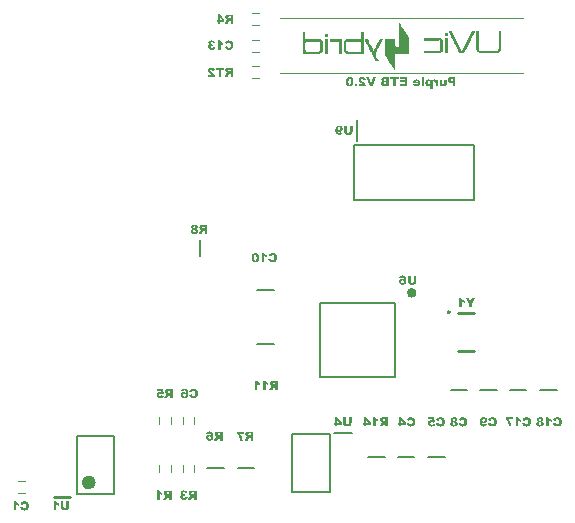
<source format=gbo>
G04*
G04 #@! TF.GenerationSoftware,Altium Limited,Altium Designer,19.1.6 (110)*
G04*
G04 Layer_Color=32896*
%FSLAX44Y44*%
%MOMM*%
G71*
G01*
G75*
%ADD11C,0.6000*%
%ADD12C,0.2540*%
%ADD14C,0.2000*%
%ADD82C,0.4000*%
%ADD83C,0.1000*%
G36*
X464759Y566501D02*
Y566130D01*
Y565759D01*
X258853D01*
Y566130D01*
Y566501D01*
Y566872D01*
X464759D01*
Y566501D01*
D02*
G37*
G36*
X400576Y553516D02*
Y553145D01*
Y552774D01*
Y552403D01*
Y552032D01*
Y551661D01*
Y551290D01*
X398350D01*
Y551661D01*
Y552032D01*
Y552403D01*
Y552774D01*
Y553145D01*
Y553516D01*
Y553887D01*
X400576D01*
Y553516D01*
D02*
G37*
G36*
X298921Y552774D02*
Y552403D01*
Y552032D01*
Y551661D01*
Y551290D01*
Y550919D01*
X296324D01*
Y551290D01*
Y551661D01*
Y552032D01*
Y552403D01*
Y552774D01*
Y553145D01*
X298921D01*
Y552774D01*
D02*
G37*
G36*
X329343Y554629D02*
Y554258D01*
Y553887D01*
Y553516D01*
Y553145D01*
Y552774D01*
Y552403D01*
Y552032D01*
Y551661D01*
Y551290D01*
Y550919D01*
Y550548D01*
Y550177D01*
Y549806D01*
Y549435D01*
Y549064D01*
Y548693D01*
Y548322D01*
Y547951D01*
Y547580D01*
Y547209D01*
Y546838D01*
Y546467D01*
Y546096D01*
Y545725D01*
Y545354D01*
Y544983D01*
Y544612D01*
Y544241D01*
Y543870D01*
Y543499D01*
Y543128D01*
Y542757D01*
Y542386D01*
Y542015D01*
Y541644D01*
Y541273D01*
Y540902D01*
Y540531D01*
Y540160D01*
Y539789D01*
Y539418D01*
Y539047D01*
Y538676D01*
Y538305D01*
Y537934D01*
Y537563D01*
Y537192D01*
Y536821D01*
Y536450D01*
Y536079D01*
X328230D01*
Y536450D01*
X327859D01*
Y536821D01*
X327488D01*
Y536450D01*
X327117D01*
Y536079D01*
X314503D01*
Y536450D01*
Y536821D01*
X313761D01*
Y537192D01*
X313390D01*
Y537563D01*
X313019D01*
Y537934D01*
X312648D01*
Y538305D01*
X312277D01*
Y538676D01*
Y539047D01*
Y539418D01*
Y539789D01*
Y540160D01*
Y540531D01*
Y540902D01*
Y541273D01*
Y541644D01*
Y542015D01*
Y542386D01*
Y542757D01*
Y543128D01*
Y543499D01*
Y543870D01*
Y544241D01*
Y544612D01*
Y544983D01*
Y545354D01*
Y545725D01*
Y546096D01*
Y546467D01*
Y546838D01*
X312648D01*
Y547209D01*
Y547580D01*
X313019D01*
Y547209D01*
X313390D01*
Y547580D01*
Y547951D01*
X313761D01*
Y548322D01*
X314132D01*
Y548693D01*
X314503D01*
Y549064D01*
X326746D01*
Y548693D01*
X327117D01*
Y549064D01*
Y549435D01*
Y549806D01*
Y550177D01*
Y550548D01*
Y550919D01*
Y551290D01*
Y551661D01*
Y552032D01*
Y552403D01*
Y552774D01*
Y553145D01*
Y553516D01*
Y553887D01*
Y554258D01*
Y554629D01*
Y555000D01*
X329343D01*
Y554629D01*
D02*
G37*
G36*
X310793Y548693D02*
Y548322D01*
Y547951D01*
Y547580D01*
Y547209D01*
Y546838D01*
Y546467D01*
Y546096D01*
Y545725D01*
Y545354D01*
Y544983D01*
Y544612D01*
Y544241D01*
Y543870D01*
Y543499D01*
Y543128D01*
Y542757D01*
Y542386D01*
Y542015D01*
Y541644D01*
Y541273D01*
Y540902D01*
Y540531D01*
Y540160D01*
Y539789D01*
Y539418D01*
Y539047D01*
Y538676D01*
Y538305D01*
Y537934D01*
Y537563D01*
Y537192D01*
Y536821D01*
Y536450D01*
Y536079D01*
X308196D01*
Y536450D01*
Y536821D01*
Y537192D01*
Y537563D01*
Y537934D01*
Y538305D01*
Y538676D01*
Y539047D01*
Y539418D01*
Y539789D01*
Y540160D01*
Y540531D01*
Y540902D01*
Y541273D01*
Y541644D01*
Y542015D01*
Y542386D01*
Y542757D01*
Y543128D01*
Y543499D01*
Y543870D01*
Y544241D01*
Y544612D01*
Y544983D01*
Y545354D01*
Y545725D01*
Y546096D01*
X307825D01*
Y546467D01*
X307454D01*
Y546838D01*
X300405D01*
Y547209D01*
Y547580D01*
Y547951D01*
Y548322D01*
Y548693D01*
Y549064D01*
X308567D01*
Y548693D01*
X309309D01*
Y549064D01*
X310793D01*
Y548693D01*
D02*
G37*
G36*
X359395Y562420D02*
X359766D01*
Y562049D01*
Y561678D01*
X360137D01*
Y561307D01*
X360508D01*
Y560936D01*
Y560565D01*
X360879D01*
Y560194D01*
Y559823D01*
X361250D01*
Y559452D01*
X361621D01*
Y559081D01*
X361992D01*
Y558710D01*
Y558339D01*
X362363D01*
Y557968D01*
Y557597D01*
X362734D01*
Y557226D01*
X363105D01*
Y556855D01*
X363476D01*
Y556484D01*
Y556113D01*
Y555742D01*
X364218D01*
Y555371D01*
Y555000D01*
X364589D01*
Y554629D01*
X364960D01*
Y554258D01*
Y553887D01*
X365331D01*
Y553516D01*
Y553145D01*
X365702D01*
Y552774D01*
Y552403D01*
X366073D01*
Y552032D01*
X366815D01*
Y551661D01*
Y551290D01*
X367186D01*
Y550919D01*
X367557D01*
Y550548D01*
Y550177D01*
X367928D01*
Y549806D01*
Y549435D01*
Y549064D01*
Y548693D01*
Y548322D01*
Y547951D01*
Y547580D01*
Y547209D01*
Y546838D01*
Y546467D01*
Y546096D01*
Y545725D01*
Y545354D01*
Y544983D01*
Y544612D01*
Y544241D01*
Y543870D01*
Y543499D01*
Y543128D01*
Y542757D01*
Y542386D01*
Y542015D01*
Y541644D01*
Y541273D01*
Y540902D01*
Y540531D01*
Y540160D01*
Y539789D01*
Y539418D01*
Y539047D01*
Y538676D01*
Y538305D01*
Y537934D01*
Y537563D01*
Y537192D01*
Y536821D01*
Y536450D01*
X356056D01*
Y536079D01*
Y535708D01*
Y535337D01*
Y534966D01*
Y534595D01*
Y534224D01*
Y533853D01*
Y533482D01*
Y533111D01*
Y532740D01*
Y532369D01*
Y531998D01*
Y531627D01*
Y531256D01*
Y530885D01*
Y530514D01*
Y530143D01*
Y529772D01*
Y529401D01*
Y529030D01*
Y528659D01*
Y528288D01*
Y527917D01*
Y527546D01*
Y527175D01*
Y526804D01*
Y526433D01*
Y526062D01*
Y525691D01*
Y525320D01*
Y524949D01*
Y524578D01*
Y524207D01*
Y523836D01*
Y523465D01*
Y523094D01*
Y522723D01*
Y522352D01*
Y521981D01*
X355685D01*
Y522352D01*
Y522723D01*
Y523094D01*
X355314D01*
Y523465D01*
X354943D01*
Y523836D01*
Y524207D01*
X354201D01*
Y524578D01*
Y524949D01*
Y525320D01*
X353459D01*
Y525691D01*
Y526062D01*
Y526433D01*
X353088D01*
Y526804D01*
X352716D01*
Y527175D01*
Y527546D01*
X352346D01*
Y527917D01*
X351975D01*
Y528288D01*
Y528659D01*
X351604D01*
Y529030D01*
X350862D01*
Y529401D01*
Y529772D01*
Y530143D01*
X350490D01*
Y530514D01*
X350120D01*
Y530885D01*
X349749D01*
Y531256D01*
Y531627D01*
X349378D01*
Y531998D01*
Y532369D01*
X349007D01*
Y532740D01*
X348635D01*
Y533111D01*
Y533482D01*
X348265D01*
Y533853D01*
Y534224D01*
X347523D01*
Y534595D01*
X347151D01*
Y534966D01*
Y535337D01*
Y535708D01*
Y536079D01*
Y536450D01*
Y536821D01*
Y537192D01*
Y537563D01*
Y537934D01*
Y538305D01*
Y538676D01*
Y539047D01*
Y539418D01*
Y539789D01*
Y540160D01*
Y540531D01*
Y540902D01*
Y541273D01*
Y541644D01*
Y542015D01*
Y542386D01*
Y542757D01*
Y543128D01*
Y543499D01*
Y543870D01*
Y544241D01*
Y544612D01*
Y544983D01*
Y545354D01*
Y545725D01*
Y546096D01*
Y546467D01*
Y546838D01*
Y547209D01*
Y547580D01*
Y547951D01*
Y548322D01*
Y548693D01*
Y549064D01*
X356056D01*
Y548693D01*
Y548322D01*
Y547951D01*
Y547580D01*
Y547209D01*
Y546838D01*
Y546467D01*
Y546096D01*
Y545725D01*
Y545354D01*
Y544983D01*
Y544612D01*
Y544241D01*
Y543870D01*
Y543499D01*
Y543128D01*
Y542757D01*
X356427D01*
Y542386D01*
X359024D01*
Y542757D01*
Y543128D01*
Y543499D01*
Y543870D01*
Y544241D01*
Y544612D01*
Y544983D01*
Y545354D01*
Y545725D01*
Y546096D01*
Y546467D01*
Y546838D01*
Y547209D01*
Y547580D01*
Y547951D01*
Y548322D01*
Y548693D01*
Y549064D01*
Y549435D01*
Y549806D01*
Y550177D01*
Y550548D01*
Y550919D01*
Y551290D01*
Y551661D01*
Y552032D01*
Y552403D01*
Y552774D01*
Y553145D01*
Y553516D01*
Y553887D01*
Y554258D01*
Y554629D01*
Y555000D01*
Y555371D01*
Y555742D01*
Y556113D01*
Y556484D01*
Y556855D01*
Y557226D01*
Y557597D01*
Y557968D01*
Y558339D01*
Y558710D01*
Y559081D01*
Y559452D01*
Y559823D01*
Y560194D01*
Y560565D01*
Y560936D01*
Y561307D01*
Y561678D01*
Y562049D01*
Y562420D01*
Y562791D01*
X359395D01*
Y562420D01*
D02*
G37*
G36*
X445838Y555371D02*
Y555000D01*
Y554629D01*
Y554258D01*
Y553887D01*
Y553516D01*
Y553145D01*
Y552774D01*
Y552403D01*
Y552032D01*
Y551661D01*
Y551290D01*
Y550919D01*
Y550548D01*
Y550177D01*
Y549806D01*
Y549435D01*
Y549064D01*
Y548693D01*
Y548322D01*
Y547951D01*
Y547580D01*
Y547209D01*
Y546838D01*
Y546467D01*
Y546096D01*
Y545725D01*
Y545354D01*
Y544983D01*
Y544612D01*
Y544241D01*
Y543870D01*
Y543499D01*
Y543128D01*
Y542757D01*
Y542386D01*
Y542015D01*
Y541644D01*
Y541273D01*
Y540902D01*
Y540531D01*
Y540160D01*
Y539789D01*
Y539418D01*
Y539047D01*
X445467D01*
Y538676D01*
X445096D01*
Y538305D01*
X444725D01*
Y537934D01*
X444354D01*
Y537563D01*
X443983D01*
Y537192D01*
X443612D01*
Y536821D01*
X427288D01*
Y537192D01*
X426546D01*
Y537563D01*
Y537934D01*
X425804D01*
Y538305D01*
X425433D01*
Y538676D01*
X425062D01*
Y539047D01*
Y539418D01*
X424691D01*
Y539789D01*
Y540160D01*
Y540531D01*
Y540902D01*
Y541273D01*
Y541644D01*
Y542015D01*
Y542386D01*
Y542757D01*
Y543128D01*
Y543499D01*
Y543870D01*
Y544241D01*
Y544612D01*
Y544983D01*
Y545354D01*
Y545725D01*
Y546096D01*
Y546467D01*
Y546838D01*
Y547209D01*
Y547580D01*
Y547951D01*
Y548322D01*
Y548693D01*
Y549064D01*
Y549435D01*
Y549806D01*
Y550177D01*
Y550548D01*
Y550919D01*
Y551290D01*
Y551661D01*
Y552032D01*
Y552403D01*
Y552774D01*
Y553145D01*
Y553516D01*
Y553887D01*
Y554258D01*
Y554629D01*
Y555000D01*
Y555371D01*
Y555742D01*
X427288D01*
Y555371D01*
Y555000D01*
Y554629D01*
Y554258D01*
Y553887D01*
Y553516D01*
Y553145D01*
Y552774D01*
Y552403D01*
Y552032D01*
Y551661D01*
Y551290D01*
Y550919D01*
Y550548D01*
Y550177D01*
Y549806D01*
Y549435D01*
Y549064D01*
Y548693D01*
Y548322D01*
Y547951D01*
Y547580D01*
Y547209D01*
Y546838D01*
Y546467D01*
Y546096D01*
Y545725D01*
Y545354D01*
Y544983D01*
Y544612D01*
Y544241D01*
Y543870D01*
Y543499D01*
Y543128D01*
Y542757D01*
Y542386D01*
Y542015D01*
Y541644D01*
Y541273D01*
Y540902D01*
Y540531D01*
Y540160D01*
Y539789D01*
X427659D01*
Y539418D01*
X428030D01*
Y539047D01*
X442870D01*
Y539418D01*
Y539789D01*
X443241D01*
Y540160D01*
X443612D01*
Y540531D01*
Y540902D01*
Y541273D01*
Y541644D01*
Y542015D01*
Y542386D01*
Y542757D01*
Y543128D01*
Y543499D01*
Y543870D01*
Y544241D01*
Y544612D01*
Y544983D01*
Y545354D01*
Y545725D01*
Y546096D01*
Y546467D01*
Y546838D01*
Y547209D01*
Y547580D01*
Y547951D01*
Y548322D01*
Y548693D01*
Y549064D01*
Y549435D01*
Y549806D01*
Y550177D01*
Y550548D01*
Y550919D01*
Y551290D01*
Y551661D01*
Y552032D01*
Y552403D01*
Y552774D01*
Y553145D01*
Y553516D01*
Y553887D01*
Y554258D01*
Y554629D01*
Y555000D01*
Y555371D01*
Y555742D01*
X445838D01*
Y555371D01*
D02*
G37*
G36*
X394269Y549435D02*
X394640D01*
Y549064D01*
X395011D01*
Y548693D01*
X395382D01*
Y548322D01*
Y547951D01*
X396124D01*
Y547580D01*
X396495D01*
Y547209D01*
Y546838D01*
Y546467D01*
Y546096D01*
Y545725D01*
Y545354D01*
Y544983D01*
Y544612D01*
Y544241D01*
Y543870D01*
Y543499D01*
Y543128D01*
Y542757D01*
Y542386D01*
Y542015D01*
Y541644D01*
Y541273D01*
Y540902D01*
Y540531D01*
Y540160D01*
Y539789D01*
Y539418D01*
Y539047D01*
Y538676D01*
X396124D01*
Y538305D01*
X395753D01*
Y537934D01*
X395382D01*
Y537563D01*
X395011D01*
Y537192D01*
X394640D01*
Y536821D01*
X380542D01*
Y537192D01*
Y537563D01*
Y537934D01*
Y538305D01*
Y538676D01*
Y539047D01*
X393527D01*
Y539418D01*
X393898D01*
Y539047D01*
X394269D01*
Y539418D01*
X393898D01*
Y539789D01*
X394269D01*
Y540160D01*
Y540531D01*
Y540902D01*
Y541273D01*
Y541644D01*
Y542015D01*
Y542386D01*
Y542757D01*
Y543128D01*
Y543499D01*
Y543870D01*
Y544241D01*
Y544612D01*
Y544983D01*
Y545354D01*
Y545725D01*
Y546096D01*
Y546467D01*
X393898D01*
Y546838D01*
X394269D01*
Y547209D01*
X393156D01*
Y547580D01*
X380542D01*
Y547951D01*
Y548322D01*
Y548693D01*
Y549064D01*
Y549435D01*
Y549806D01*
X394269D01*
Y549435D01*
D02*
G37*
G36*
X423949Y555371D02*
X423207D01*
Y555000D01*
X423578D01*
Y554629D01*
X423207D01*
Y554258D01*
Y553887D01*
X422836D01*
Y553516D01*
Y553145D01*
X422465D01*
Y552774D01*
Y552403D01*
X422094D01*
Y552032D01*
Y551661D01*
X421723D01*
Y551290D01*
X421352D01*
Y550919D01*
Y550548D01*
Y550177D01*
X420981D01*
Y549806D01*
Y549435D01*
X420239D01*
Y549064D01*
X420610D01*
Y548693D01*
X420239D01*
Y548322D01*
Y547951D01*
X419868D01*
Y547580D01*
Y547209D01*
X419497D01*
Y546838D01*
Y546467D01*
X419126D01*
Y546096D01*
Y545725D01*
X418755D01*
Y545354D01*
X418384D01*
Y544983D01*
Y544612D01*
Y544241D01*
X418013D01*
Y543870D01*
Y543499D01*
X417271D01*
Y543128D01*
X417642D01*
Y542757D01*
X417271D01*
Y542386D01*
Y542015D01*
X416900D01*
Y541644D01*
Y541273D01*
X416529D01*
Y540902D01*
Y540531D01*
X416158D01*
Y540160D01*
Y539789D01*
X415787D01*
Y539418D01*
X415416D01*
Y539047D01*
Y538676D01*
Y538305D01*
X415045D01*
Y537934D01*
Y537563D01*
X414303D01*
Y537192D01*
X414674D01*
Y536821D01*
X410593D01*
Y537192D01*
X410222D01*
Y537563D01*
X409851D01*
Y537934D01*
Y538305D01*
X409480D01*
Y538676D01*
Y539047D01*
X409109D01*
Y539418D01*
Y539789D01*
X408738D01*
Y540160D01*
Y540531D01*
X408367D01*
Y540902D01*
Y541273D01*
X407996D01*
Y541644D01*
Y542015D01*
X407625D01*
Y542386D01*
Y542757D01*
Y543128D01*
X407254D01*
Y543499D01*
X406883D01*
Y543870D01*
Y544241D01*
X406512D01*
Y544612D01*
Y544983D01*
X406141D01*
Y545354D01*
Y545725D01*
X405770D01*
Y546096D01*
Y546467D01*
X405399D01*
Y546838D01*
Y547209D01*
X405028D01*
Y547580D01*
Y547951D01*
X404657D01*
Y548322D01*
Y548693D01*
Y549064D01*
X404286D01*
Y549435D01*
X403915D01*
Y549806D01*
Y550177D01*
X403544D01*
Y550548D01*
Y550919D01*
X403173D01*
Y551290D01*
Y551661D01*
X402802D01*
Y552032D01*
Y552403D01*
X402431D01*
Y552774D01*
Y553145D01*
X402060D01*
Y553516D01*
Y553887D01*
X401689D01*
Y554258D01*
Y554629D01*
Y555000D01*
X401318D01*
Y555371D01*
X400947D01*
Y555742D01*
X403915D01*
Y555371D01*
Y555000D01*
X404286D01*
Y554629D01*
Y554258D01*
X404657D01*
Y553887D01*
Y553516D01*
X405028D01*
Y553145D01*
Y552774D01*
X405399D01*
Y552403D01*
X405028D01*
Y552032D01*
X405399D01*
Y551661D01*
X405770D01*
Y551290D01*
X406141D01*
Y550919D01*
Y550548D01*
X406512D01*
Y550177D01*
X406141D01*
Y549806D01*
X406883D01*
Y549435D01*
Y549064D01*
X407254D01*
Y548693D01*
Y548322D01*
X407625D01*
Y547951D01*
Y547580D01*
X407996D01*
Y547209D01*
Y546838D01*
X408367D01*
Y546467D01*
X407996D01*
Y546096D01*
X408367D01*
Y545725D01*
X408738D01*
Y545354D01*
X409109D01*
Y544983D01*
Y544612D01*
X409480D01*
Y544241D01*
X409109D01*
Y543870D01*
X409851D01*
Y543499D01*
Y543128D01*
X410222D01*
Y542757D01*
Y542386D01*
X410593D01*
Y542015D01*
Y541644D01*
X410964D01*
Y541273D01*
Y540902D01*
X411335D01*
Y540531D01*
X410964D01*
Y540160D01*
X411335D01*
Y539789D01*
X411706D01*
Y539418D01*
X412077D01*
Y539047D01*
Y538676D01*
X412819D01*
Y539047D01*
Y539418D01*
Y539789D01*
X413190D01*
Y540160D01*
Y540531D01*
X413561D01*
Y540902D01*
Y541273D01*
X413932D01*
Y541644D01*
Y542015D01*
X414303D01*
Y542386D01*
Y542757D01*
X414674D01*
Y543128D01*
Y543499D01*
X415045D01*
Y543870D01*
Y544241D01*
X415416D01*
Y544612D01*
X415787D01*
Y544983D01*
Y545354D01*
Y545725D01*
X416158D01*
Y546096D01*
Y546467D01*
X416529D01*
Y546838D01*
Y547209D01*
X417271D01*
Y547580D01*
X416900D01*
Y547951D01*
X417271D01*
Y548322D01*
Y548693D01*
X417642D01*
Y549064D01*
Y549435D01*
X418013D01*
Y549806D01*
Y550177D01*
X418384D01*
Y550548D01*
X418755D01*
Y550919D01*
Y551290D01*
Y551661D01*
X419126D01*
Y552032D01*
Y552403D01*
X419497D01*
Y552774D01*
Y553145D01*
X419868D01*
Y553516D01*
Y553887D01*
X420239D01*
Y554258D01*
Y554629D01*
X420610D01*
Y555000D01*
Y555371D01*
X420981D01*
Y555742D01*
X423949D01*
Y555371D01*
D02*
G37*
G36*
X345667Y548693D02*
X345297D01*
Y548322D01*
Y547951D01*
X344925D01*
Y547580D01*
Y547209D01*
X344554D01*
Y546838D01*
Y546467D01*
X344184D01*
Y546096D01*
X343812D01*
Y545725D01*
Y545354D01*
Y544983D01*
X343442D01*
Y544612D01*
Y544241D01*
X343070D01*
Y543870D01*
X342700D01*
Y543499D01*
Y543128D01*
Y542757D01*
X342328D01*
Y542386D01*
Y542015D01*
X341958D01*
Y541644D01*
Y541273D01*
X341586D01*
Y540902D01*
Y540531D01*
X341216D01*
Y540160D01*
X340844D01*
Y539789D01*
Y539418D01*
Y539047D01*
X340474D01*
Y538676D01*
Y538305D01*
X340102D01*
Y537934D01*
X339731D01*
Y537563D01*
Y537192D01*
Y536821D01*
X339361D01*
Y536450D01*
Y536079D01*
Y535708D01*
Y535337D01*
X339731D01*
Y534966D01*
Y534595D01*
X340102D01*
Y534224D01*
Y533853D01*
X340474D01*
Y533482D01*
X340102D01*
Y533111D01*
X340844D01*
Y532740D01*
Y532369D01*
X341216D01*
Y531998D01*
Y531627D01*
Y531256D01*
Y530885D01*
X341958D01*
Y530514D01*
Y530143D01*
X341586D01*
Y530514D01*
X341216D01*
Y530143D01*
X338989D01*
Y530514D01*
Y530885D01*
Y531256D01*
Y531627D01*
X338247D01*
Y531998D01*
Y532369D01*
X337877D01*
Y532740D01*
Y533111D01*
Y533482D01*
X337505D01*
Y533853D01*
X337135D01*
Y534224D01*
Y534595D01*
X336763D01*
Y534966D01*
Y535337D01*
X336392D01*
Y535708D01*
Y536079D01*
X336021D01*
Y536450D01*
Y536821D01*
X335650D01*
Y537192D01*
X336021D01*
Y537563D01*
X335279D01*
Y537934D01*
Y538305D01*
X334908D01*
Y538676D01*
Y539047D01*
X334537D01*
Y539418D01*
Y539789D01*
X334166D01*
Y540160D01*
Y540531D01*
X333795D01*
Y540902D01*
Y541273D01*
X333424D01*
Y541644D01*
Y542015D01*
X333053D01*
Y542386D01*
Y542757D01*
X332682D01*
Y543128D01*
Y543499D01*
X332311D01*
Y543870D01*
Y544241D01*
X331940D01*
Y544612D01*
Y544983D01*
X331569D01*
Y545354D01*
Y545725D01*
X331198D01*
Y546096D01*
Y546467D01*
X330827D01*
Y546838D01*
Y547209D01*
X330456D01*
Y547580D01*
Y547951D01*
X330085D01*
Y548322D01*
Y548693D01*
X329714D01*
Y549064D01*
X332311D01*
Y548693D01*
X333053D01*
Y548322D01*
Y547951D01*
X333424D01*
Y547580D01*
Y547209D01*
X333795D01*
Y546838D01*
Y546467D01*
X334166D01*
Y546096D01*
Y545725D01*
X334537D01*
Y545354D01*
X334166D01*
Y544983D01*
X334908D01*
Y544612D01*
Y544241D01*
X335279D01*
Y543870D01*
Y543499D01*
Y543128D01*
Y542757D01*
X336021D01*
Y542386D01*
Y542015D01*
X336392D01*
Y541644D01*
Y541273D01*
X336763D01*
Y540902D01*
Y540531D01*
X337135D01*
Y540160D01*
Y539789D01*
X337505D01*
Y539418D01*
X337135D01*
Y539047D01*
X337505D01*
Y538676D01*
X337877D01*
Y539047D01*
Y539418D01*
X338247D01*
Y539789D01*
Y540160D01*
X338618D01*
Y540531D01*
Y540902D01*
X338989D01*
Y541273D01*
X339361D01*
Y541644D01*
Y542015D01*
Y542386D01*
X339731D01*
Y542757D01*
Y543128D01*
X340102D01*
Y543499D01*
Y543870D01*
X340474D01*
Y544241D01*
Y544612D01*
X340844D01*
Y544983D01*
Y545354D01*
X341216D01*
Y545725D01*
Y546096D01*
X341586D01*
Y546467D01*
Y546838D01*
X341958D01*
Y547209D01*
X342328D01*
Y547580D01*
Y547951D01*
Y548322D01*
X342700D01*
Y548693D01*
Y549064D01*
X345667D01*
Y548693D01*
D02*
G37*
G36*
X400576Y549435D02*
Y549064D01*
Y548693D01*
Y548322D01*
Y547951D01*
Y547580D01*
Y547209D01*
Y546838D01*
Y546467D01*
Y546096D01*
Y545725D01*
Y545354D01*
Y544983D01*
Y544612D01*
Y544241D01*
Y543870D01*
Y543499D01*
Y543128D01*
Y542757D01*
Y542386D01*
Y542015D01*
Y541644D01*
Y541273D01*
Y540902D01*
Y540531D01*
Y540160D01*
Y539789D01*
Y539418D01*
Y539047D01*
Y538676D01*
Y538305D01*
Y537934D01*
Y537563D01*
Y537192D01*
Y536821D01*
X398350D01*
Y537192D01*
Y537563D01*
Y537934D01*
Y538305D01*
Y538676D01*
Y539047D01*
Y539418D01*
Y539789D01*
Y540160D01*
Y540531D01*
Y540902D01*
Y541273D01*
Y541644D01*
Y542015D01*
Y542386D01*
Y542757D01*
Y543128D01*
Y543499D01*
Y543870D01*
Y544241D01*
Y544612D01*
Y544983D01*
Y545354D01*
Y545725D01*
Y546096D01*
Y546467D01*
Y546838D01*
Y547209D01*
Y547580D01*
Y547951D01*
Y548322D01*
Y548693D01*
Y549064D01*
Y549435D01*
Y549806D01*
X400576D01*
Y549435D01*
D02*
G37*
G36*
X298921Y548693D02*
Y548322D01*
Y547951D01*
Y547580D01*
Y547209D01*
Y546838D01*
Y546467D01*
Y546096D01*
Y545725D01*
Y545354D01*
Y544983D01*
Y544612D01*
Y544241D01*
Y543870D01*
Y543499D01*
Y543128D01*
Y542757D01*
Y542386D01*
Y542015D01*
Y541644D01*
Y541273D01*
Y540902D01*
Y540531D01*
Y540160D01*
Y539789D01*
Y539418D01*
Y539047D01*
Y538676D01*
Y538305D01*
Y537934D01*
Y537563D01*
Y537192D01*
Y536821D01*
Y536450D01*
Y536079D01*
X296324D01*
Y536450D01*
Y536821D01*
Y537192D01*
Y537563D01*
Y537934D01*
Y538305D01*
Y538676D01*
Y539047D01*
Y539418D01*
Y539789D01*
Y540160D01*
Y540531D01*
Y540902D01*
Y541273D01*
Y541644D01*
Y542015D01*
Y542386D01*
Y542757D01*
Y543128D01*
Y543499D01*
Y543870D01*
Y544241D01*
Y544612D01*
Y544983D01*
Y545354D01*
Y545725D01*
Y546096D01*
Y546467D01*
Y546838D01*
Y547209D01*
Y547580D01*
Y547951D01*
Y548322D01*
Y548693D01*
Y549064D01*
X298921D01*
Y548693D01*
D02*
G37*
G36*
X280000Y554629D02*
Y554258D01*
Y553887D01*
Y553516D01*
Y553145D01*
Y552774D01*
Y552403D01*
Y552032D01*
Y551661D01*
Y551290D01*
Y550919D01*
Y550548D01*
Y550177D01*
Y549806D01*
Y549435D01*
Y549064D01*
Y548693D01*
X280742D01*
Y549064D01*
X292614D01*
Y548693D01*
X292985D01*
Y548322D01*
X293356D01*
Y547951D01*
X293727D01*
Y547580D01*
X294098D01*
Y547209D01*
X294469D01*
Y546838D01*
X294840D01*
Y546467D01*
Y546096D01*
Y545725D01*
Y545354D01*
Y544983D01*
Y544612D01*
Y544241D01*
Y543870D01*
Y543499D01*
Y543128D01*
Y542757D01*
Y542386D01*
Y542015D01*
Y541644D01*
Y541273D01*
Y540902D01*
Y540531D01*
Y540160D01*
Y539789D01*
Y539418D01*
Y539047D01*
Y538676D01*
Y538305D01*
X294469D01*
Y537934D01*
X293727D01*
Y537563D01*
Y537192D01*
X293356D01*
Y536821D01*
X292614D01*
Y536450D01*
X292243D01*
Y536079D01*
X280000D01*
Y536450D01*
Y536821D01*
X279258D01*
Y536450D01*
X278887D01*
Y536079D01*
X277774D01*
Y536450D01*
Y536821D01*
Y537192D01*
Y537563D01*
Y537934D01*
Y538305D01*
Y538676D01*
Y539047D01*
Y539418D01*
Y539789D01*
Y540160D01*
Y540531D01*
Y540902D01*
Y541273D01*
Y541644D01*
Y542015D01*
Y542386D01*
Y542757D01*
Y543128D01*
Y543499D01*
Y543870D01*
Y544241D01*
Y544612D01*
Y544983D01*
Y545354D01*
Y545725D01*
Y546096D01*
Y546467D01*
Y546838D01*
Y547209D01*
Y547580D01*
Y547951D01*
Y548322D01*
Y548693D01*
Y549064D01*
Y549435D01*
Y549806D01*
Y550177D01*
Y550548D01*
Y550919D01*
Y551290D01*
Y551661D01*
Y552032D01*
Y552403D01*
Y552774D01*
Y553145D01*
Y553516D01*
Y553887D01*
Y554258D01*
Y554629D01*
Y555000D01*
X280000D01*
Y554629D01*
D02*
G37*
G36*
X464759Y519755D02*
Y519384D01*
Y519013D01*
X258853D01*
Y519384D01*
Y519755D01*
Y520126D01*
X464759D01*
Y519755D01*
D02*
G37*
G36*
X328460Y516821D02*
X328788Y516792D01*
X329074Y516750D01*
X329316Y516707D01*
X329502Y516650D01*
X329645Y516607D01*
X329730Y516578D01*
X329745Y516564D01*
X329759D01*
X329973Y516450D01*
X330159Y516336D01*
X330316Y516207D01*
X330458Y516079D01*
X330558Y515965D01*
X330644Y515879D01*
X330687Y515822D01*
X330701Y515793D01*
X330815Y515593D01*
X330915Y515365D01*
X330987Y515137D01*
X331044Y514908D01*
X331087Y514708D01*
X331115Y514551D01*
X331129Y514494D01*
X331144Y514451D01*
Y514423D01*
Y514409D01*
X329031Y514237D01*
X328988Y514466D01*
X328945Y514651D01*
X328888Y514808D01*
X328831Y514922D01*
X328774Y515022D01*
X328731Y515094D01*
X328703Y515122D01*
X328688Y515137D01*
X328588Y515222D01*
X328474Y515279D01*
X328374Y515336D01*
X328260Y515365D01*
X328175Y515379D01*
X328103Y515394D01*
X328032D01*
X327889Y515379D01*
X327775Y515351D01*
X327661Y515308D01*
X327561Y515265D01*
X327489Y515222D01*
X327432Y515179D01*
X327404Y515151D01*
X327389Y515137D01*
X327304Y515037D01*
X327232Y514937D01*
X327190Y514851D01*
X327147Y514751D01*
X327132Y514680D01*
X327118Y514608D01*
Y514566D01*
Y514551D01*
X327132Y514423D01*
X327161Y514309D01*
X327204Y514194D01*
X327247Y514080D01*
X327304Y513995D01*
X327347Y513923D01*
X327375Y513880D01*
X327389Y513866D01*
X327447Y513795D01*
X327518Y513723D01*
X327689Y513552D01*
X327875Y513381D01*
X328075Y513209D01*
X328260Y513067D01*
X328432Y512938D01*
X328489Y512896D01*
X328531Y512853D01*
X328560Y512838D01*
X328574Y512824D01*
X328845Y512610D01*
X329102Y512410D01*
X329331Y512225D01*
X329531Y512039D01*
X329730Y511868D01*
X329888Y511711D01*
X330045Y511554D01*
X330173Y511411D01*
X330287Y511297D01*
X330387Y511183D01*
X330473Y511083D01*
X330530Y510997D01*
X330587Y510940D01*
X330616Y510897D01*
X330644Y510868D01*
Y510854D01*
X330830Y510540D01*
X330987Y510226D01*
X331101Y509941D01*
X331186Y509669D01*
X331244Y509441D01*
X331258Y509341D01*
X331272Y509255D01*
X331287Y509184D01*
X331301Y509141D01*
Y509113D01*
Y509098D01*
X324948D01*
Y510826D01*
X328260D01*
X328060Y511011D01*
X327903Y511168D01*
X327846Y511211D01*
X327803Y511254D01*
X327775Y511268D01*
X327761Y511282D01*
X327661Y511354D01*
X327532Y511454D01*
X327389Y511554D01*
X327247Y511654D01*
X327118Y511754D01*
X327004Y511825D01*
X326933Y511882D01*
X326904Y511896D01*
X326704Y512039D01*
X326533Y512168D01*
X326376Y512310D01*
X326219Y512439D01*
X325962Y512667D01*
X325762Y512867D01*
X325605Y513038D01*
X325505Y513167D01*
X325434Y513252D01*
X325420Y513281D01*
X325277Y513524D01*
X325177Y513766D01*
X325106Y513980D01*
X325063Y514180D01*
X325020Y514352D01*
X325005Y514494D01*
Y514580D01*
Y514594D01*
Y514608D01*
X325020Y514851D01*
X325063Y515065D01*
X325120Y515279D01*
X325177Y515451D01*
X325248Y515593D01*
X325305Y515708D01*
X325348Y515765D01*
X325362Y515793D01*
X325505Y515979D01*
X325662Y516136D01*
X325834Y516279D01*
X325990Y516379D01*
X326133Y516464D01*
X326247Y516535D01*
X326319Y516564D01*
X326333Y516578D01*
X326347D01*
X326604Y516664D01*
X326875Y516721D01*
X327161Y516778D01*
X327447Y516807D01*
X327689Y516821D01*
X327803D01*
X327889Y516835D01*
X328075D01*
X328460Y516821D01*
D02*
G37*
G36*
X336954Y509098D02*
X334398D01*
X331572Y516707D01*
X333970D01*
X335654Y511225D01*
X337368Y516707D01*
X339823D01*
X336954Y509098D01*
D02*
G37*
G36*
X399477Y511097D02*
X399463Y510711D01*
X399406Y510383D01*
X399320Y510112D01*
X399235Y509883D01*
X399149Y509712D01*
X399063Y509584D01*
X399006Y509512D01*
X398992Y509484D01*
X398792Y509313D01*
X398564Y509184D01*
X398335Y509098D01*
X398121Y509041D01*
X397921Y508998D01*
X397764Y508984D01*
X397707Y508970D01*
X397621D01*
X397379Y508984D01*
X397179Y509013D01*
X396979Y509041D01*
X396822Y509084D01*
X396694Y509127D01*
X396608Y509170D01*
X396537Y509184D01*
X396522Y509198D01*
X396351Y509298D01*
X396194Y509412D01*
X396037Y509541D01*
X395894Y509684D01*
X395780Y509798D01*
X395694Y509898D01*
X395637Y509955D01*
X395623Y509983D01*
Y509098D01*
X393639D01*
Y514608D01*
X395751D01*
Y511953D01*
X395766Y511696D01*
X395794Y511468D01*
X395823Y511297D01*
X395866Y511154D01*
X395923Y511040D01*
X395951Y510968D01*
X395980Y510926D01*
X395994Y510911D01*
X396094Y510811D01*
X396194Y510740D01*
X396294Y510697D01*
X396394Y510669D01*
X396494Y510640D01*
X396551Y510626D01*
X396622D01*
X396736Y510640D01*
X396851Y510654D01*
X396950Y510697D01*
X397022Y510740D01*
X397079Y510769D01*
X397122Y510811D01*
X397150Y510826D01*
X397165Y510840D01*
X397222Y510940D01*
X397265Y511040D01*
X397322Y511282D01*
X397336Y511397D01*
X397350Y511482D01*
Y511539D01*
Y511568D01*
Y514608D01*
X399477D01*
Y511097D01*
D02*
G37*
G36*
X374439Y514723D02*
X374682Y514708D01*
X374925Y514666D01*
X375139Y514608D01*
X375339Y514551D01*
X375524Y514480D01*
X375695Y514409D01*
X375852Y514337D01*
X375995Y514252D01*
X376109Y514180D01*
X376209Y514109D01*
X376295Y514052D01*
X376366Y513995D01*
X376409Y513952D01*
X376438Y513938D01*
X376452Y513923D01*
X376595Y513766D01*
X376723Y513609D01*
X376837Y513438D01*
X376923Y513267D01*
X377009Y513081D01*
X377080Y512910D01*
X377180Y512581D01*
X377209Y512424D01*
X377237Y512282D01*
X377251Y512168D01*
X377266Y512053D01*
X377280Y511968D01*
Y511896D01*
Y511853D01*
Y511839D01*
X377266Y511511D01*
X377223Y511211D01*
X377151Y510940D01*
X377080Y510711D01*
X377009Y510512D01*
X376937Y510369D01*
X376923Y510326D01*
X376894Y510283D01*
X376880Y510269D01*
Y510255D01*
X376723Y510026D01*
X376538Y509812D01*
X376366Y509655D01*
X376209Y509512D01*
X376052Y509398D01*
X375938Y509327D01*
X375867Y509284D01*
X375838Y509270D01*
X375581Y509170D01*
X375296Y509098D01*
X375010Y509041D01*
X374725Y509013D01*
X374482Y508984D01*
X374368D01*
X374282Y508970D01*
X374097D01*
X373654Y508984D01*
X373269Y509027D01*
X373097Y509056D01*
X372940Y509084D01*
X372798Y509113D01*
X372655Y509156D01*
X372541Y509184D01*
X372441Y509213D01*
X372369Y509241D01*
X372298Y509270D01*
X372241Y509298D01*
X372198Y509313D01*
X372184Y509327D01*
X372169D01*
X371927Y509484D01*
X371698Y509669D01*
X371499Y509869D01*
X371327Y510055D01*
X371185Y510240D01*
X371085Y510383D01*
X371042Y510440D01*
X371027Y510483D01*
X370999Y510512D01*
Y510526D01*
X373083Y510711D01*
X373154Y510626D01*
X373226Y510554D01*
X373340Y510440D01*
X373426Y510369D01*
X373440Y510355D01*
X373454D01*
X373668Y510269D01*
X373854Y510226D01*
X373940D01*
X373997Y510212D01*
X374054D01*
X374225Y510226D01*
X374382Y510269D01*
X374525Y510326D01*
X374639Y510397D01*
X374725Y510454D01*
X374796Y510512D01*
X374839Y510554D01*
X374853Y510569D01*
X374925Y510669D01*
X374982Y510783D01*
X375067Y511040D01*
X375096Y511154D01*
X375110Y511240D01*
X375124Y511297D01*
Y511325D01*
X370885D01*
Y511554D01*
X370899Y511939D01*
X370942Y512296D01*
X370999Y512596D01*
X371070Y512853D01*
X371142Y513052D01*
X371170Y513138D01*
X371199Y513195D01*
X371227Y513252D01*
X371242Y513295D01*
X371256Y513310D01*
Y513324D01*
X371399Y513566D01*
X371570Y513781D01*
X371741Y513952D01*
X371912Y514109D01*
X372055Y514223D01*
X372184Y514294D01*
X372269Y514352D01*
X372284Y514366D01*
X372298D01*
X372569Y514494D01*
X372883Y514580D01*
X373197Y514651D01*
X373483Y514694D01*
X373754Y514723D01*
X373868D01*
X373968Y514737D01*
X374168D01*
X374439Y514723D01*
D02*
G37*
G36*
X407000Y509098D02*
X404630D01*
Y511925D01*
X403360D01*
X403103Y511939D01*
X402860Y511953D01*
X402632Y511982D01*
X402432Y512025D01*
X402232Y512068D01*
X402061Y512125D01*
X401904Y512182D01*
X401761Y512253D01*
X401647Y512310D01*
X401533Y512367D01*
X401447Y512424D01*
X401376Y512467D01*
X401319Y512510D01*
X401276Y512539D01*
X401261Y512567D01*
X401247D01*
X401119Y512696D01*
X401019Y512824D01*
X400919Y512967D01*
X400848Y513124D01*
X400719Y513424D01*
X400633Y513709D01*
X400591Y513966D01*
X400562Y514080D01*
Y514180D01*
X400548Y514252D01*
Y514309D01*
Y514352D01*
Y514366D01*
Y514566D01*
X400576Y514766D01*
X400648Y515108D01*
X400748Y515408D01*
X400862Y515650D01*
X400990Y515836D01*
X401090Y515979D01*
X401162Y516064D01*
X401176Y516093D01*
X401190D01*
X401319Y516207D01*
X401461Y516293D01*
X401761Y516450D01*
X402075Y516564D01*
X402389Y516636D01*
X402660Y516678D01*
X402789Y516693D01*
X402889D01*
X402975Y516707D01*
X407000D01*
Y509098D01*
D02*
G37*
G36*
X389185Y514723D02*
X389328Y514708D01*
X389456Y514666D01*
X389571Y514623D01*
X389656Y514580D01*
X389728Y514551D01*
X389770Y514523D01*
X389785Y514509D01*
X389899Y514409D01*
X389999Y514294D01*
X390184Y514023D01*
X390270Y513895D01*
X390327Y513795D01*
X390356Y513723D01*
X390370Y513695D01*
Y514608D01*
X392340D01*
Y509098D01*
X390213D01*
Y510940D01*
Y511183D01*
X390199Y511397D01*
X390184Y511596D01*
X390170Y511782D01*
X390141Y511953D01*
X390113Y512096D01*
X390084Y512225D01*
X390056Y512339D01*
X390027Y512439D01*
X389999Y512524D01*
X389970Y512596D01*
X389942Y512653D01*
X389913Y512724D01*
X389899Y512753D01*
X389799Y512867D01*
X389699Y512953D01*
X389599Y513010D01*
X389485Y513052D01*
X389399Y513081D01*
X389328Y513095D01*
X389171D01*
X389071Y513067D01*
X388871Y513024D01*
X388785Y512995D01*
X388714Y512967D01*
X388671Y512953D01*
X388657Y512938D01*
X388000Y514437D01*
X388200Y514537D01*
X388400Y514608D01*
X388571Y514666D01*
X388728Y514694D01*
X388843Y514723D01*
X388942Y514737D01*
X389028D01*
X389185Y514723D01*
D02*
G37*
G36*
X380477Y509098D02*
X378365D01*
Y516707D01*
X380477D01*
Y509098D01*
D02*
G37*
G36*
X366245D02*
X359822D01*
Y510826D01*
X363890D01*
Y512324D01*
X360221D01*
Y513881D01*
X363890D01*
Y515079D01*
X359936D01*
Y516707D01*
X366245D01*
Y509098D01*
D02*
G37*
G36*
X359094Y514823D02*
X356696D01*
Y509098D01*
X354340D01*
Y514823D01*
X351942D01*
Y516707D01*
X359094D01*
Y514823D01*
D02*
G37*
G36*
X350872Y509098D02*
X346703D01*
X346546Y509113D01*
X346375Y509127D01*
X346204Y509156D01*
X346032Y509170D01*
X345904Y509184D01*
X345847D01*
X345804Y509198D01*
X345775D01*
X345561Y509227D01*
X345376Y509270D01*
X345233Y509313D01*
X345104Y509341D01*
X345005Y509384D01*
X344933Y509412D01*
X344890Y509441D01*
X344876D01*
X344705Y509555D01*
X344562Y509684D01*
X344434Y509812D01*
X344334Y509926D01*
X344248Y510041D01*
X344177Y510126D01*
X344148Y510183D01*
X344134Y510198D01*
X344034Y510383D01*
X343963Y510569D01*
X343920Y510740D01*
X343877Y510911D01*
X343863Y511054D01*
X343848Y511168D01*
Y511240D01*
Y511268D01*
X343863Y511525D01*
X343905Y511768D01*
X343977Y511968D01*
X344048Y512139D01*
X344119Y512282D01*
X344191Y512382D01*
X344234Y512453D01*
X344248Y512467D01*
X344405Y512639D01*
X344605Y512781D01*
X344805Y512896D01*
X345005Y512995D01*
X345176Y513067D01*
X345319Y513110D01*
X345376Y513138D01*
X345419D01*
X345447Y513152D01*
X345461D01*
X345276Y513224D01*
X345104Y513310D01*
X344962Y513395D01*
X344847Y513466D01*
X344748Y513538D01*
X344691Y513595D01*
X344648Y513638D01*
X344633Y513652D01*
X344491Y513838D01*
X344391Y514038D01*
X344305Y514237D01*
X344262Y514409D01*
X344234Y514566D01*
X344205Y514694D01*
Y514780D01*
Y514794D01*
Y514808D01*
X344234Y515094D01*
X344305Y515351D01*
X344391Y515579D01*
X344505Y515779D01*
X344619Y515936D01*
X344705Y516050D01*
X344776Y516122D01*
X344805Y516150D01*
X345047Y516336D01*
X345319Y516479D01*
X345590Y516578D01*
X345861Y516636D01*
X346104Y516678D01*
X346218Y516693D01*
X346303D01*
X346389Y516707D01*
X350872D01*
Y509098D01*
D02*
G37*
G36*
X323849Y509098D02*
X321594D01*
Y511211D01*
X323849D01*
Y509098D01*
D02*
G37*
G36*
X317640Y516821D02*
X317911Y516792D01*
X318168Y516750D01*
X318396Y516707D01*
X318610Y516636D01*
X318810Y516564D01*
X318982Y516478D01*
X319139Y516407D01*
X319281Y516321D01*
X319410Y516236D01*
X319510Y516164D01*
X319595Y516107D01*
X319653Y516050D01*
X319695Y516007D01*
X319724Y515979D01*
X319738Y515965D01*
X319867Y515793D01*
X319995Y515579D01*
X320095Y515365D01*
X320181Y515122D01*
X320323Y514623D01*
X320409Y514123D01*
X320438Y513880D01*
X320466Y513652D01*
X320480Y513452D01*
X320495Y513281D01*
X320509Y513124D01*
Y513024D01*
Y512953D01*
Y512924D01*
Y512596D01*
X320480Y512296D01*
X320466Y512025D01*
X320438Y511782D01*
X320409Y511582D01*
X320395Y511439D01*
X320381Y511382D01*
X320366Y511339D01*
Y511325D01*
Y511311D01*
X320309Y511054D01*
X320238Y510826D01*
X320166Y510626D01*
X320095Y510469D01*
X320038Y510340D01*
X319981Y510240D01*
X319952Y510183D01*
X319938Y510169D01*
X319781Y509955D01*
X319624Y509769D01*
X319467Y509627D01*
X319310Y509498D01*
X319167Y509398D01*
X319067Y509327D01*
X318996Y509284D01*
X318967Y509270D01*
X318739Y509170D01*
X318482Y509098D01*
X318211Y509041D01*
X317968Y509013D01*
X317754Y508984D01*
X317654D01*
X317568Y508970D01*
X317411D01*
X317097Y508984D01*
X316826Y509013D01*
X316555Y509055D01*
X316327Y509127D01*
X316098Y509198D01*
X315912Y509270D01*
X315727Y509355D01*
X315570Y509455D01*
X315441Y509541D01*
X315327Y509627D01*
X315227Y509698D01*
X315142Y509784D01*
X315085Y509841D01*
X315042Y509883D01*
X315028Y509912D01*
X315013Y509926D01*
X314885Y510112D01*
X314771Y510326D01*
X314685Y510554D01*
X314599Y510797D01*
X314471Y511311D01*
X314385Y511796D01*
X314356Y512025D01*
X314342Y512253D01*
X314314Y512439D01*
Y512610D01*
X314299Y512753D01*
Y512867D01*
Y512924D01*
Y512953D01*
X314314Y513295D01*
X314328Y513624D01*
X314371Y513923D01*
X314399Y514180D01*
X314442Y514409D01*
X314457Y514494D01*
X314485Y514580D01*
X314499Y514637D01*
Y514680D01*
X314514Y514708D01*
Y514723D01*
X314556Y514894D01*
X314613Y515037D01*
X314656Y515165D01*
X314699Y515294D01*
X314742Y515379D01*
X314785Y515451D01*
X314799Y515494D01*
X314813Y515508D01*
X314956Y515750D01*
X315042Y515850D01*
X315113Y515950D01*
X315184Y516022D01*
X315242Y516079D01*
X315284Y516122D01*
X315299Y516136D01*
X315427Y516250D01*
X315556Y516350D01*
X315698Y516436D01*
X315827Y516507D01*
X315941Y516564D01*
X316027Y516607D01*
X316084Y516621D01*
X316112Y516636D01*
X316298Y516707D01*
X316512Y516750D01*
X316712Y516792D01*
X316912Y516807D01*
X317083Y516821D01*
X317226Y516835D01*
X317354D01*
X317640Y516821D01*
D02*
G37*
G36*
X384089Y514723D02*
X384289Y514694D01*
X384460Y514651D01*
X384617Y514608D01*
X384731Y514566D01*
X384831Y514523D01*
X384888Y514494D01*
X384917Y514480D01*
X385045Y514394D01*
X385174Y514294D01*
X385302Y514180D01*
X385416Y514066D01*
X385516Y513952D01*
X385588Y513866D01*
X385645Y513809D01*
X385659Y513781D01*
Y514608D01*
X387643D01*
Y507000D01*
X385502D01*
Y509627D01*
X385388Y509512D01*
X385260Y509412D01*
X385131Y509327D01*
X385031Y509255D01*
X384931Y509198D01*
X384860Y509156D01*
X384803Y509141D01*
X384788Y509127D01*
X384631Y509070D01*
X384474Y509041D01*
X384332Y509013D01*
X384189Y508984D01*
X384075D01*
X383989Y508970D01*
X383903D01*
X383718Y508984D01*
X383546Y508998D01*
X383218Y509084D01*
X382933Y509198D01*
X382690Y509327D01*
X382490Y509455D01*
X382347Y509570D01*
X382305Y509612D01*
X382262Y509655D01*
X382248Y509669D01*
X382233Y509684D01*
X382119Y509826D01*
X382005Y509983D01*
X381848Y510326D01*
X381719Y510669D01*
X381648Y511011D01*
X381619Y511168D01*
X381591Y511325D01*
X381577Y511454D01*
Y511568D01*
X381562Y511668D01*
Y511739D01*
Y511782D01*
Y511796D01*
Y512025D01*
X381591Y512239D01*
X381662Y512653D01*
X381762Y512995D01*
X381805Y513167D01*
X381862Y513310D01*
X381919Y513438D01*
X381976Y513552D01*
X382033Y513652D01*
X382076Y513723D01*
X382119Y513795D01*
X382148Y513838D01*
X382162Y513866D01*
X382176Y513881D01*
X382290Y514038D01*
X382419Y514166D01*
X382561Y514280D01*
X382690Y514380D01*
X382833Y514466D01*
X382976Y514523D01*
X383261Y514637D01*
X383504Y514694D01*
X383618Y514708D01*
X383703Y514723D01*
X383775Y514737D01*
X383889D01*
X384089Y514723D01*
D02*
G37*
G36*
X420829Y324919D02*
Y321736D01*
X418474D01*
Y324919D01*
X415519Y329344D01*
X418131D01*
X419658Y326789D01*
X421186Y329344D01*
X423798D01*
X420829Y324919D01*
D02*
G37*
G36*
X412207Y329216D02*
X412350Y328973D01*
X412507Y328773D01*
X412664Y328588D01*
X412792Y328445D01*
X412906Y328345D01*
X412978Y328288D01*
X413006Y328260D01*
X413249Y328088D01*
X413520Y327931D01*
X413791Y327789D01*
X414063Y327660D01*
X414305Y327560D01*
X414405Y327532D01*
X414505Y327489D01*
X414576Y327460D01*
X414634Y327446D01*
X414662Y327432D01*
X414676D01*
Y325704D01*
X414420Y325790D01*
X414177Y325861D01*
X413977Y325947D01*
X413791Y326018D01*
X413649Y326076D01*
X413549Y326118D01*
X413492Y326147D01*
X413463Y326161D01*
X413278Y326261D01*
X413106Y326361D01*
X412935Y326475D01*
X412778Y326575D01*
X412635Y326661D01*
X412535Y326732D01*
X412478Y326789D01*
X412449Y326804D01*
Y321736D01*
X410308D01*
Y329473D01*
X412064D01*
X412207Y329216D01*
D02*
G37*
G36*
X362509Y348723D02*
X362766Y348694D01*
X363023Y348651D01*
X363251Y348580D01*
X363465Y348508D01*
X363665Y348437D01*
X363851Y348337D01*
X364008Y348252D01*
X364150Y348166D01*
X364279Y348080D01*
X364393Y347995D01*
X364479Y347923D01*
X364550Y347852D01*
X364593Y347809D01*
X364621Y347780D01*
X364636Y347766D01*
X364793Y347581D01*
X364921Y347367D01*
X365035Y347138D01*
X365135Y346895D01*
X365207Y346638D01*
X365278Y346396D01*
X365378Y345896D01*
X365421Y345668D01*
X365449Y345454D01*
X365464Y345254D01*
X365478Y345097D01*
X365492Y344954D01*
Y344840D01*
Y344783D01*
Y344754D01*
X365478Y344255D01*
X365449Y344026D01*
X365435Y343812D01*
X365392Y343612D01*
X365364Y343427D01*
X365335Y343255D01*
X365292Y343098D01*
X365249Y342970D01*
X365221Y342841D01*
X365178Y342742D01*
X365150Y342656D01*
X365135Y342584D01*
X365107Y342542D01*
X365093Y342513D01*
Y342499D01*
X364921Y342199D01*
X364750Y341942D01*
X364564Y341728D01*
X364393Y341557D01*
X364236Y341428D01*
X364108Y341328D01*
X364022Y341271D01*
X364008Y341257D01*
X363993D01*
X363708Y341129D01*
X363408Y341029D01*
X363108Y340971D01*
X362808Y340914D01*
X362552Y340886D01*
X362437D01*
X362337Y340872D01*
X362152D01*
X361809Y340886D01*
X361495Y340914D01*
X361224Y340971D01*
X360996Y341029D01*
X360810Y341086D01*
X360682Y341143D01*
X360596Y341171D01*
X360567Y341186D01*
X360339Y341314D01*
X360139Y341457D01*
X359968Y341614D01*
X359825Y341771D01*
X359711Y341899D01*
X359640Y342014D01*
X359582Y342085D01*
X359568Y342113D01*
X359454Y342356D01*
X359368Y342599D01*
X359297Y342827D01*
X359254Y343041D01*
X359226Y343227D01*
X359211Y343370D01*
Y343427D01*
Y343470D01*
Y343484D01*
Y343498D01*
X359226Y343698D01*
X359240Y343898D01*
X359325Y344255D01*
X359440Y344569D01*
X359568Y344840D01*
X359697Y345054D01*
X359754Y345140D01*
X359811Y345211D01*
X359854Y345268D01*
X359897Y345311D01*
X359911Y345325D01*
X359925Y345340D01*
X360053Y345468D01*
X360196Y345582D01*
X360339Y345682D01*
X360496Y345768D01*
X360782Y345896D01*
X361053Y345982D01*
X361295Y346025D01*
X361395Y346039D01*
X361481Y346053D01*
X361552Y346068D01*
X361652D01*
X361838Y346053D01*
X362023Y346039D01*
X362180Y346011D01*
X362309Y345982D01*
X362423Y345939D01*
X362509Y345910D01*
X362566Y345896D01*
X362580Y345882D01*
X362723Y345811D01*
X362866Y345711D01*
X362994Y345625D01*
X363108Y345525D01*
X363208Y345439D01*
X363280Y345368D01*
X363337Y345325D01*
X363351Y345311D01*
X363337Y345525D01*
X363308Y345739D01*
X363294Y345910D01*
X363265Y346082D01*
X363237Y346225D01*
X363223Y346353D01*
X363194Y346467D01*
X363165Y346567D01*
X363151Y346653D01*
X363123Y346724D01*
X363080Y346838D01*
X363065Y346895D01*
X363051Y346910D01*
X362937Y347081D01*
X362808Y347210D01*
X362666Y347309D01*
X362537Y347367D01*
X362423Y347409D01*
X362323Y347424D01*
X362266Y347438D01*
X362238D01*
X362138Y347424D01*
X362038Y347409D01*
X361881Y347352D01*
X361824Y347309D01*
X361781Y347281D01*
X361767Y347267D01*
X361752Y347252D01*
X361681Y347167D01*
X361624Y347081D01*
X361538Y346867D01*
X361510Y346781D01*
X361481Y346696D01*
X361467Y346638D01*
Y346624D01*
X359368Y346881D01*
X359440Y347095D01*
X359525Y347295D01*
X359625Y347467D01*
X359711Y347623D01*
X359782Y347738D01*
X359854Y347823D01*
X359897Y347881D01*
X359911Y347895D01*
X360039Y348037D01*
X360196Y348166D01*
X360339Y348280D01*
X360467Y348366D01*
X360596Y348437D01*
X360696Y348480D01*
X360753Y348508D01*
X360782Y348523D01*
X360996Y348594D01*
X361224Y348651D01*
X361467Y348680D01*
X361695Y348708D01*
X361909Y348723D01*
X362066Y348737D01*
X362223D01*
X362509Y348723D01*
D02*
G37*
G36*
X374000Y344069D02*
X373986Y343855D01*
X373971Y343641D01*
X373929Y343412D01*
X373886Y343213D01*
X373857Y343041D01*
X373814Y342913D01*
X373800Y342856D01*
Y342813D01*
X373786Y342799D01*
Y342784D01*
X373729Y342613D01*
X373657Y342456D01*
X373572Y342299D01*
X373486Y342170D01*
X373415Y342056D01*
X373343Y341971D01*
X373301Y341914D01*
X373286Y341899D01*
X373144Y341757D01*
X373001Y341628D01*
X372872Y341514D01*
X372744Y341414D01*
X372644Y341343D01*
X372558Y341286D01*
X372501Y341257D01*
X372487Y341243D01*
X372316Y341171D01*
X372130Y341100D01*
X371944Y341043D01*
X371773Y341014D01*
X371616Y340971D01*
X371502Y340957D01*
X371416Y340943D01*
X371388D01*
X371145Y340914D01*
X370917Y340900D01*
X370717Y340886D01*
X370531D01*
X370388Y340872D01*
X370174D01*
X369818Y340886D01*
X369503Y340914D01*
X369218Y340943D01*
X368975Y341000D01*
X368790Y341043D01*
X368647Y341071D01*
X368590Y341086D01*
X368547Y341100D01*
X368533Y341114D01*
X368518D01*
X368333Y341200D01*
X368162Y341286D01*
X368005Y341400D01*
X367876Y341500D01*
X367762Y341600D01*
X367662Y341671D01*
X367605Y341728D01*
X367591Y341742D01*
X367434Y341914D01*
X367291Y342099D01*
X367177Y342285D01*
X367077Y342442D01*
X367005Y342584D01*
X366963Y342699D01*
X366934Y342770D01*
X366920Y342799D01*
X366848Y343027D01*
X366791Y343255D01*
X366763Y343470D01*
X366734Y343655D01*
X366720Y343826D01*
X366706Y343955D01*
Y344040D01*
Y344055D01*
Y344069D01*
Y348609D01*
X369047D01*
Y343955D01*
X369061Y343727D01*
X369104Y343541D01*
X369161Y343370D01*
X369218Y343241D01*
X369289Y343127D01*
X369346Y343041D01*
X369389Y342999D01*
X369403Y342984D01*
X369546Y342870D01*
X369703Y342784D01*
X369860Y342727D01*
X370003Y342684D01*
X370146Y342656D01*
X370260Y342642D01*
X370360D01*
X370574Y342656D01*
X370774Y342699D01*
X370931Y342756D01*
X371074Y342813D01*
X371174Y342870D01*
X371259Y342927D01*
X371302Y342970D01*
X371316Y342984D01*
X371431Y343127D01*
X371516Y343284D01*
X371573Y343455D01*
X371616Y343598D01*
X371645Y343741D01*
X371659Y343855D01*
Y343926D01*
Y343955D01*
Y348609D01*
X374000D01*
Y344069D01*
D02*
G37*
G36*
X246222Y259480D02*
X246365Y259237D01*
X246522Y259037D01*
X246679Y258852D01*
X246808Y258709D01*
X246922Y258609D01*
X246993Y258552D01*
X247022Y258524D01*
X247265Y258352D01*
X247536Y258195D01*
X247807Y258053D01*
X248078Y257924D01*
X248321Y257824D01*
X248421Y257796D01*
X248521Y257753D01*
X248592Y257724D01*
X248649Y257710D01*
X248678Y257696D01*
X248692D01*
Y255968D01*
X248435Y256054D01*
X248192Y256125D01*
X247993Y256211D01*
X247807Y256282D01*
X247664Y256339D01*
X247564Y256382D01*
X247507Y256411D01*
X247479Y256425D01*
X247293Y256525D01*
X247122Y256625D01*
X246950Y256739D01*
X246793Y256839D01*
X246651Y256925D01*
X246551Y256996D01*
X246494Y257053D01*
X246465Y257068D01*
Y252000D01*
X244324D01*
Y259737D01*
X246080D01*
X246222Y259480D01*
D02*
G37*
G36*
X239128D02*
X239271Y259237D01*
X239428Y259037D01*
X239585Y258852D01*
X239713Y258709D01*
X239827Y258609D01*
X239899Y258552D01*
X239927Y258524D01*
X240170Y258352D01*
X240441Y258195D01*
X240712Y258053D01*
X240984Y257924D01*
X241226Y257824D01*
X241326Y257796D01*
X241426Y257753D01*
X241498Y257724D01*
X241555Y257710D01*
X241583Y257696D01*
X241597D01*
Y255968D01*
X241341Y256054D01*
X241098Y256125D01*
X240898Y256211D01*
X240712Y256282D01*
X240570Y256339D01*
X240470Y256382D01*
X240413Y256411D01*
X240384Y256425D01*
X240199Y256525D01*
X240027Y256625D01*
X239856Y256739D01*
X239699Y256839D01*
X239556Y256925D01*
X239456Y256996D01*
X239399Y257053D01*
X239371Y257068D01*
Y252000D01*
X237229D01*
Y259737D01*
X238985D01*
X239128Y259480D01*
D02*
G37*
G36*
X257000Y252000D02*
X254630D01*
Y255083D01*
X254431D01*
X254316Y255069D01*
X254202Y255055D01*
X254116Y255026D01*
X254031Y254998D01*
X253960Y254955D01*
X253902Y254926D01*
X253874Y254912D01*
X253860Y254898D01*
X253788Y254841D01*
X253717Y254755D01*
X253574Y254555D01*
X253517Y254470D01*
X253474Y254384D01*
X253446Y254327D01*
X253431Y254312D01*
X252189Y252000D01*
X249520D01*
X250662Y254198D01*
X250705Y254270D01*
X250748Y254341D01*
X250862Y254484D01*
X250905Y254555D01*
X250947Y254612D01*
X250976Y254641D01*
X250990Y254655D01*
X251076Y254769D01*
X251147Y254855D01*
X251219Y254926D01*
X251262Y254983D01*
X251304Y255026D01*
X251333Y255055D01*
X251361Y255069D01*
X251447Y255126D01*
X251547Y255169D01*
X251747Y255255D01*
X251833Y255298D01*
X251904Y255312D01*
X251961Y255340D01*
X251975D01*
X251790Y255397D01*
X251618Y255440D01*
X251476Y255497D01*
X251361Y255540D01*
X251276Y255583D01*
X251204Y255626D01*
X251162Y255640D01*
X251147Y255654D01*
X250976Y255769D01*
X250833Y255897D01*
X250705Y256011D01*
X250605Y256140D01*
X250519Y256240D01*
X250448Y256325D01*
X250419Y256382D01*
X250405Y256397D01*
X250319Y256568D01*
X250248Y256754D01*
X250205Y256939D01*
X250162Y257110D01*
X250148Y257253D01*
X250134Y257382D01*
Y257453D01*
Y257481D01*
X250148Y257738D01*
X250191Y257981D01*
X250248Y258195D01*
X250305Y258367D01*
X250376Y258509D01*
X250434Y258624D01*
X250476Y258681D01*
X250491Y258709D01*
X250633Y258881D01*
X250791Y259037D01*
X250947Y259152D01*
X251090Y259252D01*
X251233Y259323D01*
X251333Y259366D01*
X251404Y259394D01*
X251433Y259409D01*
X251661Y259480D01*
X251932Y259523D01*
X252204Y259566D01*
X252475Y259580D01*
X252718Y259594D01*
X252817Y259608D01*
X257000D01*
Y252000D01*
D02*
G37*
G36*
X308994Y475723D02*
X309294Y475680D01*
X309565Y475637D01*
X309793Y475580D01*
X309979Y475508D01*
X310108Y475466D01*
X310193Y475423D01*
X310208Y475409D01*
X310222D01*
X310450Y475280D01*
X310636Y475123D01*
X310807Y474966D01*
X310950Y474823D01*
X311064Y474681D01*
X311135Y474566D01*
X311192Y474495D01*
X311207Y474481D01*
Y474467D01*
X311321Y474238D01*
X311407Y473995D01*
X311478Y473767D01*
X311521Y473553D01*
X311549Y473367D01*
X311564Y473225D01*
Y473167D01*
Y473125D01*
Y473110D01*
Y473096D01*
X311549Y472896D01*
X311535Y472696D01*
X311449Y472340D01*
X311335Y472025D01*
X311207Y471754D01*
X311078Y471540D01*
X311021Y471455D01*
X310978Y471383D01*
X310921Y471326D01*
X310893Y471283D01*
X310878Y471269D01*
X310864Y471255D01*
X310736Y471126D01*
X310593Y471026D01*
X310450Y470926D01*
X310307Y470841D01*
X310008Y470712D01*
X309751Y470627D01*
X309508Y470584D01*
X309408Y470569D01*
X309322Y470555D01*
X309251Y470541D01*
X309151D01*
X308966Y470555D01*
X308780Y470569D01*
X308623Y470598D01*
X308494Y470627D01*
X308380Y470655D01*
X308295Y470684D01*
X308238Y470712D01*
X308223D01*
X308081Y470784D01*
X307938Y470883D01*
X307795Y470969D01*
X307681Y471069D01*
X307581Y471155D01*
X307509Y471226D01*
X307452Y471269D01*
X307438Y471283D01*
X307467Y471069D01*
X307481Y470869D01*
X307509Y470684D01*
X307538Y470512D01*
X307567Y470370D01*
X307581Y470241D01*
X307610Y470127D01*
X307638Y470027D01*
X307667Y469941D01*
X307681Y469870D01*
X307724Y469756D01*
X307738Y469699D01*
X307752Y469684D01*
X307866Y469513D01*
X307995Y469385D01*
X308123Y469299D01*
X308252Y469242D01*
X308380Y469199D01*
X308466Y469185D01*
X308523Y469170D01*
X308552D01*
X308652Y469185D01*
X308752Y469199D01*
X308894Y469256D01*
X308951Y469285D01*
X308994Y469313D01*
X309023Y469342D01*
X309037D01*
X309108Y469427D01*
X309165Y469527D01*
X309251Y469727D01*
X309280Y469827D01*
X309294Y469913D01*
X309308Y469970D01*
Y469984D01*
X311407Y469713D01*
X311335Y469499D01*
X311250Y469299D01*
X311164Y469113D01*
X311078Y468971D01*
X310993Y468842D01*
X310935Y468757D01*
X310893Y468699D01*
X310878Y468685D01*
X310736Y468542D01*
X310593Y468428D01*
X310450Y468314D01*
X310307Y468228D01*
X310193Y468157D01*
X310093Y468114D01*
X310036Y468086D01*
X310008Y468071D01*
X309793Y468000D01*
X309565Y467957D01*
X309322Y467914D01*
X309094Y467900D01*
X308894Y467886D01*
X308723Y467872D01*
X308580D01*
X308295Y467886D01*
X308038Y467914D01*
X307781Y467957D01*
X307552Y468029D01*
X307338Y468100D01*
X307138Y468171D01*
X306953Y468257D01*
X306796Y468357D01*
X306653Y468442D01*
X306525Y468528D01*
X306410Y468600D01*
X306325Y468685D01*
X306253Y468742D01*
X306210Y468785D01*
X306182Y468814D01*
X306168Y468828D01*
X306011Y469013D01*
X305882Y469228D01*
X305768Y469456D01*
X305668Y469699D01*
X305582Y469956D01*
X305511Y470198D01*
X305411Y470698D01*
X305368Y470926D01*
X305340Y471141D01*
X305326Y471340D01*
X305311Y471497D01*
X305297Y471640D01*
Y471754D01*
Y471811D01*
Y471840D01*
X305311Y472340D01*
X305340Y472568D01*
X305354Y472782D01*
X305397Y472982D01*
X305425Y473167D01*
X305468Y473339D01*
X305497Y473496D01*
X305540Y473624D01*
X305582Y473753D01*
X305611Y473853D01*
X305639Y473938D01*
X305668Y474010D01*
X305697Y474053D01*
X305711Y474081D01*
Y474095D01*
X305882Y474395D01*
X306054Y474652D01*
X306239Y474866D01*
X306425Y475037D01*
X306582Y475166D01*
X306710Y475266D01*
X306796Y475323D01*
X306810Y475337D01*
X306824D01*
X307096Y475466D01*
X307395Y475566D01*
X307709Y475637D01*
X307995Y475694D01*
X308252Y475723D01*
X308366D01*
X308466Y475737D01*
X308652D01*
X308994Y475723D01*
D02*
G37*
G36*
X320000Y471069D02*
X319986Y470855D01*
X319971Y470641D01*
X319929Y470412D01*
X319886Y470213D01*
X319857Y470041D01*
X319814Y469913D01*
X319800Y469856D01*
Y469813D01*
X319786Y469799D01*
Y469784D01*
X319729Y469613D01*
X319657Y469456D01*
X319572Y469299D01*
X319486Y469170D01*
X319415Y469056D01*
X319343Y468971D01*
X319300Y468914D01*
X319286Y468899D01*
X319144Y468757D01*
X319001Y468628D01*
X318872Y468514D01*
X318744Y468414D01*
X318644Y468343D01*
X318558Y468285D01*
X318501Y468257D01*
X318487Y468243D01*
X318316Y468171D01*
X318130Y468100D01*
X317944Y468043D01*
X317773Y468014D01*
X317616Y467971D01*
X317502Y467957D01*
X317416Y467943D01*
X317388D01*
X317145Y467914D01*
X316917Y467900D01*
X316717Y467886D01*
X316531D01*
X316388Y467872D01*
X316174D01*
X315818Y467886D01*
X315503Y467914D01*
X315218Y467943D01*
X314975Y468000D01*
X314790Y468043D01*
X314647Y468071D01*
X314590Y468086D01*
X314547Y468100D01*
X314533Y468114D01*
X314519D01*
X314333Y468200D01*
X314162Y468285D01*
X314005Y468400D01*
X313876Y468500D01*
X313762Y468600D01*
X313662Y468671D01*
X313605Y468728D01*
X313591Y468742D01*
X313434Y468914D01*
X313291Y469099D01*
X313177Y469285D01*
X313077Y469442D01*
X313005Y469585D01*
X312962Y469699D01*
X312934Y469770D01*
X312920Y469799D01*
X312848Y470027D01*
X312791Y470255D01*
X312763Y470470D01*
X312734Y470655D01*
X312720Y470826D01*
X312706Y470955D01*
Y471040D01*
Y471055D01*
Y471069D01*
Y475608D01*
X315047D01*
Y470955D01*
X315061Y470727D01*
X315104Y470541D01*
X315161Y470370D01*
X315218Y470241D01*
X315289Y470127D01*
X315346Y470041D01*
X315389Y469999D01*
X315403Y469984D01*
X315546Y469870D01*
X315703Y469784D01*
X315860Y469727D01*
X316003Y469684D01*
X316146Y469656D01*
X316260Y469642D01*
X316360D01*
X316574Y469656D01*
X316774Y469699D01*
X316931Y469756D01*
X317074Y469813D01*
X317174Y469870D01*
X317259Y469927D01*
X317302Y469970D01*
X317316Y469984D01*
X317430Y470127D01*
X317516Y470284D01*
X317573Y470455D01*
X317616Y470598D01*
X317645Y470741D01*
X317659Y470855D01*
Y470926D01*
Y470955D01*
Y475608D01*
X320000D01*
Y471069D01*
D02*
G37*
G36*
X68609Y157480D02*
X68751Y157237D01*
X68909Y157037D01*
X69065Y156852D01*
X69194Y156709D01*
X69308Y156609D01*
X69380Y156552D01*
X69408Y156524D01*
X69651Y156352D01*
X69922Y156195D01*
X70193Y156053D01*
X70464Y155924D01*
X70707Y155824D01*
X70807Y155796D01*
X70907Y155753D01*
X70978Y155724D01*
X71035Y155710D01*
X71064Y155696D01*
X71078D01*
Y153968D01*
X70821Y154054D01*
X70579Y154125D01*
X70379Y154211D01*
X70193Y154282D01*
X70051Y154340D01*
X69950Y154382D01*
X69893Y154411D01*
X69865Y154425D01*
X69679Y154525D01*
X69508Y154625D01*
X69337Y154739D01*
X69180Y154839D01*
X69037Y154925D01*
X68937Y154996D01*
X68880Y155053D01*
X68851Y155068D01*
Y150000D01*
X66710D01*
Y157737D01*
X68466D01*
X68609Y157480D01*
D02*
G37*
G36*
X80000Y153069D02*
X79986Y152855D01*
X79971Y152641D01*
X79929Y152412D01*
X79886Y152213D01*
X79857Y152041D01*
X79814Y151913D01*
X79800Y151856D01*
Y151813D01*
X79786Y151799D01*
Y151784D01*
X79729Y151613D01*
X79657Y151456D01*
X79572Y151299D01*
X79486Y151171D01*
X79415Y151056D01*
X79343Y150971D01*
X79300Y150914D01*
X79286Y150899D01*
X79144Y150757D01*
X79001Y150628D01*
X78872Y150514D01*
X78744Y150414D01*
X78644Y150343D01*
X78558Y150286D01*
X78501Y150257D01*
X78487Y150243D01*
X78316Y150171D01*
X78130Y150100D01*
X77944Y150043D01*
X77773Y150014D01*
X77616Y149972D01*
X77502Y149957D01*
X77416Y149943D01*
X77388D01*
X77145Y149914D01*
X76917Y149900D01*
X76717Y149886D01*
X76531D01*
X76389Y149872D01*
X76174D01*
X75817Y149886D01*
X75503Y149914D01*
X75218Y149943D01*
X74975Y150000D01*
X74790Y150043D01*
X74647Y150071D01*
X74590Y150086D01*
X74547Y150100D01*
X74533Y150114D01*
X74518D01*
X74333Y150200D01*
X74162Y150286D01*
X74005Y150400D01*
X73876Y150500D01*
X73762Y150599D01*
X73662Y150671D01*
X73605Y150728D01*
X73591Y150742D01*
X73434Y150914D01*
X73291Y151099D01*
X73177Y151285D01*
X73077Y151442D01*
X73005Y151585D01*
X72962Y151699D01*
X72934Y151770D01*
X72920Y151799D01*
X72848Y152027D01*
X72791Y152255D01*
X72763Y152470D01*
X72734Y152655D01*
X72720Y152826D01*
X72706Y152955D01*
Y153041D01*
Y153055D01*
Y153069D01*
Y157608D01*
X75047D01*
Y152955D01*
X75061Y152726D01*
X75104Y152541D01*
X75161Y152370D01*
X75218Y152241D01*
X75289Y152127D01*
X75346Y152041D01*
X75389Y151999D01*
X75403Y151984D01*
X75546Y151870D01*
X75703Y151784D01*
X75860Y151727D01*
X76003Y151684D01*
X76146Y151656D01*
X76260Y151642D01*
X76360D01*
X76574Y151656D01*
X76774Y151699D01*
X76931Y151756D01*
X77074Y151813D01*
X77174Y151870D01*
X77259Y151927D01*
X77302Y151970D01*
X77316Y151984D01*
X77431Y152127D01*
X77516Y152284D01*
X77573Y152455D01*
X77616Y152598D01*
X77645Y152741D01*
X77659Y152855D01*
Y152926D01*
Y152955D01*
Y157608D01*
X80000D01*
Y153069D01*
D02*
G37*
G36*
X200742Y524723D02*
X201071Y524694D01*
X201356Y524651D01*
X201599Y524608D01*
X201785Y524551D01*
X201927Y524509D01*
X202013Y524480D01*
X202027Y524466D01*
X202041D01*
X202256Y524352D01*
X202441Y524237D01*
X202598Y524109D01*
X202741Y523980D01*
X202841Y523866D01*
X202927Y523781D01*
X202969Y523723D01*
X202984Y523695D01*
X203098Y523495D01*
X203198Y523267D01*
X203269Y523038D01*
X203326Y522810D01*
X203369Y522610D01*
X203398Y522453D01*
X203412Y522396D01*
X203426Y522353D01*
Y522324D01*
Y522310D01*
X201313Y522139D01*
X201271Y522367D01*
X201228Y522553D01*
X201171Y522710D01*
X201114Y522824D01*
X201057Y522924D01*
X201014Y522995D01*
X200985Y523024D01*
X200971Y523038D01*
X200871Y523124D01*
X200757Y523181D01*
X200657Y523238D01*
X200543Y523267D01*
X200457Y523281D01*
X200386Y523295D01*
X200314D01*
X200172Y523281D01*
X200057Y523252D01*
X199943Y523209D01*
X199843Y523167D01*
X199772Y523124D01*
X199715Y523081D01*
X199686Y523052D01*
X199672Y523038D01*
X199586Y522938D01*
X199515Y522838D01*
X199472Y522753D01*
X199429Y522653D01*
X199415Y522581D01*
X199401Y522510D01*
Y522467D01*
Y522453D01*
X199415Y522324D01*
X199443Y522210D01*
X199486Y522096D01*
X199529Y521982D01*
X199586Y521896D01*
X199629Y521825D01*
X199658Y521782D01*
X199672Y521768D01*
X199729Y521696D01*
X199800Y521625D01*
X199972Y521454D01*
X200157Y521282D01*
X200357Y521111D01*
X200543Y520968D01*
X200714Y520840D01*
X200771Y520797D01*
X200814Y520754D01*
X200842Y520740D01*
X200857Y520726D01*
X201128Y520512D01*
X201385Y520312D01*
X201613Y520126D01*
X201813Y519941D01*
X202013Y519769D01*
X202170Y519612D01*
X202327Y519455D01*
X202456Y519313D01*
X202570Y519198D01*
X202670Y519084D01*
X202755Y518984D01*
X202812Y518899D01*
X202869Y518842D01*
X202898Y518799D01*
X202927Y518770D01*
Y518756D01*
X203112Y518442D01*
X203269Y518128D01*
X203383Y517842D01*
X203469Y517571D01*
X203526Y517343D01*
X203540Y517243D01*
X203555Y517157D01*
X203569Y517086D01*
X203583Y517043D01*
Y517014D01*
Y517000D01*
X197231D01*
Y518727D01*
X200543D01*
X200343Y518913D01*
X200186Y519070D01*
X200129Y519113D01*
X200086Y519156D01*
X200057Y519170D01*
X200043Y519184D01*
X199943Y519255D01*
X199815Y519355D01*
X199672Y519455D01*
X199529Y519555D01*
X199401Y519655D01*
X199286Y519726D01*
X199215Y519784D01*
X199187Y519798D01*
X198987Y519941D01*
X198815Y520069D01*
X198658Y520212D01*
X198501Y520340D01*
X198244Y520569D01*
X198045Y520769D01*
X197888Y520940D01*
X197788Y521068D01*
X197716Y521154D01*
X197702Y521183D01*
X197559Y521425D01*
X197459Y521668D01*
X197388Y521882D01*
X197345Y522082D01*
X197302Y522253D01*
X197288Y522396D01*
Y522481D01*
Y522496D01*
Y522510D01*
X197302Y522753D01*
X197345Y522967D01*
X197402Y523181D01*
X197459Y523352D01*
X197531Y523495D01*
X197588Y523609D01*
X197631Y523666D01*
X197645Y523695D01*
X197788Y523881D01*
X197945Y524038D01*
X198116Y524180D01*
X198273Y524280D01*
X198416Y524366D01*
X198530Y524437D01*
X198601Y524466D01*
X198616Y524480D01*
X198630D01*
X198887Y524566D01*
X199158Y524623D01*
X199443Y524680D01*
X199729Y524708D01*
X199972Y524723D01*
X200086D01*
X200172Y524737D01*
X200357D01*
X200742Y524723D01*
D02*
G37*
G36*
X219000Y517000D02*
X216630D01*
Y520083D01*
X216430D01*
X216316Y520069D01*
X216202Y520055D01*
X216117Y520026D01*
X216031Y519998D01*
X215959Y519955D01*
X215902Y519926D01*
X215874Y519912D01*
X215860Y519898D01*
X215788Y519841D01*
X215717Y519755D01*
X215574Y519555D01*
X215517Y519469D01*
X215474Y519384D01*
X215446Y519327D01*
X215431Y519313D01*
X214189Y517000D01*
X211520D01*
X212662Y519198D01*
X212705Y519270D01*
X212748Y519341D01*
X212862Y519484D01*
X212905Y519555D01*
X212948Y519612D01*
X212976Y519641D01*
X212990Y519655D01*
X213076Y519769D01*
X213147Y519855D01*
X213219Y519926D01*
X213262Y519983D01*
X213304Y520026D01*
X213333Y520055D01*
X213361Y520069D01*
X213447Y520126D01*
X213547Y520169D01*
X213747Y520255D01*
X213832Y520298D01*
X213904Y520312D01*
X213961Y520340D01*
X213975D01*
X213790Y520397D01*
X213618Y520440D01*
X213476Y520497D01*
X213361Y520540D01*
X213276Y520583D01*
X213204Y520626D01*
X213162Y520640D01*
X213147Y520654D01*
X212976Y520769D01*
X212833Y520897D01*
X212705Y521011D01*
X212605Y521140D01*
X212519Y521240D01*
X212448Y521325D01*
X212419Y521382D01*
X212405Y521397D01*
X212319Y521568D01*
X212248Y521754D01*
X212205Y521939D01*
X212162Y522110D01*
X212148Y522253D01*
X212134Y522382D01*
Y522453D01*
Y522481D01*
X212148Y522738D01*
X212191Y522981D01*
X212248Y523195D01*
X212305Y523367D01*
X212376Y523509D01*
X212434Y523624D01*
X212476Y523681D01*
X212491Y523709D01*
X212633Y523881D01*
X212791Y524038D01*
X212948Y524152D01*
X213090Y524252D01*
X213233Y524323D01*
X213333Y524366D01*
X213404Y524394D01*
X213433Y524409D01*
X213661Y524480D01*
X213932Y524523D01*
X214204Y524566D01*
X214475Y524580D01*
X214718Y524594D01*
X214818Y524608D01*
X219000D01*
Y517000D01*
D02*
G37*
G36*
X211306Y522724D02*
X208908D01*
Y517000D01*
X206552D01*
Y522724D01*
X204154D01*
Y524608D01*
X211306D01*
Y522724D01*
D02*
G37*
G36*
X339222Y228480D02*
X339365Y228237D01*
X339522Y228037D01*
X339679Y227852D01*
X339808Y227709D01*
X339922Y227609D01*
X339993Y227552D01*
X340022Y227524D01*
X340265Y227352D01*
X340536Y227195D01*
X340807Y227052D01*
X341078Y226924D01*
X341321Y226824D01*
X341421Y226796D01*
X341521Y226753D01*
X341592Y226724D01*
X341649Y226710D01*
X341678Y226696D01*
X341692D01*
Y224968D01*
X341435Y225054D01*
X341193Y225125D01*
X340993Y225211D01*
X340807Y225282D01*
X340664Y225340D01*
X340564Y225382D01*
X340507Y225411D01*
X340479Y225425D01*
X340293Y225525D01*
X340122Y225625D01*
X339951Y225739D01*
X339794Y225839D01*
X339651Y225925D01*
X339551Y225996D01*
X339494Y226053D01*
X339465Y226068D01*
Y221000D01*
X337324D01*
Y228737D01*
X339080D01*
X339222Y228480D01*
D02*
G37*
G36*
X350000Y221000D02*
X347630D01*
Y224083D01*
X347430D01*
X347316Y224069D01*
X347202Y224055D01*
X347117Y224026D01*
X347031Y223998D01*
X346959Y223955D01*
X346902Y223926D01*
X346874Y223912D01*
X346860Y223898D01*
X346788Y223841D01*
X346717Y223755D01*
X346574Y223555D01*
X346517Y223470D01*
X346474Y223384D01*
X346446Y223327D01*
X346431Y223312D01*
X345189Y221000D01*
X342520D01*
X343662Y223198D01*
X343705Y223270D01*
X343748Y223341D01*
X343862Y223484D01*
X343905Y223555D01*
X343947Y223612D01*
X343976Y223641D01*
X343990Y223655D01*
X344076Y223769D01*
X344147Y223855D01*
X344219Y223926D01*
X344262Y223983D01*
X344304Y224026D01*
X344333Y224055D01*
X344361Y224069D01*
X344447Y224126D01*
X344547Y224169D01*
X344747Y224255D01*
X344832Y224298D01*
X344904Y224312D01*
X344961Y224340D01*
X344975D01*
X344790Y224397D01*
X344618Y224440D01*
X344476Y224497D01*
X344361Y224540D01*
X344276Y224583D01*
X344204Y224626D01*
X344162Y224640D01*
X344147Y224654D01*
X343976Y224769D01*
X343833Y224897D01*
X343705Y225011D01*
X343605Y225140D01*
X343519Y225240D01*
X343448Y225325D01*
X343419Y225382D01*
X343405Y225397D01*
X343319Y225568D01*
X343248Y225753D01*
X343205Y225939D01*
X343162Y226110D01*
X343148Y226253D01*
X343134Y226382D01*
Y226453D01*
Y226481D01*
X343148Y226738D01*
X343191Y226981D01*
X343248Y227195D01*
X343305Y227367D01*
X343377Y227509D01*
X343434Y227624D01*
X343476Y227681D01*
X343491Y227709D01*
X343633Y227880D01*
X343791Y228037D01*
X343947Y228152D01*
X344090Y228252D01*
X344233Y228323D01*
X344333Y228366D01*
X344404Y228394D01*
X344433Y228409D01*
X344661Y228480D01*
X344933Y228523D01*
X345204Y228566D01*
X345475Y228580D01*
X345718Y228594D01*
X345817Y228608D01*
X350000D01*
Y221000D01*
D02*
G37*
G36*
X335240Y224140D02*
Y222413D01*
X331386D01*
Y221000D01*
X329544D01*
Y222413D01*
X328588D01*
Y224055D01*
X329544D01*
Y228737D01*
X331386D01*
X335240Y224140D01*
D02*
G37*
G36*
X197000Y384000D02*
X194630D01*
Y387083D01*
X194431D01*
X194316Y387069D01*
X194202Y387055D01*
X194116Y387026D01*
X194031Y386998D01*
X193960Y386955D01*
X193902Y386926D01*
X193874Y386912D01*
X193860Y386898D01*
X193788Y386841D01*
X193717Y386755D01*
X193574Y386555D01*
X193517Y386469D01*
X193474Y386384D01*
X193446Y386327D01*
X193431Y386312D01*
X192189Y384000D01*
X189520D01*
X190662Y386198D01*
X190705Y386270D01*
X190748Y386341D01*
X190862Y386484D01*
X190905Y386555D01*
X190947Y386612D01*
X190976Y386641D01*
X190990Y386655D01*
X191076Y386769D01*
X191147Y386855D01*
X191219Y386926D01*
X191262Y386983D01*
X191304Y387026D01*
X191333Y387055D01*
X191362Y387069D01*
X191447Y387126D01*
X191547Y387169D01*
X191747Y387255D01*
X191833Y387298D01*
X191904Y387312D01*
X191961Y387340D01*
X191975D01*
X191790Y387397D01*
X191618Y387440D01*
X191476Y387497D01*
X191362Y387540D01*
X191276Y387583D01*
X191204Y387626D01*
X191162Y387640D01*
X191147Y387654D01*
X190976Y387769D01*
X190833Y387897D01*
X190705Y388011D01*
X190605Y388140D01*
X190519Y388240D01*
X190448Y388325D01*
X190419Y388382D01*
X190405Y388397D01*
X190319Y388568D01*
X190248Y388754D01*
X190205Y388939D01*
X190162Y389110D01*
X190148Y389253D01*
X190134Y389382D01*
Y389453D01*
Y389482D01*
X190148Y389739D01*
X190191Y389981D01*
X190248Y390195D01*
X190305Y390367D01*
X190376Y390509D01*
X190434Y390624D01*
X190476Y390681D01*
X190491Y390709D01*
X190634Y390880D01*
X190791Y391037D01*
X190947Y391152D01*
X191090Y391252D01*
X191233Y391323D01*
X191333Y391366D01*
X191404Y391394D01*
X191433Y391409D01*
X191661Y391480D01*
X191933Y391523D01*
X192204Y391566D01*
X192475Y391580D01*
X192718Y391594D01*
X192817Y391609D01*
X197000D01*
Y384000D01*
D02*
G37*
G36*
X186551Y391723D02*
X186908Y391666D01*
X187222Y391594D01*
X187493Y391508D01*
X187707Y391409D01*
X187793Y391380D01*
X187864Y391337D01*
X187921Y391309D01*
X187964Y391280D01*
X187978Y391266D01*
X187993D01*
X188150Y391152D01*
X188278Y391023D01*
X188407Y390895D01*
X188507Y390766D01*
X188592Y390638D01*
X188664Y390509D01*
X188764Y390252D01*
X188835Y390038D01*
X188849Y389953D01*
X188863Y389867D01*
X188878Y389796D01*
Y389753D01*
Y389724D01*
Y389710D01*
X188863Y389496D01*
X188835Y389296D01*
X188778Y389125D01*
X188721Y388982D01*
X188664Y388853D01*
X188606Y388768D01*
X188578Y388696D01*
X188564Y388682D01*
X188464Y388568D01*
X188349Y388454D01*
X188235Y388354D01*
X188107Y388254D01*
X188007Y388182D01*
X187921Y388125D01*
X187864Y388097D01*
X187836Y388083D01*
X188064Y387983D01*
X188264Y387868D01*
X188435Y387754D01*
X188564Y387640D01*
X188678Y387526D01*
X188749Y387440D01*
X188792Y387383D01*
X188806Y387369D01*
X188906Y387183D01*
X188978Y386998D01*
X189035Y386798D01*
X189063Y386627D01*
X189092Y386469D01*
X189106Y386341D01*
Y386255D01*
Y386241D01*
Y386227D01*
X189092Y385984D01*
X189049Y385742D01*
X189006Y385527D01*
X188935Y385356D01*
X188878Y385199D01*
X188835Y385085D01*
X188792Y385014D01*
X188778Y384985D01*
X188635Y384799D01*
X188492Y384628D01*
X188335Y384485D01*
X188178Y384371D01*
X188035Y384271D01*
X187921Y384214D01*
X187850Y384171D01*
X187821Y384157D01*
X187550Y384057D01*
X187265Y383986D01*
X186951Y383943D01*
X186651Y383914D01*
X186380Y383886D01*
X186265D01*
X186165Y383871D01*
X185723D01*
X185509Y383886D01*
X185309Y383914D01*
X185123Y383943D01*
X184981Y383957D01*
X184866Y383986D01*
X184795Y384000D01*
X184767D01*
X184567Y384043D01*
X184381Y384114D01*
X184210Y384171D01*
X184067Y384243D01*
X183967Y384300D01*
X183881Y384343D01*
X183824Y384371D01*
X183810Y384385D01*
X183667Y384500D01*
X183553Y384614D01*
X183439Y384742D01*
X183339Y384871D01*
X183268Y384985D01*
X183211Y385071D01*
X183182Y385128D01*
X183168Y385156D01*
X183082Y385342D01*
X183011Y385542D01*
X182968Y385713D01*
X182925Y385884D01*
X182911Y386027D01*
X182896Y386127D01*
Y386198D01*
Y386227D01*
X182911Y386441D01*
X182939Y386641D01*
X182996Y386826D01*
X183053Y386983D01*
X183111Y387112D01*
X183168Y387212D01*
X183196Y387269D01*
X183211Y387298D01*
X183339Y387469D01*
X183482Y387626D01*
X183624Y387769D01*
X183782Y387883D01*
X183910Y387968D01*
X184024Y388026D01*
X184096Y388068D01*
X184110Y388083D01*
X184124D01*
X183953Y388197D01*
X183824Y388311D01*
X183696Y388425D01*
X183610Y388525D01*
X183525Y388611D01*
X183482Y388668D01*
X183453Y388711D01*
X183439Y388725D01*
X183339Y388896D01*
X183268Y389067D01*
X183211Y389239D01*
X183182Y389382D01*
X183153Y389510D01*
X183139Y389610D01*
Y389667D01*
Y389696D01*
X183153Y389853D01*
X183168Y390010D01*
X183253Y390295D01*
X183368Y390538D01*
X183510Y390752D01*
X183653Y390923D01*
X183767Y391052D01*
X183853Y391123D01*
X183867Y391152D01*
X183881D01*
X184024Y391252D01*
X184181Y391352D01*
X184538Y391494D01*
X184909Y391594D01*
X185280Y391666D01*
X185452Y391694D01*
X185609Y391708D01*
X185766Y391723D01*
X185880D01*
X185994Y391737D01*
X186137D01*
X186551Y391723D01*
D02*
G37*
G36*
X236000Y209000D02*
X233630D01*
Y212083D01*
X233431D01*
X233316Y212069D01*
X233202Y212055D01*
X233116Y212026D01*
X233031Y211998D01*
X232959Y211955D01*
X232902Y211926D01*
X232874Y211912D01*
X232860Y211898D01*
X232788Y211841D01*
X232717Y211755D01*
X232574Y211555D01*
X232517Y211469D01*
X232474Y211384D01*
X232446Y211327D01*
X232431Y211313D01*
X231189Y209000D01*
X228520D01*
X229662Y211198D01*
X229705Y211270D01*
X229748Y211341D01*
X229862Y211484D01*
X229905Y211555D01*
X229947Y211612D01*
X229976Y211641D01*
X229990Y211655D01*
X230076Y211769D01*
X230147Y211855D01*
X230219Y211926D01*
X230261Y211983D01*
X230304Y212026D01*
X230333Y212055D01*
X230361Y212069D01*
X230447Y212126D01*
X230547Y212169D01*
X230747Y212255D01*
X230833Y212297D01*
X230904Y212312D01*
X230961Y212340D01*
X230975D01*
X230790Y212397D01*
X230618Y212440D01*
X230476Y212497D01*
X230361Y212540D01*
X230276Y212583D01*
X230204Y212626D01*
X230162Y212640D01*
X230147Y212654D01*
X229976Y212768D01*
X229833Y212897D01*
X229705Y213011D01*
X229605Y213140D01*
X229519Y213240D01*
X229448Y213325D01*
X229419Y213382D01*
X229405Y213397D01*
X229319Y213568D01*
X229248Y213754D01*
X229205Y213939D01*
X229162Y214110D01*
X229148Y214253D01*
X229134Y214382D01*
Y214453D01*
Y214482D01*
X229148Y214739D01*
X229191Y214981D01*
X229248Y215195D01*
X229305Y215366D01*
X229377Y215509D01*
X229434Y215623D01*
X229476Y215681D01*
X229491Y215709D01*
X229633Y215880D01*
X229790Y216038D01*
X229947Y216152D01*
X230090Y216252D01*
X230233Y216323D01*
X230333Y216366D01*
X230404Y216394D01*
X230433Y216409D01*
X230661Y216480D01*
X230933Y216523D01*
X231204Y216566D01*
X231475Y216580D01*
X231718Y216594D01*
X231817Y216609D01*
X236000D01*
Y209000D01*
D02*
G37*
G36*
X228078Y214824D02*
X224323D01*
X224537Y214553D01*
X224723Y214296D01*
X225080Y213796D01*
X225365Y213340D01*
X225494Y213125D01*
X225608Y212926D01*
X225708Y212754D01*
X225793Y212597D01*
X225865Y212454D01*
X225922Y212340D01*
X225965Y212240D01*
X225993Y212169D01*
X226022Y212126D01*
Y212112D01*
X226208Y211612D01*
X226364Y211098D01*
X226493Y210570D01*
X226550Y210327D01*
X226607Y210085D01*
X226650Y209856D01*
X226693Y209657D01*
X226721Y209471D01*
X226750Y209314D01*
X226764Y209186D01*
X226779Y209086D01*
X226793Y209028D01*
Y209000D01*
X224680D01*
X224637Y209485D01*
X224580Y209928D01*
X224509Y210313D01*
X224480Y210499D01*
X224437Y210656D01*
X224409Y210799D01*
X224380Y210927D01*
X224352Y211041D01*
X224323Y211141D01*
X224309Y211213D01*
X224295Y211270D01*
X224280Y211298D01*
Y211313D01*
X224123Y211769D01*
X223966Y212197D01*
X223795Y212583D01*
X223709Y212768D01*
X223624Y212926D01*
X223552Y213068D01*
X223481Y213211D01*
X223410Y213325D01*
X223367Y213411D01*
X223310Y213497D01*
X223281Y213554D01*
X223253Y213582D01*
Y213596D01*
X223039Y213911D01*
X222810Y214210D01*
X222582Y214482D01*
X222368Y214710D01*
X222182Y214910D01*
X222025Y215053D01*
X221968Y215110D01*
X221925Y215152D01*
X221911Y215167D01*
X221896Y215181D01*
Y216609D01*
X228078D01*
Y214824D01*
D02*
G37*
G36*
X199123Y216723D02*
X199380Y216694D01*
X199636Y216651D01*
X199865Y216580D01*
X200079Y216509D01*
X200279Y216437D01*
X200464Y216337D01*
X200621Y216252D01*
X200764Y216166D01*
X200893Y216080D01*
X201007Y215995D01*
X201092Y215923D01*
X201164Y215852D01*
X201207Y215809D01*
X201235Y215781D01*
X201250Y215766D01*
X201407Y215581D01*
X201535Y215366D01*
X201649Y215138D01*
X201749Y214895D01*
X201821Y214639D01*
X201892Y214396D01*
X201992Y213896D01*
X202035Y213668D01*
X202063Y213454D01*
X202078Y213254D01*
X202092Y213097D01*
X202106Y212954D01*
Y212840D01*
Y212783D01*
Y212754D01*
X202092Y212255D01*
X202063Y212026D01*
X202049Y211812D01*
X202006Y211612D01*
X201978Y211427D01*
X201949Y211255D01*
X201906Y211098D01*
X201863Y210970D01*
X201835Y210841D01*
X201792Y210742D01*
X201763Y210656D01*
X201749Y210585D01*
X201721Y210542D01*
X201706Y210513D01*
Y210499D01*
X201535Y210199D01*
X201364Y209942D01*
X201178Y209728D01*
X201007Y209557D01*
X200850Y209428D01*
X200721Y209328D01*
X200636Y209271D01*
X200621Y209257D01*
X200607D01*
X200322Y209128D01*
X200022Y209028D01*
X199722Y208971D01*
X199422Y208914D01*
X199165Y208886D01*
X199051D01*
X198951Y208871D01*
X198766D01*
X198423Y208886D01*
X198109Y208914D01*
X197838Y208971D01*
X197610Y209028D01*
X197424Y209086D01*
X197295Y209143D01*
X197210Y209171D01*
X197181Y209186D01*
X196953Y209314D01*
X196753Y209457D01*
X196582Y209614D01*
X196439Y209771D01*
X196325Y209899D01*
X196253Y210014D01*
X196196Y210085D01*
X196182Y210113D01*
X196068Y210356D01*
X195982Y210599D01*
X195911Y210827D01*
X195868Y211041D01*
X195839Y211227D01*
X195825Y211370D01*
Y211427D01*
Y211469D01*
Y211484D01*
Y211498D01*
X195839Y211698D01*
X195854Y211898D01*
X195939Y212255D01*
X196054Y212569D01*
X196182Y212840D01*
X196311Y213054D01*
X196368Y213140D01*
X196425Y213211D01*
X196467Y213268D01*
X196510Y213311D01*
X196525Y213325D01*
X196539Y213340D01*
X196667Y213468D01*
X196810Y213582D01*
X196953Y213682D01*
X197110Y213768D01*
X197395Y213896D01*
X197667Y213982D01*
X197909Y214025D01*
X198009Y214039D01*
X198095Y214053D01*
X198166Y214067D01*
X198266D01*
X198452Y214053D01*
X198637Y214039D01*
X198794Y214010D01*
X198923Y213982D01*
X199037Y213939D01*
X199123Y213911D01*
X199180Y213896D01*
X199194Y213882D01*
X199337Y213811D01*
X199480Y213711D01*
X199608Y213625D01*
X199722Y213525D01*
X199822Y213440D01*
X199893Y213368D01*
X199951Y213325D01*
X199965Y213311D01*
X199951Y213525D01*
X199922Y213739D01*
X199908Y213911D01*
X199879Y214082D01*
X199851Y214225D01*
X199836Y214353D01*
X199808Y214467D01*
X199779Y214567D01*
X199765Y214653D01*
X199736Y214724D01*
X199694Y214838D01*
X199679Y214895D01*
X199665Y214910D01*
X199551Y215081D01*
X199422Y215210D01*
X199280Y215309D01*
X199151Y215366D01*
X199037Y215409D01*
X198937Y215424D01*
X198880Y215438D01*
X198851D01*
X198752Y215424D01*
X198652Y215409D01*
X198494Y215352D01*
X198437Y215309D01*
X198395Y215281D01*
X198380Y215267D01*
X198366Y215252D01*
X198295Y215167D01*
X198238Y215081D01*
X198152Y214867D01*
X198123Y214781D01*
X198095Y214696D01*
X198081Y214639D01*
Y214624D01*
X195982Y214881D01*
X196054Y215095D01*
X196139Y215295D01*
X196239Y215466D01*
X196325Y215623D01*
X196396Y215738D01*
X196467Y215823D01*
X196510Y215880D01*
X196525Y215895D01*
X196653Y216038D01*
X196810Y216166D01*
X196953Y216280D01*
X197081Y216366D01*
X197210Y216437D01*
X197310Y216480D01*
X197367Y216509D01*
X197395Y216523D01*
X197610Y216594D01*
X197838Y216651D01*
X198081Y216680D01*
X198309Y216708D01*
X198523Y216723D01*
X198680Y216737D01*
X198837D01*
X199123Y216723D01*
D02*
G37*
G36*
X210000Y209000D02*
X207630D01*
Y212083D01*
X207430D01*
X207316Y212069D01*
X207202Y212055D01*
X207117Y212026D01*
X207031Y211998D01*
X206959Y211955D01*
X206902Y211926D01*
X206874Y211912D01*
X206860Y211898D01*
X206788Y211841D01*
X206717Y211755D01*
X206574Y211555D01*
X206517Y211469D01*
X206474Y211384D01*
X206446Y211327D01*
X206431Y211313D01*
X205189Y209000D01*
X202520D01*
X203662Y211198D01*
X203705Y211270D01*
X203748Y211341D01*
X203862Y211484D01*
X203905Y211555D01*
X203948Y211612D01*
X203976Y211641D01*
X203990Y211655D01*
X204076Y211769D01*
X204147Y211855D01*
X204219Y211926D01*
X204261Y211983D01*
X204304Y212026D01*
X204333Y212055D01*
X204361Y212069D01*
X204447Y212126D01*
X204547Y212169D01*
X204747Y212255D01*
X204832Y212297D01*
X204904Y212312D01*
X204961Y212340D01*
X204975D01*
X204790Y212397D01*
X204618Y212440D01*
X204476Y212497D01*
X204361Y212540D01*
X204276Y212583D01*
X204204Y212626D01*
X204162Y212640D01*
X204147Y212654D01*
X203976Y212768D01*
X203833Y212897D01*
X203705Y213011D01*
X203605Y213140D01*
X203519Y213240D01*
X203448Y213325D01*
X203419Y213382D01*
X203405Y213397D01*
X203319Y213568D01*
X203248Y213754D01*
X203205Y213939D01*
X203162Y214110D01*
X203148Y214253D01*
X203134Y214382D01*
Y214453D01*
Y214482D01*
X203148Y214739D01*
X203191Y214981D01*
X203248Y215195D01*
X203305Y215366D01*
X203377Y215509D01*
X203434Y215623D01*
X203476Y215681D01*
X203491Y215709D01*
X203633Y215880D01*
X203790Y216038D01*
X203948Y216152D01*
X204090Y216252D01*
X204233Y216323D01*
X204333Y216366D01*
X204404Y216394D01*
X204433Y216409D01*
X204661Y216480D01*
X204932Y216523D01*
X205204Y216566D01*
X205475Y216580D01*
X205718Y216594D01*
X205818Y216609D01*
X210000D01*
Y209000D01*
D02*
G37*
G36*
X159935Y248512D02*
X158136Y248240D01*
X158036Y248340D01*
X157950Y248426D01*
X157879Y248497D01*
X157808Y248554D01*
X157751Y248583D01*
X157708Y248612D01*
X157679Y248640D01*
X157665D01*
X157551Y248697D01*
X157451Y248726D01*
X157265Y248783D01*
X157194D01*
X157137Y248797D01*
X157080D01*
X156909Y248783D01*
X156751Y248740D01*
X156623Y248697D01*
X156509Y248640D01*
X156409Y248569D01*
X156352Y248526D01*
X156309Y248483D01*
X156295Y248469D01*
X156195Y248340D01*
X156123Y248183D01*
X156066Y248026D01*
X156038Y247855D01*
X156009Y247712D01*
X155995Y247598D01*
Y247512D01*
Y247498D01*
Y247484D01*
X156009Y247255D01*
X156038Y247041D01*
X156095Y246870D01*
X156138Y246727D01*
X156195Y246627D01*
X156252Y246542D01*
X156280Y246499D01*
X156295Y246485D01*
X156409Y246370D01*
X156523Y246299D01*
X156651Y246242D01*
X156766Y246199D01*
X156866Y246171D01*
X156951Y246156D01*
X157023D01*
X157165Y246171D01*
X157294Y246199D01*
X157408Y246242D01*
X157508Y246285D01*
X157594Y246327D01*
X157651Y246370D01*
X157694Y246399D01*
X157708Y246413D01*
X157808Y246527D01*
X157879Y246656D01*
X157950Y246784D01*
X157993Y246913D01*
X158022Y247027D01*
X158050Y247113D01*
X158065Y247170D01*
Y247198D01*
X160206Y246956D01*
X160149Y246770D01*
X160092Y246599D01*
X160020Y246442D01*
X159963Y246313D01*
X159921Y246213D01*
X159878Y246142D01*
X159849Y246085D01*
X159835Y246071D01*
X159635Y245814D01*
X159535Y245714D01*
X159435Y245614D01*
X159349Y245542D01*
X159278Y245485D01*
X159235Y245443D01*
X159221Y245428D01*
X158921Y245243D01*
X158764Y245171D01*
X158622Y245114D01*
X158493Y245057D01*
X158393Y245028D01*
X158336Y245014D01*
X158307Y245000D01*
X158093Y244957D01*
X157879Y244929D01*
X157651Y244900D01*
X157451Y244886D01*
X157280D01*
X157137Y244872D01*
X157008D01*
X156637Y244886D01*
X156295Y244929D01*
X155995Y244986D01*
X155752Y245057D01*
X155552Y245114D01*
X155395Y245171D01*
X155352Y245200D01*
X155310Y245214D01*
X155295Y245228D01*
X155281D01*
X155038Y245371D01*
X154839Y245542D01*
X154653Y245714D01*
X154510Y245871D01*
X154396Y246028D01*
X154311Y246142D01*
X154253Y246228D01*
X154239Y246242D01*
Y246256D01*
X154111Y246513D01*
X154025Y246770D01*
X153954Y246999D01*
X153911Y247227D01*
X153882Y247398D01*
X153868Y247541D01*
Y247598D01*
Y247641D01*
Y247655D01*
Y247669D01*
X153882Y247869D01*
X153897Y248055D01*
X153982Y248383D01*
X154096Y248683D01*
X154225Y248940D01*
X154353Y249140D01*
X154467Y249282D01*
X154510Y249340D01*
X154553Y249382D01*
X154567Y249397D01*
X154582Y249411D01*
X154724Y249539D01*
X154867Y249639D01*
X155024Y249739D01*
X155181Y249811D01*
X155481Y249939D01*
X155781Y250025D01*
X156052Y250068D01*
X156166Y250096D01*
X156266D01*
X156337Y250110D01*
X156452D01*
X156694Y250096D01*
X156809Y250082D01*
X156923Y250068D01*
X157008Y250053D01*
X157080Y250039D01*
X157123Y250025D01*
X157137D01*
X157394Y249953D01*
X157508Y249911D01*
X157608Y249868D01*
X157708Y249825D01*
X157779Y249796D01*
X157822Y249782D01*
X157836Y249768D01*
X157651Y250924D01*
X154225D01*
Y252609D01*
X159264D01*
X159935Y248512D01*
D02*
G37*
G36*
X168000Y245000D02*
X165630D01*
Y248083D01*
X165431D01*
X165316Y248069D01*
X165202Y248055D01*
X165117Y248026D01*
X165031Y247998D01*
X164960Y247955D01*
X164902Y247926D01*
X164874Y247912D01*
X164860Y247898D01*
X164788Y247841D01*
X164717Y247755D01*
X164574Y247555D01*
X164517Y247470D01*
X164474Y247384D01*
X164446Y247327D01*
X164431Y247313D01*
X163189Y245000D01*
X160520D01*
X161662Y247198D01*
X161705Y247270D01*
X161748Y247341D01*
X161862Y247484D01*
X161905Y247555D01*
X161947Y247612D01*
X161976Y247641D01*
X161990Y247655D01*
X162076Y247769D01*
X162147Y247855D01*
X162219Y247926D01*
X162262Y247983D01*
X162304Y248026D01*
X162333Y248055D01*
X162361Y248069D01*
X162447Y248126D01*
X162547Y248169D01*
X162747Y248255D01*
X162833Y248298D01*
X162904Y248312D01*
X162961Y248340D01*
X162975D01*
X162790Y248397D01*
X162618Y248440D01*
X162476Y248497D01*
X162361Y248540D01*
X162276Y248583D01*
X162204Y248626D01*
X162162Y248640D01*
X162147Y248654D01*
X161976Y248769D01*
X161833Y248897D01*
X161705Y249011D01*
X161605Y249140D01*
X161519Y249240D01*
X161448Y249325D01*
X161419Y249382D01*
X161405Y249397D01*
X161319Y249568D01*
X161248Y249753D01*
X161205Y249939D01*
X161162Y250110D01*
X161148Y250253D01*
X161134Y250382D01*
Y250453D01*
Y250481D01*
X161148Y250739D01*
X161191Y250981D01*
X161248Y251195D01*
X161305Y251367D01*
X161376Y251509D01*
X161434Y251623D01*
X161476Y251681D01*
X161491Y251709D01*
X161633Y251880D01*
X161791Y252038D01*
X161947Y252152D01*
X162090Y252252D01*
X162233Y252323D01*
X162333Y252366D01*
X162404Y252394D01*
X162433Y252409D01*
X162661Y252480D01*
X162932Y252523D01*
X163204Y252566D01*
X163475Y252580D01*
X163718Y252594D01*
X163818Y252609D01*
X168000D01*
Y245000D01*
D02*
G37*
G36*
X219000Y562000D02*
X216630D01*
Y565083D01*
X216430D01*
X216316Y565069D01*
X216202Y565055D01*
X216117Y565026D01*
X216031Y564998D01*
X215959Y564955D01*
X215902Y564926D01*
X215874Y564912D01*
X215860Y564898D01*
X215788Y564841D01*
X215717Y564755D01*
X215574Y564555D01*
X215517Y564469D01*
X215474Y564384D01*
X215446Y564327D01*
X215431Y564313D01*
X214189Y562000D01*
X211520D01*
X212662Y564198D01*
X212705Y564270D01*
X212748Y564341D01*
X212862Y564484D01*
X212905Y564555D01*
X212948Y564612D01*
X212976Y564641D01*
X212990Y564655D01*
X213076Y564769D01*
X213147Y564855D01*
X213219Y564926D01*
X213262Y564983D01*
X213304Y565026D01*
X213333Y565055D01*
X213361Y565069D01*
X213447Y565126D01*
X213547Y565169D01*
X213747Y565255D01*
X213832Y565298D01*
X213904Y565312D01*
X213961Y565340D01*
X213975D01*
X213790Y565397D01*
X213618Y565440D01*
X213476Y565497D01*
X213361Y565540D01*
X213276Y565583D01*
X213204Y565626D01*
X213162Y565640D01*
X213147Y565654D01*
X212976Y565769D01*
X212833Y565897D01*
X212705Y566011D01*
X212605Y566140D01*
X212519Y566240D01*
X212448Y566325D01*
X212419Y566382D01*
X212405Y566397D01*
X212319Y566568D01*
X212248Y566754D01*
X212205Y566939D01*
X212162Y567110D01*
X212148Y567253D01*
X212134Y567382D01*
Y567453D01*
Y567481D01*
X212148Y567738D01*
X212191Y567981D01*
X212248Y568195D01*
X212305Y568367D01*
X212376Y568509D01*
X212434Y568624D01*
X212476Y568681D01*
X212491Y568709D01*
X212633Y568880D01*
X212791Y569038D01*
X212948Y569152D01*
X213090Y569252D01*
X213233Y569323D01*
X213333Y569366D01*
X213404Y569394D01*
X213433Y569409D01*
X213661Y569480D01*
X213932Y569523D01*
X214204Y569566D01*
X214475Y569580D01*
X214718Y569594D01*
X214818Y569608D01*
X219000D01*
Y562000D01*
D02*
G37*
G36*
X211334Y565140D02*
Y563413D01*
X207480D01*
Y562000D01*
X205639D01*
Y563413D01*
X204682D01*
Y565055D01*
X205639D01*
Y569737D01*
X207480D01*
X211334Y565140D01*
D02*
G37*
G36*
X177551Y166708D02*
X177765Y166694D01*
X177965Y166651D01*
X178150Y166623D01*
X178307Y166580D01*
X178464Y166523D01*
X178593Y166480D01*
X178721Y166437D01*
X178821Y166380D01*
X178921Y166337D01*
X178993Y166309D01*
X179050Y166266D01*
X179093Y166252D01*
X179107Y166223D01*
X179121D01*
X179364Y166009D01*
X179564Y165781D01*
X179721Y165538D01*
X179849Y165310D01*
X179949Y165095D01*
X180020Y164924D01*
X180035Y164853D01*
X180049Y164810D01*
X180063Y164781D01*
Y164767D01*
X178065Y164410D01*
X178036Y164610D01*
X177993Y164767D01*
X177936Y164910D01*
X177893Y165010D01*
X177836Y165095D01*
X177808Y165152D01*
X177779Y165181D01*
X177765Y165195D01*
X177665Y165267D01*
X177565Y165324D01*
X177465Y165367D01*
X177365Y165395D01*
X177265Y165409D01*
X177194Y165424D01*
X177137D01*
X177008Y165409D01*
X176894Y165395D01*
X176794Y165352D01*
X176723Y165324D01*
X176651Y165281D01*
X176609Y165238D01*
X176580Y165224D01*
X176566Y165210D01*
X176495Y165124D01*
X176437Y165038D01*
X176409Y164938D01*
X176380Y164853D01*
X176366Y164767D01*
X176352Y164710D01*
Y164667D01*
Y164653D01*
X176366Y164524D01*
X176395Y164410D01*
X176437Y164296D01*
X176495Y164210D01*
X176552Y164125D01*
X176594Y164068D01*
X176623Y164039D01*
X176637Y164025D01*
X176751Y163939D01*
X176866Y163882D01*
X176980Y163825D01*
X177094Y163796D01*
X177194Y163782D01*
X177265Y163768D01*
X177422D01*
X177522Y163782D01*
X177622D01*
X177722Y162283D01*
X177565Y162326D01*
X177437Y162355D01*
X177323Y162383D01*
X177222Y162397D01*
X177137Y162412D01*
X177037D01*
X176866Y162397D01*
X176723Y162369D01*
X176594Y162312D01*
X176495Y162269D01*
X176409Y162212D01*
X176338Y162155D01*
X176309Y162126D01*
X176295Y162112D01*
X176195Y161998D01*
X176123Y161869D01*
X176080Y161726D01*
X176038Y161598D01*
X176023Y161484D01*
X176009Y161384D01*
Y161327D01*
Y161298D01*
X176023Y161113D01*
X176052Y160941D01*
X176095Y160799D01*
X176152Y160684D01*
X176209Y160585D01*
X176252Y160513D01*
X176280Y160470D01*
X176295Y160456D01*
X176409Y160356D01*
X176523Y160285D01*
X176651Y160228D01*
X176751Y160199D01*
X176851Y160170D01*
X176937Y160156D01*
X177008D01*
X177151Y160170D01*
X177294Y160199D01*
X177408Y160228D01*
X177508Y160285D01*
X177579Y160328D01*
X177651Y160356D01*
X177679Y160385D01*
X177694Y160399D01*
X177779Y160513D01*
X177865Y160642D01*
X177979Y160941D01*
X178008Y161084D01*
X178036Y161198D01*
X178065Y161270D01*
Y161298D01*
X180177Y161013D01*
X180092Y160756D01*
X180006Y160527D01*
X179906Y160328D01*
X179806Y160156D01*
X179721Y160014D01*
X179649Y159914D01*
X179606Y159857D01*
X179592Y159828D01*
X179435Y159657D01*
X179278Y159514D01*
X179107Y159400D01*
X178950Y159300D01*
X178821Y159214D01*
X178707Y159157D01*
X178636Y159129D01*
X178607Y159114D01*
X178365Y159029D01*
X178093Y158972D01*
X177822Y158929D01*
X177565Y158900D01*
X177323Y158886D01*
X177222D01*
X177137Y158871D01*
X176966D01*
X176580Y158886D01*
X176238Y158929D01*
X175952Y158972D01*
X175695Y159043D01*
X175495Y159100D01*
X175352Y159143D01*
X175310Y159171D01*
X175267Y159186D01*
X175253Y159200D01*
X175238D01*
X175010Y159328D01*
X174810Y159485D01*
X174639Y159642D01*
X174496Y159785D01*
X174382Y159928D01*
X174296Y160028D01*
X174253Y160099D01*
X174239Y160128D01*
X174125Y160356D01*
X174039Y160585D01*
X173968Y160799D01*
X173925Y160998D01*
X173897Y161170D01*
X173882Y161298D01*
Y161384D01*
Y161398D01*
Y161413D01*
X173897Y161598D01*
X173911Y161769D01*
X173954Y161926D01*
X173982Y162055D01*
X174025Y162169D01*
X174068Y162240D01*
X174082Y162297D01*
X174096Y162312D01*
X174182Y162454D01*
X174282Y162569D01*
X174382Y162683D01*
X174468Y162769D01*
X174553Y162840D01*
X174625Y162883D01*
X174667Y162911D01*
X174682Y162926D01*
X174781Y162983D01*
X174896Y163025D01*
X175110Y163111D01*
X175210Y163140D01*
X175295Y163168D01*
X175352Y163183D01*
X175367D01*
X175167Y163297D01*
X174996Y163425D01*
X174853Y163539D01*
X174739Y163639D01*
X174653Y163739D01*
X174596Y163811D01*
X174553Y163868D01*
X174539Y163882D01*
X174453Y164039D01*
X174382Y164196D01*
X174339Y164339D01*
X174296Y164482D01*
X174282Y164596D01*
X174268Y164696D01*
Y164753D01*
Y164781D01*
Y164938D01*
X174296Y165081D01*
X174368Y165352D01*
X174482Y165595D01*
X174596Y165795D01*
X174724Y165966D01*
X174839Y166080D01*
X174910Y166152D01*
X174924Y166180D01*
X174939D01*
X175067Y166280D01*
X175224Y166366D01*
X175552Y166509D01*
X175909Y166609D01*
X176266Y166666D01*
X176437Y166694D01*
X176594Y166708D01*
X176723Y166723D01*
X176851D01*
X176951Y166737D01*
X177337D01*
X177551Y166708D01*
D02*
G37*
G36*
X188000Y159000D02*
X185630D01*
Y162083D01*
X185431D01*
X185316Y162069D01*
X185202Y162055D01*
X185117Y162026D01*
X185031Y161998D01*
X184960Y161955D01*
X184902Y161926D01*
X184874Y161912D01*
X184860Y161898D01*
X184788Y161841D01*
X184717Y161755D01*
X184574Y161555D01*
X184517Y161470D01*
X184474Y161384D01*
X184446Y161327D01*
X184431Y161313D01*
X183189Y159000D01*
X180520D01*
X181662Y161198D01*
X181705Y161270D01*
X181748Y161341D01*
X181862Y161484D01*
X181905Y161555D01*
X181947Y161612D01*
X181976Y161641D01*
X181990Y161655D01*
X182076Y161769D01*
X182147Y161855D01*
X182219Y161926D01*
X182262Y161983D01*
X182304Y162026D01*
X182333Y162055D01*
X182362Y162069D01*
X182447Y162126D01*
X182547Y162169D01*
X182747Y162255D01*
X182833Y162297D01*
X182904Y162312D01*
X182961Y162340D01*
X182975D01*
X182790Y162397D01*
X182618Y162440D01*
X182476Y162497D01*
X182362Y162540D01*
X182276Y162583D01*
X182204Y162626D01*
X182162Y162640D01*
X182147Y162654D01*
X181976Y162769D01*
X181833Y162897D01*
X181705Y163011D01*
X181605Y163140D01*
X181519Y163240D01*
X181448Y163325D01*
X181419Y163382D01*
X181405Y163397D01*
X181319Y163568D01*
X181248Y163754D01*
X181205Y163939D01*
X181162Y164110D01*
X181148Y164253D01*
X181134Y164382D01*
Y164453D01*
Y164482D01*
X181148Y164739D01*
X181191Y164981D01*
X181248Y165195D01*
X181305Y165367D01*
X181376Y165509D01*
X181434Y165623D01*
X181476Y165681D01*
X181491Y165709D01*
X181633Y165881D01*
X181791Y166038D01*
X181947Y166152D01*
X182090Y166252D01*
X182233Y166323D01*
X182333Y166366D01*
X182404Y166394D01*
X182433Y166409D01*
X182661Y166480D01*
X182932Y166523D01*
X183204Y166566D01*
X183475Y166580D01*
X183718Y166594D01*
X183818Y166609D01*
X188000D01*
Y159000D01*
D02*
G37*
G36*
X156222Y166480D02*
X156365Y166237D01*
X156522Y166038D01*
X156679Y165852D01*
X156808Y165709D01*
X156922Y165609D01*
X156993Y165552D01*
X157022Y165524D01*
X157265Y165352D01*
X157536Y165195D01*
X157807Y165053D01*
X158078Y164924D01*
X158321Y164824D01*
X158421Y164796D01*
X158521Y164753D01*
X158592Y164724D01*
X158649Y164710D01*
X158678Y164696D01*
X158692D01*
Y162968D01*
X158435Y163054D01*
X158192Y163125D01*
X157993Y163211D01*
X157807Y163283D01*
X157664Y163340D01*
X157564Y163382D01*
X157507Y163411D01*
X157479Y163425D01*
X157293Y163525D01*
X157122Y163625D01*
X156951Y163739D01*
X156793Y163839D01*
X156651Y163925D01*
X156551Y163996D01*
X156494Y164053D01*
X156465Y164068D01*
Y159000D01*
X154324D01*
Y166737D01*
X156080D01*
X156222Y166480D01*
D02*
G37*
G36*
X167000Y159000D02*
X164630D01*
Y162083D01*
X164431D01*
X164316Y162069D01*
X164202Y162055D01*
X164116Y162026D01*
X164031Y161998D01*
X163960Y161955D01*
X163902Y161926D01*
X163874Y161912D01*
X163860Y161898D01*
X163788Y161841D01*
X163717Y161755D01*
X163574Y161555D01*
X163517Y161470D01*
X163474Y161384D01*
X163446Y161327D01*
X163431Y161313D01*
X162189Y159000D01*
X159520D01*
X160662Y161198D01*
X160705Y161270D01*
X160748Y161341D01*
X160862Y161484D01*
X160905Y161555D01*
X160947Y161612D01*
X160976Y161641D01*
X160990Y161655D01*
X161076Y161769D01*
X161147Y161855D01*
X161219Y161926D01*
X161262Y161983D01*
X161304Y162026D01*
X161333Y162055D01*
X161362Y162069D01*
X161447Y162126D01*
X161547Y162169D01*
X161747Y162255D01*
X161833Y162297D01*
X161904Y162312D01*
X161961Y162340D01*
X161975D01*
X161790Y162397D01*
X161618Y162440D01*
X161476Y162497D01*
X161362Y162540D01*
X161276Y162583D01*
X161204Y162626D01*
X161162Y162640D01*
X161147Y162654D01*
X160976Y162769D01*
X160833Y162897D01*
X160705Y163011D01*
X160605Y163140D01*
X160519Y163240D01*
X160448Y163325D01*
X160419Y163382D01*
X160405Y163397D01*
X160319Y163568D01*
X160248Y163754D01*
X160205Y163939D01*
X160162Y164110D01*
X160148Y164253D01*
X160134Y164382D01*
Y164453D01*
Y164482D01*
X160148Y164739D01*
X160191Y164981D01*
X160248Y165195D01*
X160305Y165367D01*
X160376Y165509D01*
X160434Y165623D01*
X160476Y165681D01*
X160491Y165709D01*
X160633Y165881D01*
X160791Y166038D01*
X160947Y166152D01*
X161090Y166252D01*
X161233Y166323D01*
X161333Y166366D01*
X161404Y166394D01*
X161433Y166409D01*
X161661Y166480D01*
X161932Y166523D01*
X162204Y166566D01*
X162475Y166580D01*
X162718Y166594D01*
X162817Y166609D01*
X167000D01*
Y159000D01*
D02*
G37*
G36*
X201142Y547708D02*
X201356Y547694D01*
X201556Y547651D01*
X201742Y547623D01*
X201899Y547580D01*
X202056Y547523D01*
X202184Y547480D01*
X202313Y547437D01*
X202413Y547380D01*
X202513Y547337D01*
X202584Y547309D01*
X202641Y547266D01*
X202684Y547252D01*
X202698Y547223D01*
X202712D01*
X202955Y547009D01*
X203155Y546781D01*
X203312Y546538D01*
X203440Y546310D01*
X203540Y546095D01*
X203612Y545924D01*
X203626Y545853D01*
X203640Y545810D01*
X203655Y545781D01*
Y545767D01*
X201656Y545410D01*
X201628Y545610D01*
X201585Y545767D01*
X201528Y545910D01*
X201485Y546010D01*
X201428Y546095D01*
X201399Y546152D01*
X201371Y546181D01*
X201356Y546195D01*
X201256Y546267D01*
X201157Y546324D01*
X201057Y546367D01*
X200957Y546395D01*
X200857Y546409D01*
X200785Y546424D01*
X200728D01*
X200600Y546409D01*
X200486Y546395D01*
X200386Y546352D01*
X200314Y546324D01*
X200243Y546281D01*
X200200Y546238D01*
X200172Y546224D01*
X200157Y546210D01*
X200086Y546124D01*
X200029Y546038D01*
X200000Y545938D01*
X199972Y545853D01*
X199957Y545767D01*
X199943Y545710D01*
Y545667D01*
Y545653D01*
X199957Y545524D01*
X199986Y545410D01*
X200029Y545296D01*
X200086Y545210D01*
X200143Y545125D01*
X200186Y545068D01*
X200214Y545039D01*
X200229Y545025D01*
X200343Y544939D01*
X200457Y544882D01*
X200571Y544825D01*
X200685Y544796D01*
X200785Y544782D01*
X200857Y544768D01*
X201014D01*
X201114Y544782D01*
X201214D01*
X201313Y543283D01*
X201157Y543326D01*
X201028Y543355D01*
X200914Y543383D01*
X200814Y543397D01*
X200728Y543412D01*
X200628D01*
X200457Y543397D01*
X200314Y543369D01*
X200186Y543312D01*
X200086Y543269D01*
X200000Y543212D01*
X199929Y543155D01*
X199900Y543126D01*
X199886Y543112D01*
X199786Y542998D01*
X199715Y542869D01*
X199672Y542727D01*
X199629Y542598D01*
X199615Y542484D01*
X199601Y542384D01*
Y542327D01*
Y542298D01*
X199615Y542113D01*
X199643Y541941D01*
X199686Y541799D01*
X199743Y541684D01*
X199800Y541585D01*
X199843Y541513D01*
X199872Y541470D01*
X199886Y541456D01*
X200000Y541356D01*
X200114Y541285D01*
X200243Y541228D01*
X200343Y541199D01*
X200443Y541171D01*
X200528Y541156D01*
X200600D01*
X200742Y541171D01*
X200885Y541199D01*
X201000Y541228D01*
X201099Y541285D01*
X201171Y541328D01*
X201242Y541356D01*
X201271Y541385D01*
X201285Y541399D01*
X201371Y541513D01*
X201456Y541642D01*
X201570Y541941D01*
X201599Y542084D01*
X201628Y542198D01*
X201656Y542270D01*
Y542298D01*
X203769Y542013D01*
X203683Y541756D01*
X203598Y541527D01*
X203498Y541328D01*
X203398Y541156D01*
X203312Y541013D01*
X203241Y540914D01*
X203198Y540857D01*
X203183Y540828D01*
X203027Y540657D01*
X202869Y540514D01*
X202698Y540400D01*
X202541Y540300D01*
X202413Y540214D01*
X202299Y540157D01*
X202227Y540129D01*
X202199Y540114D01*
X201956Y540029D01*
X201685Y539972D01*
X201413Y539929D01*
X201157Y539900D01*
X200914Y539886D01*
X200814D01*
X200728Y539871D01*
X200557D01*
X200172Y539886D01*
X199829Y539929D01*
X199543Y539972D01*
X199286Y540043D01*
X199087Y540100D01*
X198944Y540143D01*
X198901Y540171D01*
X198858Y540186D01*
X198844Y540200D01*
X198830D01*
X198601Y540328D01*
X198402Y540485D01*
X198230Y540642D01*
X198087Y540785D01*
X197973Y540928D01*
X197888Y541028D01*
X197845Y541099D01*
X197831Y541128D01*
X197716Y541356D01*
X197631Y541585D01*
X197559Y541799D01*
X197516Y541998D01*
X197488Y542170D01*
X197474Y542298D01*
Y542384D01*
Y542398D01*
Y542412D01*
X197488Y542598D01*
X197502Y542769D01*
X197545Y542926D01*
X197574Y543055D01*
X197616Y543169D01*
X197659Y543240D01*
X197673Y543298D01*
X197688Y543312D01*
X197773Y543455D01*
X197873Y543569D01*
X197973Y543683D01*
X198059Y543769D01*
X198144Y543840D01*
X198216Y543883D01*
X198259Y543911D01*
X198273Y543926D01*
X198373Y543983D01*
X198487Y544025D01*
X198701Y544111D01*
X198801Y544140D01*
X198887Y544168D01*
X198944Y544183D01*
X198958D01*
X198758Y544297D01*
X198587Y544425D01*
X198444Y544539D01*
X198330Y544639D01*
X198244Y544739D01*
X198187Y544811D01*
X198144Y544868D01*
X198130Y544882D01*
X198045Y545039D01*
X197973Y545196D01*
X197930Y545339D01*
X197888Y545481D01*
X197873Y545596D01*
X197859Y545696D01*
Y545753D01*
Y545781D01*
Y545938D01*
X197888Y546081D01*
X197959Y546352D01*
X198073Y546595D01*
X198187Y546795D01*
X198316Y546966D01*
X198430Y547080D01*
X198501Y547152D01*
X198516Y547180D01*
X198530D01*
X198658Y547280D01*
X198815Y547366D01*
X199144Y547509D01*
X199501Y547608D01*
X199858Y547666D01*
X200029Y547694D01*
X200186Y547708D01*
X200314Y547723D01*
X200443D01*
X200543Y547737D01*
X200928D01*
X201142Y547708D01*
D02*
G37*
G36*
X207908Y547480D02*
X208051Y547237D01*
X208208Y547038D01*
X208365Y546852D01*
X208494Y546709D01*
X208608Y546609D01*
X208679Y546552D01*
X208708Y546524D01*
X208951Y546352D01*
X209222Y546195D01*
X209493Y546053D01*
X209764Y545924D01*
X210007Y545824D01*
X210107Y545796D01*
X210207Y545753D01*
X210278Y545724D01*
X210335Y545710D01*
X210364Y545696D01*
X210378D01*
Y543968D01*
X210121Y544054D01*
X209878Y544125D01*
X209678Y544211D01*
X209493Y544282D01*
X209350Y544340D01*
X209250Y544382D01*
X209193Y544411D01*
X209165Y544425D01*
X208979Y544525D01*
X208808Y544625D01*
X208636Y544739D01*
X208479Y544839D01*
X208337Y544925D01*
X208237Y544996D01*
X208180Y545053D01*
X208151Y545068D01*
Y540000D01*
X206010D01*
Y547737D01*
X207766D01*
X207908Y547480D01*
D02*
G37*
G36*
X215488Y547723D02*
X215817Y547694D01*
X216102Y547637D01*
X216373Y547580D01*
X216630Y547494D01*
X216873Y547409D01*
X217073Y547323D01*
X217273Y547223D01*
X217444Y547123D01*
X217587Y547038D01*
X217715Y546952D01*
X217815Y546866D01*
X217901Y546809D01*
X217958Y546752D01*
X217987Y546723D01*
X218001Y546709D01*
X218172Y546509D01*
X218329Y546295D01*
X218458Y546067D01*
X218572Y545824D01*
X218672Y545582D01*
X218757Y545353D01*
X218829Y545110D01*
X218871Y544882D01*
X218914Y544668D01*
X218943Y544468D01*
X218971Y544282D01*
X218986Y544125D01*
X219000Y543997D01*
Y543897D01*
Y543840D01*
Y543811D01*
X218971Y543312D01*
X218914Y542855D01*
X218871Y542641D01*
X218814Y542455D01*
X218772Y542284D01*
X218715Y542113D01*
X218657Y541970D01*
X218615Y541856D01*
X218557Y541741D01*
X218515Y541656D01*
X218486Y541585D01*
X218458Y541527D01*
X218429Y541499D01*
Y541485D01*
X218201Y541171D01*
X217972Y540914D01*
X217744Y540700D01*
X217530Y540514D01*
X217344Y540385D01*
X217201Y540300D01*
X217144Y540271D01*
X217101Y540243D01*
X217087Y540228D01*
X217073D01*
X216759Y540114D01*
X216430Y540029D01*
X216088Y539957D01*
X215760Y539914D01*
X215474Y539886D01*
X215360D01*
X215246Y539871D01*
X215046D01*
X214675Y539886D01*
X214346Y539914D01*
X214061Y539957D01*
X213818Y540014D01*
X213618Y540071D01*
X213476Y540114D01*
X213433Y540129D01*
X213390Y540143D01*
X213376Y540157D01*
X213361D01*
X213119Y540285D01*
X212919Y540414D01*
X212719Y540571D01*
X212562Y540700D01*
X212434Y540828D01*
X212348Y540928D01*
X212277Y540999D01*
X212262Y541028D01*
X212105Y541256D01*
X211963Y541499D01*
X211848Y541741D01*
X211748Y541970D01*
X211677Y542184D01*
X211634Y542341D01*
X211620Y542398D01*
X211606Y542441D01*
X211591Y542470D01*
Y542484D01*
X213647Y543112D01*
X213718Y542855D01*
X213790Y542627D01*
X213875Y542441D01*
X213961Y542284D01*
X214032Y542170D01*
X214104Y542084D01*
X214147Y542027D01*
X214161Y542013D01*
X214304Y541884D01*
X214461Y541799D01*
X214632Y541727D01*
X214803Y541684D01*
X214960Y541656D01*
X215074Y541642D01*
X215189D01*
X215431Y541656D01*
X215645Y541713D01*
X215831Y541784D01*
X215974Y541870D01*
X216102Y541956D01*
X216188Y542027D01*
X216245Y542084D01*
X216259Y542098D01*
X216331Y542198D01*
X216388Y542313D01*
X216488Y542570D01*
X216545Y542855D01*
X216602Y543140D01*
X216630Y543412D01*
Y543526D01*
X216645Y543640D01*
Y543726D01*
Y543783D01*
Y543826D01*
Y543840D01*
X216630Y544197D01*
X216602Y544497D01*
X216545Y544753D01*
X216488Y544968D01*
X216430Y545139D01*
X216373Y545253D01*
X216345Y545310D01*
X216331Y545339D01*
X216245Y545453D01*
X216159Y545553D01*
X215959Y545710D01*
X215760Y545824D01*
X215560Y545896D01*
X215374Y545953D01*
X215231Y545967D01*
X215174Y545981D01*
X214974D01*
X214846Y545953D01*
X214746Y545938D01*
X214646Y545910D01*
X214575Y545881D01*
X214503Y545853D01*
X214475Y545838D01*
X214461Y545824D01*
X214261Y545696D01*
X214104Y545567D01*
X214047Y545510D01*
X214004Y545453D01*
X213990Y545424D01*
X213975Y545410D01*
X213932Y545339D01*
X213890Y545267D01*
X213818Y545096D01*
X213790Y545025D01*
X213761Y544968D01*
X213747Y544925D01*
Y544911D01*
X211663Y545367D01*
X211748Y545582D01*
X211834Y545796D01*
X211934Y545981D01*
X212034Y546152D01*
X212234Y546452D01*
X212434Y546709D01*
X212619Y546909D01*
X212762Y547038D01*
X212819Y547095D01*
X212862Y547123D01*
X212890Y547152D01*
X212905D01*
X213062Y547252D01*
X213233Y547351D01*
X213604Y547494D01*
X213975Y547594D01*
X214332Y547666D01*
X214503Y547694D01*
X214660Y547708D01*
X214803Y547723D01*
X214917D01*
X215017Y547737D01*
X215160D01*
X215488Y547723D01*
D02*
G37*
G36*
X244909Y367480D02*
X245051Y367237D01*
X245208Y367038D01*
X245365Y366852D01*
X245494Y366709D01*
X245608Y366609D01*
X245679Y366552D01*
X245708Y366524D01*
X245951Y366352D01*
X246222Y366195D01*
X246493Y366053D01*
X246764Y365924D01*
X247007Y365824D01*
X247107Y365796D01*
X247207Y365753D01*
X247278Y365724D01*
X247335Y365710D01*
X247364Y365696D01*
X247378D01*
Y363968D01*
X247121Y364054D01*
X246878Y364125D01*
X246679Y364211D01*
X246493Y364282D01*
X246350Y364339D01*
X246250Y364382D01*
X246193Y364411D01*
X246165Y364425D01*
X245979Y364525D01*
X245808Y364625D01*
X245637Y364739D01*
X245480Y364839D01*
X245337Y364925D01*
X245237Y364996D01*
X245180Y365053D01*
X245151Y365067D01*
Y360000D01*
X243010D01*
Y367737D01*
X244766D01*
X244909Y367480D01*
D02*
G37*
G36*
X252488Y367723D02*
X252817Y367694D01*
X253102Y367637D01*
X253373Y367580D01*
X253630Y367494D01*
X253873Y367409D01*
X254073Y367323D01*
X254273Y367223D01*
X254444Y367123D01*
X254587Y367038D01*
X254715Y366952D01*
X254815Y366866D01*
X254901Y366809D01*
X254958Y366752D01*
X254986Y366723D01*
X255001Y366709D01*
X255172Y366509D01*
X255329Y366295D01*
X255458Y366067D01*
X255572Y365824D01*
X255672Y365581D01*
X255757Y365353D01*
X255829Y365110D01*
X255872Y364882D01*
X255914Y364668D01*
X255943Y364468D01*
X255971Y364282D01*
X255986Y364125D01*
X256000Y363997D01*
Y363897D01*
Y363840D01*
Y363811D01*
X255971Y363312D01*
X255914Y362855D01*
X255872Y362641D01*
X255814Y362455D01*
X255772Y362284D01*
X255714Y362113D01*
X255657Y361970D01*
X255615Y361856D01*
X255557Y361741D01*
X255515Y361656D01*
X255486Y361585D01*
X255458Y361527D01*
X255429Y361499D01*
Y361485D01*
X255201Y361171D01*
X254972Y360914D01*
X254744Y360700D01*
X254530Y360514D01*
X254344Y360385D01*
X254201Y360300D01*
X254144Y360271D01*
X254101Y360243D01*
X254087Y360228D01*
X254073D01*
X253759Y360114D01*
X253431Y360028D01*
X253088Y359957D01*
X252760Y359914D01*
X252474Y359886D01*
X252360D01*
X252246Y359871D01*
X252046D01*
X251675Y359886D01*
X251346Y359914D01*
X251061Y359957D01*
X250818Y360014D01*
X250618Y360071D01*
X250476Y360114D01*
X250433Y360129D01*
X250390Y360143D01*
X250376Y360157D01*
X250361D01*
X250119Y360285D01*
X249919Y360414D01*
X249719Y360571D01*
X249562Y360700D01*
X249434Y360828D01*
X249348Y360928D01*
X249277Y360999D01*
X249262Y361028D01*
X249105Y361256D01*
X248962Y361499D01*
X248848Y361741D01*
X248748Y361970D01*
X248677Y362184D01*
X248634Y362341D01*
X248620Y362398D01*
X248606Y362441D01*
X248591Y362469D01*
Y362484D01*
X250647Y363112D01*
X250718Y362855D01*
X250790Y362627D01*
X250875Y362441D01*
X250961Y362284D01*
X251032Y362170D01*
X251104Y362084D01*
X251147Y362027D01*
X251161Y362013D01*
X251304Y361884D01*
X251461Y361799D01*
X251632Y361727D01*
X251803Y361684D01*
X251960Y361656D01*
X252074Y361642D01*
X252189D01*
X252431Y361656D01*
X252645Y361713D01*
X252831Y361784D01*
X252974Y361870D01*
X253102Y361956D01*
X253188Y362027D01*
X253245Y362084D01*
X253259Y362098D01*
X253331Y362198D01*
X253388Y362313D01*
X253488Y362570D01*
X253545Y362855D01*
X253602Y363140D01*
X253630Y363412D01*
Y363526D01*
X253645Y363640D01*
Y363726D01*
Y363783D01*
Y363826D01*
Y363840D01*
X253630Y364197D01*
X253602Y364497D01*
X253545Y364753D01*
X253488Y364968D01*
X253431Y365139D01*
X253373Y365253D01*
X253345Y365310D01*
X253331Y365339D01*
X253245Y365453D01*
X253159Y365553D01*
X252959Y365710D01*
X252760Y365824D01*
X252560Y365896D01*
X252374Y365953D01*
X252231Y365967D01*
X252174Y365981D01*
X251975D01*
X251846Y365953D01*
X251746Y365938D01*
X251646Y365910D01*
X251575Y365881D01*
X251503Y365853D01*
X251475Y365838D01*
X251461Y365824D01*
X251261Y365696D01*
X251104Y365567D01*
X251047Y365510D01*
X251004Y365453D01*
X250989Y365424D01*
X250975Y365410D01*
X250932Y365339D01*
X250890Y365267D01*
X250818Y365096D01*
X250790Y365025D01*
X250761Y364968D01*
X250747Y364925D01*
Y364911D01*
X248663Y365367D01*
X248748Y365581D01*
X248834Y365796D01*
X248934Y365981D01*
X249034Y366152D01*
X249234Y366452D01*
X249434Y366709D01*
X249619Y366909D01*
X249762Y367038D01*
X249819Y367095D01*
X249862Y367123D01*
X249890Y367152D01*
X249905D01*
X250062Y367252D01*
X250233Y367351D01*
X250604Y367494D01*
X250975Y367594D01*
X251332Y367666D01*
X251503Y367694D01*
X251660Y367708D01*
X251803Y367723D01*
X251917D01*
X252017Y367737D01*
X252160D01*
X252488Y367723D01*
D02*
G37*
G36*
X237828D02*
X238099Y367694D01*
X238356Y367651D01*
X238585Y367608D01*
X238799Y367537D01*
X238999Y367466D01*
X239170Y367380D01*
X239327Y367309D01*
X239470Y367223D01*
X239598Y367137D01*
X239698Y367066D01*
X239784Y367009D01*
X239841Y366952D01*
X239884Y366909D01*
X239912Y366880D01*
X239927Y366866D01*
X240055Y366695D01*
X240184Y366481D01*
X240283Y366267D01*
X240369Y366024D01*
X240512Y365524D01*
X240597Y365025D01*
X240626Y364782D01*
X240655Y364554D01*
X240669Y364354D01*
X240683Y364183D01*
X240697Y364025D01*
Y363926D01*
Y363854D01*
Y363826D01*
Y363497D01*
X240669Y363198D01*
X240655Y362926D01*
X240626Y362684D01*
X240597Y362484D01*
X240583Y362341D01*
X240569Y362284D01*
X240555Y362241D01*
Y362227D01*
Y362213D01*
X240498Y361956D01*
X240426Y361727D01*
X240355Y361527D01*
X240283Y361370D01*
X240226Y361242D01*
X240169Y361142D01*
X240141Y361085D01*
X240126Y361071D01*
X239969Y360857D01*
X239812Y360671D01*
X239655Y360528D01*
X239498Y360400D01*
X239356Y360300D01*
X239256Y360228D01*
X239184Y360186D01*
X239156Y360171D01*
X238927Y360071D01*
X238670Y360000D01*
X238399Y359943D01*
X238157Y359914D01*
X237942Y359886D01*
X237843D01*
X237757Y359871D01*
X237600D01*
X237286Y359886D01*
X237015Y359914D01*
X236743Y359957D01*
X236515Y360028D01*
X236287Y360100D01*
X236101Y360171D01*
X235915Y360257D01*
X235758Y360357D01*
X235630Y360443D01*
X235516Y360528D01*
X235416Y360600D01*
X235330Y360685D01*
X235273Y360742D01*
X235230Y360785D01*
X235216Y360814D01*
X235202Y360828D01*
X235073Y361013D01*
X234959Y361228D01*
X234873Y361456D01*
X234788Y361699D01*
X234659Y362213D01*
X234573Y362698D01*
X234545Y362926D01*
X234531Y363155D01*
X234502Y363340D01*
Y363512D01*
X234488Y363654D01*
Y363769D01*
Y363826D01*
Y363854D01*
X234502Y364197D01*
X234516Y364525D01*
X234559Y364825D01*
X234588Y365082D01*
X234631Y365310D01*
X234645Y365396D01*
X234673Y365481D01*
X234688Y365539D01*
Y365581D01*
X234702Y365610D01*
Y365624D01*
X234745Y365796D01*
X234802Y365938D01*
X234845Y366067D01*
X234888Y366195D01*
X234930Y366281D01*
X234973Y366352D01*
X234988Y366395D01*
X235002Y366409D01*
X235145Y366652D01*
X235230Y366752D01*
X235301Y366852D01*
X235373Y366923D01*
X235430Y366980D01*
X235473Y367023D01*
X235487Y367038D01*
X235616Y367152D01*
X235744Y367252D01*
X235887Y367337D01*
X236015Y367409D01*
X236129Y367466D01*
X236215Y367509D01*
X236272Y367523D01*
X236301Y367537D01*
X236486Y367608D01*
X236700Y367651D01*
X236900Y367694D01*
X237100Y367708D01*
X237271Y367723D01*
X237414Y367737D01*
X237543D01*
X237828Y367723D01*
D02*
G37*
G36*
X431294Y228723D02*
X431594Y228680D01*
X431865Y228637D01*
X432093Y228580D01*
X432279Y228508D01*
X432407Y228466D01*
X432493Y228423D01*
X432507Y228409D01*
X432522D01*
X432750Y228280D01*
X432935Y228123D01*
X433107Y227966D01*
X433250Y227823D01*
X433364Y227681D01*
X433435Y227566D01*
X433492Y227495D01*
X433507Y227481D01*
Y227467D01*
X433621Y227238D01*
X433706Y226995D01*
X433778Y226767D01*
X433820Y226553D01*
X433849Y226367D01*
X433863Y226225D01*
Y226168D01*
Y226125D01*
Y226110D01*
Y226096D01*
X433849Y225896D01*
X433835Y225696D01*
X433749Y225340D01*
X433635Y225026D01*
X433507Y224754D01*
X433378Y224540D01*
X433321Y224454D01*
X433278Y224383D01*
X433221Y224326D01*
X433192Y224283D01*
X433178Y224269D01*
X433164Y224255D01*
X433035Y224126D01*
X432893Y224026D01*
X432750Y223926D01*
X432607Y223841D01*
X432307Y223712D01*
X432051Y223627D01*
X431808Y223584D01*
X431708Y223570D01*
X431622Y223555D01*
X431551Y223541D01*
X431451D01*
X431265Y223555D01*
X431080Y223570D01*
X430923Y223598D01*
X430794Y223627D01*
X430680Y223655D01*
X430594Y223684D01*
X430537Y223712D01*
X430523D01*
X430380Y223784D01*
X430238Y223883D01*
X430095Y223969D01*
X429981Y224069D01*
X429881Y224155D01*
X429809Y224226D01*
X429752Y224269D01*
X429738Y224283D01*
X429767Y224069D01*
X429781Y223869D01*
X429809Y223684D01*
X429838Y223512D01*
X429866Y223370D01*
X429881Y223241D01*
X429909Y223127D01*
X429938Y223027D01*
X429966Y222941D01*
X429981Y222870D01*
X430023Y222756D01*
X430038Y222699D01*
X430052Y222684D01*
X430166Y222513D01*
X430295Y222385D01*
X430423Y222299D01*
X430552Y222242D01*
X430680Y222199D01*
X430766Y222185D01*
X430823Y222171D01*
X430851D01*
X430951Y222185D01*
X431051Y222199D01*
X431194Y222256D01*
X431251Y222285D01*
X431294Y222313D01*
X431323Y222342D01*
X431337D01*
X431408Y222428D01*
X431465Y222527D01*
X431551Y222727D01*
X431579Y222827D01*
X431594Y222913D01*
X431608Y222970D01*
Y222984D01*
X433706Y222713D01*
X433635Y222499D01*
X433549Y222299D01*
X433464Y222113D01*
X433378Y221971D01*
X433292Y221842D01*
X433235Y221757D01*
X433192Y221700D01*
X433178Y221685D01*
X433035Y221542D01*
X432893Y221428D01*
X432750Y221314D01*
X432607Y221228D01*
X432493Y221157D01*
X432393Y221114D01*
X432336Y221086D01*
X432307Y221071D01*
X432093Y221000D01*
X431865Y220957D01*
X431622Y220914D01*
X431394Y220900D01*
X431194Y220886D01*
X431023Y220872D01*
X430880D01*
X430594Y220886D01*
X430337Y220914D01*
X430080Y220957D01*
X429852Y221028D01*
X429638Y221100D01*
X429438Y221171D01*
X429253Y221257D01*
X429096Y221357D01*
X428953Y221443D01*
X428824Y221528D01*
X428710Y221600D01*
X428624Y221685D01*
X428553Y221742D01*
X428510Y221785D01*
X428482Y221814D01*
X428467Y221828D01*
X428311Y222013D01*
X428182Y222228D01*
X428068Y222456D01*
X427968Y222699D01*
X427882Y222956D01*
X427811Y223198D01*
X427711Y223698D01*
X427668Y223926D01*
X427640Y224140D01*
X427625Y224340D01*
X427611Y224497D01*
X427597Y224640D01*
Y224754D01*
Y224811D01*
Y224840D01*
X427611Y225340D01*
X427640Y225568D01*
X427654Y225782D01*
X427697Y225982D01*
X427725Y226168D01*
X427768Y226339D01*
X427797Y226496D01*
X427839Y226624D01*
X427882Y226753D01*
X427911Y226853D01*
X427939Y226938D01*
X427968Y227010D01*
X427996Y227052D01*
X428011Y227081D01*
Y227095D01*
X428182Y227395D01*
X428353Y227652D01*
X428539Y227866D01*
X428724Y228037D01*
X428881Y228166D01*
X429010Y228266D01*
X429096Y228323D01*
X429110Y228337D01*
X429124D01*
X429395Y228466D01*
X429695Y228566D01*
X430009Y228637D01*
X430295Y228694D01*
X430552Y228723D01*
X430666D01*
X430766Y228737D01*
X430951D01*
X431294Y228723D01*
D02*
G37*
G36*
X438488D02*
X438817Y228694D01*
X439102Y228637D01*
X439373Y228580D01*
X439630Y228494D01*
X439873Y228409D01*
X440073Y228323D01*
X440273Y228223D01*
X440444Y228123D01*
X440587Y228037D01*
X440715Y227952D01*
X440815Y227866D01*
X440901Y227809D01*
X440958Y227752D01*
X440987Y227723D01*
X441001Y227709D01*
X441172Y227509D01*
X441329Y227295D01*
X441458Y227067D01*
X441572Y226824D01*
X441672Y226581D01*
X441757Y226353D01*
X441829Y226110D01*
X441871Y225882D01*
X441914Y225668D01*
X441943Y225468D01*
X441972Y225282D01*
X441986Y225125D01*
X442000Y224997D01*
Y224897D01*
Y224840D01*
Y224811D01*
X441972Y224312D01*
X441914Y223855D01*
X441871Y223641D01*
X441814Y223455D01*
X441772Y223284D01*
X441715Y223113D01*
X441657Y222970D01*
X441615Y222856D01*
X441558Y222742D01*
X441515Y222656D01*
X441486Y222584D01*
X441458Y222527D01*
X441429Y222499D01*
Y222485D01*
X441201Y222171D01*
X440972Y221914D01*
X440744Y221700D01*
X440530Y221514D01*
X440344Y221385D01*
X440201Y221300D01*
X440144Y221271D01*
X440102Y221243D01*
X440087Y221228D01*
X440073D01*
X439759Y221114D01*
X439431Y221028D01*
X439088Y220957D01*
X438760Y220914D01*
X438474Y220886D01*
X438360D01*
X438246Y220872D01*
X438046D01*
X437675Y220886D01*
X437346Y220914D01*
X437061Y220957D01*
X436818Y221014D01*
X436618Y221071D01*
X436476Y221114D01*
X436433Y221129D01*
X436390Y221143D01*
X436376Y221157D01*
X436362D01*
X436119Y221285D01*
X435919Y221414D01*
X435719Y221571D01*
X435562Y221700D01*
X435434Y221828D01*
X435348Y221928D01*
X435277Y221999D01*
X435262Y222028D01*
X435105Y222256D01*
X434963Y222499D01*
X434848Y222742D01*
X434748Y222970D01*
X434677Y223184D01*
X434634Y223341D01*
X434620Y223398D01*
X434606Y223441D01*
X434591Y223470D01*
Y223484D01*
X436647Y224112D01*
X436718Y223855D01*
X436790Y223627D01*
X436875Y223441D01*
X436961Y223284D01*
X437032Y223170D01*
X437104Y223084D01*
X437147Y223027D01*
X437161Y223013D01*
X437304Y222884D01*
X437461Y222799D01*
X437632Y222727D01*
X437803Y222684D01*
X437960Y222656D01*
X438074Y222642D01*
X438189D01*
X438431Y222656D01*
X438645Y222713D01*
X438831Y222784D01*
X438974Y222870D01*
X439102Y222956D01*
X439188Y223027D01*
X439245Y223084D01*
X439259Y223098D01*
X439331Y223198D01*
X439388Y223312D01*
X439488Y223570D01*
X439545Y223855D01*
X439602Y224140D01*
X439630Y224412D01*
Y224526D01*
X439645Y224640D01*
Y224726D01*
Y224783D01*
Y224826D01*
Y224840D01*
X439630Y225197D01*
X439602Y225497D01*
X439545Y225753D01*
X439488Y225968D01*
X439431Y226139D01*
X439373Y226253D01*
X439345Y226310D01*
X439331Y226339D01*
X439245Y226453D01*
X439159Y226553D01*
X438960Y226710D01*
X438760Y226824D01*
X438560Y226896D01*
X438374Y226953D01*
X438232Y226967D01*
X438174Y226981D01*
X437975D01*
X437846Y226953D01*
X437746Y226938D01*
X437646Y226910D01*
X437575Y226881D01*
X437503Y226853D01*
X437475Y226838D01*
X437461Y226824D01*
X437261Y226696D01*
X437104Y226567D01*
X437047Y226510D01*
X437004Y226453D01*
X436990Y226424D01*
X436975Y226410D01*
X436932Y226339D01*
X436890Y226267D01*
X436818Y226096D01*
X436790Y226025D01*
X436761Y225968D01*
X436747Y225925D01*
Y225910D01*
X434663Y226367D01*
X434748Y226581D01*
X434834Y226796D01*
X434934Y226981D01*
X435034Y227152D01*
X435234Y227452D01*
X435434Y227709D01*
X435619Y227909D01*
X435762Y228037D01*
X435819Y228095D01*
X435862Y228123D01*
X435890Y228152D01*
X435905D01*
X436062Y228252D01*
X436233Y228351D01*
X436604Y228494D01*
X436975Y228594D01*
X437332Y228666D01*
X437503Y228694D01*
X437660Y228708D01*
X437803Y228723D01*
X437917D01*
X438017Y228737D01*
X438160D01*
X438488Y228723D01*
D02*
G37*
G36*
X413488D02*
X413817Y228694D01*
X414102Y228637D01*
X414373Y228580D01*
X414630Y228494D01*
X414873Y228409D01*
X415073Y228323D01*
X415273Y228223D01*
X415444Y228123D01*
X415587Y228037D01*
X415715Y227952D01*
X415815Y227866D01*
X415901Y227809D01*
X415958Y227752D01*
X415987Y227723D01*
X416001Y227709D01*
X416172Y227509D01*
X416329Y227295D01*
X416458Y227067D01*
X416572Y226824D01*
X416672Y226581D01*
X416757Y226353D01*
X416829Y226110D01*
X416871Y225882D01*
X416914Y225668D01*
X416943Y225468D01*
X416972Y225282D01*
X416986Y225125D01*
X417000Y224997D01*
Y224897D01*
Y224840D01*
Y224811D01*
X416972Y224312D01*
X416914Y223855D01*
X416871Y223641D01*
X416814Y223455D01*
X416772Y223284D01*
X416715Y223113D01*
X416657Y222970D01*
X416615Y222856D01*
X416558Y222742D01*
X416515Y222656D01*
X416486Y222584D01*
X416458Y222527D01*
X416429Y222499D01*
Y222485D01*
X416201Y222171D01*
X415972Y221914D01*
X415744Y221700D01*
X415530Y221514D01*
X415344Y221385D01*
X415201Y221300D01*
X415144Y221271D01*
X415102Y221243D01*
X415087Y221228D01*
X415073D01*
X414759Y221114D01*
X414431Y221028D01*
X414088Y220957D01*
X413760Y220914D01*
X413474Y220886D01*
X413360D01*
X413246Y220872D01*
X413046D01*
X412675Y220886D01*
X412346Y220914D01*
X412061Y220957D01*
X411818Y221014D01*
X411618Y221071D01*
X411476Y221114D01*
X411433Y221129D01*
X411390Y221143D01*
X411376Y221157D01*
X411362D01*
X411119Y221285D01*
X410919Y221414D01*
X410719Y221571D01*
X410562Y221700D01*
X410434Y221828D01*
X410348Y221928D01*
X410277Y221999D01*
X410262Y222028D01*
X410105Y222256D01*
X409963Y222499D01*
X409848Y222742D01*
X409748Y222970D01*
X409677Y223184D01*
X409634Y223341D01*
X409620Y223398D01*
X409606Y223441D01*
X409591Y223470D01*
Y223484D01*
X411647Y224112D01*
X411718Y223855D01*
X411790Y223627D01*
X411875Y223441D01*
X411961Y223284D01*
X412032Y223170D01*
X412104Y223084D01*
X412147Y223027D01*
X412161Y223013D01*
X412304Y222884D01*
X412461Y222799D01*
X412632Y222727D01*
X412803Y222684D01*
X412960Y222656D01*
X413074Y222642D01*
X413189D01*
X413431Y222656D01*
X413645Y222713D01*
X413831Y222784D01*
X413974Y222870D01*
X414102Y222956D01*
X414188Y223027D01*
X414245Y223084D01*
X414259Y223098D01*
X414331Y223198D01*
X414388Y223312D01*
X414488Y223570D01*
X414545Y223855D01*
X414602Y224140D01*
X414630Y224412D01*
Y224526D01*
X414645Y224640D01*
Y224726D01*
Y224783D01*
Y224826D01*
Y224840D01*
X414630Y225197D01*
X414602Y225497D01*
X414545Y225753D01*
X414488Y225968D01*
X414431Y226139D01*
X414373Y226253D01*
X414345Y226310D01*
X414331Y226339D01*
X414245Y226453D01*
X414159Y226553D01*
X413960Y226710D01*
X413760Y226824D01*
X413560Y226896D01*
X413374Y226953D01*
X413232Y226967D01*
X413174Y226981D01*
X412975D01*
X412846Y226953D01*
X412746Y226938D01*
X412646Y226910D01*
X412575Y226881D01*
X412503Y226853D01*
X412475Y226838D01*
X412461Y226824D01*
X412261Y226696D01*
X412104Y226567D01*
X412047Y226510D01*
X412004Y226453D01*
X411990Y226424D01*
X411975Y226410D01*
X411932Y226339D01*
X411890Y226267D01*
X411818Y226096D01*
X411790Y226025D01*
X411761Y225968D01*
X411747Y225925D01*
Y225910D01*
X409663Y226367D01*
X409748Y226581D01*
X409834Y226796D01*
X409934Y226981D01*
X410034Y227152D01*
X410234Y227452D01*
X410434Y227709D01*
X410619Y227909D01*
X410762Y228037D01*
X410819Y228095D01*
X410862Y228123D01*
X410890Y228152D01*
X410905D01*
X411062Y228252D01*
X411233Y228351D01*
X411604Y228494D01*
X411975Y228594D01*
X412332Y228666D01*
X412503Y228694D01*
X412660Y228708D01*
X412803Y228723D01*
X412917D01*
X413017Y228737D01*
X413160D01*
X413488Y228723D01*
D02*
G37*
G36*
X406237D02*
X406594Y228666D01*
X406908Y228594D01*
X407179Y228508D01*
X407393Y228409D01*
X407479Y228380D01*
X407550Y228337D01*
X407607Y228309D01*
X407650Y228280D01*
X407664Y228266D01*
X407679D01*
X407836Y228152D01*
X407964Y228023D01*
X408092Y227895D01*
X408192Y227766D01*
X408278Y227638D01*
X408349Y227509D01*
X408449Y227252D01*
X408521Y227038D01*
X408535Y226953D01*
X408549Y226867D01*
X408564Y226796D01*
Y226753D01*
Y226724D01*
Y226710D01*
X408549Y226496D01*
X408521Y226296D01*
X408464Y226125D01*
X408407Y225982D01*
X408349Y225853D01*
X408292Y225768D01*
X408264Y225696D01*
X408250Y225682D01*
X408150Y225568D01*
X408035Y225454D01*
X407921Y225354D01*
X407793Y225254D01*
X407693Y225182D01*
X407607Y225125D01*
X407550Y225097D01*
X407522Y225083D01*
X407750Y224983D01*
X407950Y224869D01*
X408121Y224754D01*
X408250Y224640D01*
X408364Y224526D01*
X408435Y224440D01*
X408478Y224383D01*
X408492Y224369D01*
X408592Y224183D01*
X408663Y223998D01*
X408721Y223798D01*
X408749Y223627D01*
X408778Y223470D01*
X408792Y223341D01*
Y223255D01*
Y223241D01*
Y223227D01*
X408778Y222984D01*
X408735Y222742D01*
X408692Y222527D01*
X408621Y222356D01*
X408564Y222199D01*
X408521Y222085D01*
X408478Y222013D01*
X408464Y221985D01*
X408321Y221799D01*
X408178Y221628D01*
X408021Y221485D01*
X407864Y221371D01*
X407721Y221271D01*
X407607Y221214D01*
X407536Y221171D01*
X407507Y221157D01*
X407236Y221057D01*
X406950Y220986D01*
X406637Y220943D01*
X406337Y220914D01*
X406065Y220886D01*
X405951D01*
X405851Y220872D01*
X405409D01*
X405195Y220886D01*
X404995Y220914D01*
X404809Y220943D01*
X404667Y220957D01*
X404552Y220986D01*
X404481Y221000D01*
X404453D01*
X404253Y221043D01*
X404067Y221114D01*
X403896Y221171D01*
X403753Y221243D01*
X403653Y221300D01*
X403567Y221343D01*
X403510Y221371D01*
X403496Y221385D01*
X403353Y221500D01*
X403239Y221614D01*
X403125Y221742D01*
X403025Y221871D01*
X402954Y221985D01*
X402896Y222071D01*
X402868Y222128D01*
X402854Y222156D01*
X402768Y222342D01*
X402697Y222542D01*
X402654Y222713D01*
X402611Y222884D01*
X402597Y223027D01*
X402583Y223127D01*
Y223198D01*
Y223227D01*
X402597Y223441D01*
X402625Y223641D01*
X402682Y223826D01*
X402739Y223983D01*
X402797Y224112D01*
X402854Y224212D01*
X402882Y224269D01*
X402896Y224298D01*
X403025Y224469D01*
X403168Y224626D01*
X403311Y224769D01*
X403467Y224883D01*
X403596Y224968D01*
X403710Y225026D01*
X403782Y225068D01*
X403796Y225083D01*
X403810D01*
X403639Y225197D01*
X403510Y225311D01*
X403382Y225425D01*
X403296Y225525D01*
X403210Y225611D01*
X403168Y225668D01*
X403139Y225711D01*
X403125Y225725D01*
X403025Y225896D01*
X402954Y226068D01*
X402896Y226239D01*
X402868Y226382D01*
X402839Y226510D01*
X402825Y226610D01*
Y226667D01*
Y226696D01*
X402839Y226853D01*
X402854Y227010D01*
X402939Y227295D01*
X403054Y227538D01*
X403196Y227752D01*
X403339Y227923D01*
X403453Y228052D01*
X403539Y228123D01*
X403553Y228152D01*
X403567D01*
X403710Y228252D01*
X403867Y228351D01*
X404224Y228494D01*
X404595Y228594D01*
X404966Y228666D01*
X405138Y228694D01*
X405295Y228708D01*
X405452Y228723D01*
X405566D01*
X405680Y228737D01*
X405823D01*
X406237Y228723D01*
D02*
G37*
G36*
X177809Y252723D02*
X178065Y252694D01*
X178323Y252651D01*
X178551Y252580D01*
X178765Y252509D01*
X178965Y252437D01*
X179150Y252337D01*
X179307Y252252D01*
X179450Y252166D01*
X179579Y252080D01*
X179693Y251995D01*
X179778Y251923D01*
X179850Y251852D01*
X179893Y251809D01*
X179921Y251780D01*
X179935Y251766D01*
X180093Y251581D01*
X180221Y251367D01*
X180335Y251138D01*
X180435Y250896D01*
X180506Y250639D01*
X180578Y250396D01*
X180678Y249896D01*
X180721Y249668D01*
X180749Y249454D01*
X180763Y249254D01*
X180778Y249097D01*
X180792Y248954D01*
Y248840D01*
Y248783D01*
Y248754D01*
X180778Y248255D01*
X180749Y248026D01*
X180735Y247812D01*
X180692Y247612D01*
X180664Y247427D01*
X180635Y247255D01*
X180592Y247098D01*
X180549Y246970D01*
X180521Y246841D01*
X180478Y246742D01*
X180449Y246656D01*
X180435Y246584D01*
X180407Y246542D01*
X180392Y246513D01*
Y246499D01*
X180221Y246199D01*
X180050Y245942D01*
X179864Y245728D01*
X179693Y245557D01*
X179536Y245428D01*
X179407Y245328D01*
X179322Y245271D01*
X179307Y245257D01*
X179293D01*
X179008Y245128D01*
X178708Y245028D01*
X178408Y244971D01*
X178108Y244914D01*
X177851Y244886D01*
X177737D01*
X177637Y244872D01*
X177452D01*
X177109Y244886D01*
X176795Y244914D01*
X176524Y244971D01*
X176295Y245028D01*
X176110Y245086D01*
X175981Y245143D01*
X175896Y245171D01*
X175867Y245186D01*
X175639Y245314D01*
X175439Y245457D01*
X175268Y245614D01*
X175125Y245771D01*
X175011Y245899D01*
X174939Y246014D01*
X174882Y246085D01*
X174868Y246113D01*
X174754Y246356D01*
X174668Y246599D01*
X174597Y246827D01*
X174554Y247041D01*
X174525Y247227D01*
X174511Y247370D01*
Y247427D01*
Y247470D01*
Y247484D01*
Y247498D01*
X174525Y247698D01*
X174540Y247898D01*
X174625Y248255D01*
X174739Y248569D01*
X174868Y248840D01*
X174996Y249054D01*
X175054Y249140D01*
X175111Y249211D01*
X175153Y249268D01*
X175196Y249311D01*
X175210Y249325D01*
X175225Y249340D01*
X175353Y249468D01*
X175496Y249582D01*
X175639Y249682D01*
X175796Y249768D01*
X176081Y249896D01*
X176353Y249982D01*
X176595Y250025D01*
X176695Y250039D01*
X176781Y250053D01*
X176852Y250068D01*
X176952D01*
X177138Y250053D01*
X177323Y250039D01*
X177480Y250010D01*
X177609Y249982D01*
X177723Y249939D01*
X177809Y249911D01*
X177866Y249896D01*
X177880Y249882D01*
X178023Y249811D01*
X178165Y249711D01*
X178294Y249625D01*
X178408Y249525D01*
X178508Y249440D01*
X178579Y249368D01*
X178636Y249325D01*
X178651Y249311D01*
X178636Y249525D01*
X178608Y249739D01*
X178594Y249911D01*
X178565Y250082D01*
X178537Y250225D01*
X178522Y250353D01*
X178494Y250467D01*
X178465Y250567D01*
X178451Y250653D01*
X178422Y250724D01*
X178380Y250838D01*
X178365Y250896D01*
X178351Y250910D01*
X178237Y251081D01*
X178108Y251210D01*
X177966Y251310D01*
X177837Y251367D01*
X177723Y251409D01*
X177623Y251424D01*
X177566Y251438D01*
X177537D01*
X177437Y251424D01*
X177337Y251409D01*
X177181Y251352D01*
X177123Y251310D01*
X177080Y251281D01*
X177066Y251267D01*
X177052Y251252D01*
X176981Y251167D01*
X176924Y251081D01*
X176838Y250867D01*
X176809Y250781D01*
X176781Y250696D01*
X176766Y250639D01*
Y250624D01*
X174668Y250881D01*
X174739Y251095D01*
X174825Y251295D01*
X174925Y251467D01*
X175011Y251623D01*
X175082Y251738D01*
X175153Y251823D01*
X175196Y251880D01*
X175210Y251895D01*
X175339Y252038D01*
X175496Y252166D01*
X175639Y252280D01*
X175767Y252366D01*
X175896Y252437D01*
X175996Y252480D01*
X176053Y252509D01*
X176081Y252523D01*
X176295Y252594D01*
X176524Y252651D01*
X176766Y252680D01*
X176995Y252708D01*
X177209Y252723D01*
X177366Y252737D01*
X177523D01*
X177809Y252723D01*
D02*
G37*
G36*
X185488D02*
X185817Y252694D01*
X186102Y252637D01*
X186373Y252580D01*
X186630Y252494D01*
X186873Y252409D01*
X187073Y252323D01*
X187273Y252223D01*
X187444Y252123D01*
X187587Y252038D01*
X187715Y251952D01*
X187815Y251866D01*
X187901Y251809D01*
X187958Y251752D01*
X187987Y251723D01*
X188001Y251709D01*
X188172Y251509D01*
X188329Y251295D01*
X188458Y251067D01*
X188572Y250824D01*
X188672Y250581D01*
X188757Y250353D01*
X188829Y250110D01*
X188871Y249882D01*
X188914Y249668D01*
X188943Y249468D01*
X188972Y249282D01*
X188986Y249125D01*
X189000Y248997D01*
Y248897D01*
Y248840D01*
Y248811D01*
X188972Y248312D01*
X188914Y247855D01*
X188871Y247641D01*
X188814Y247455D01*
X188772Y247284D01*
X188715Y247113D01*
X188657Y246970D01*
X188615Y246856D01*
X188557Y246742D01*
X188515Y246656D01*
X188486Y246584D01*
X188458Y246527D01*
X188429Y246499D01*
Y246485D01*
X188201Y246171D01*
X187972Y245914D01*
X187744Y245700D01*
X187530Y245514D01*
X187344Y245385D01*
X187201Y245300D01*
X187144Y245271D01*
X187101Y245243D01*
X187087Y245228D01*
X187073D01*
X186759Y245114D01*
X186430Y245028D01*
X186088Y244957D01*
X185760Y244914D01*
X185474Y244886D01*
X185360D01*
X185246Y244872D01*
X185046D01*
X184675Y244886D01*
X184346Y244914D01*
X184061Y244957D01*
X183818Y245014D01*
X183618Y245071D01*
X183476Y245114D01*
X183433Y245128D01*
X183390Y245143D01*
X183376Y245157D01*
X183361D01*
X183119Y245285D01*
X182919Y245414D01*
X182719Y245571D01*
X182562Y245700D01*
X182434Y245828D01*
X182348Y245928D01*
X182277Y245999D01*
X182262Y246028D01*
X182105Y246256D01*
X181963Y246499D01*
X181848Y246742D01*
X181748Y246970D01*
X181677Y247184D01*
X181634Y247341D01*
X181620Y247398D01*
X181606Y247441D01*
X181591Y247470D01*
Y247484D01*
X183647Y248112D01*
X183718Y247855D01*
X183790Y247627D01*
X183875Y247441D01*
X183961Y247284D01*
X184032Y247170D01*
X184104Y247084D01*
X184147Y247027D01*
X184161Y247013D01*
X184304Y246884D01*
X184461Y246799D01*
X184632Y246727D01*
X184803Y246684D01*
X184960Y246656D01*
X185074Y246642D01*
X185189D01*
X185431Y246656D01*
X185645Y246713D01*
X185831Y246784D01*
X185974Y246870D01*
X186102Y246956D01*
X186188Y247027D01*
X186245Y247084D01*
X186259Y247098D01*
X186331Y247198D01*
X186388Y247313D01*
X186488Y247570D01*
X186545Y247855D01*
X186602Y248140D01*
X186630Y248412D01*
Y248526D01*
X186645Y248640D01*
Y248726D01*
Y248783D01*
Y248826D01*
Y248840D01*
X186630Y249197D01*
X186602Y249497D01*
X186545Y249753D01*
X186488Y249968D01*
X186430Y250139D01*
X186373Y250253D01*
X186345Y250310D01*
X186331Y250339D01*
X186245Y250453D01*
X186159Y250553D01*
X185959Y250710D01*
X185760Y250824D01*
X185560Y250896D01*
X185374Y250953D01*
X185231Y250967D01*
X185174Y250981D01*
X184974D01*
X184846Y250953D01*
X184746Y250938D01*
X184646Y250910D01*
X184575Y250881D01*
X184503Y250853D01*
X184475Y250838D01*
X184461Y250824D01*
X184261Y250696D01*
X184104Y250567D01*
X184047Y250510D01*
X184004Y250453D01*
X183990Y250424D01*
X183975Y250410D01*
X183932Y250339D01*
X183890Y250267D01*
X183818Y250096D01*
X183790Y250025D01*
X183761Y249968D01*
X183747Y249925D01*
Y249911D01*
X181663Y250367D01*
X181748Y250581D01*
X181834Y250796D01*
X181934Y250981D01*
X182034Y251152D01*
X182234Y251452D01*
X182434Y251709D01*
X182619Y251909D01*
X182762Y252038D01*
X182819Y252095D01*
X182862Y252123D01*
X182890Y252152D01*
X182905D01*
X183062Y252252D01*
X183233Y252351D01*
X183604Y252494D01*
X183975Y252594D01*
X184332Y252666D01*
X184503Y252694D01*
X184660Y252708D01*
X184803Y252723D01*
X184917D01*
X185017Y252737D01*
X185160D01*
X185488Y252723D01*
D02*
G37*
G36*
X389621Y224512D02*
X387822Y224240D01*
X387722Y224340D01*
X387636Y224426D01*
X387565Y224497D01*
X387494Y224554D01*
X387437Y224583D01*
X387394Y224611D01*
X387365Y224640D01*
X387351D01*
X387237Y224697D01*
X387137Y224726D01*
X386951Y224783D01*
X386880D01*
X386823Y224797D01*
X386766D01*
X386594Y224783D01*
X386437Y224740D01*
X386309Y224697D01*
X386195Y224640D01*
X386095Y224569D01*
X386038Y224526D01*
X385995Y224483D01*
X385981Y224469D01*
X385881Y224340D01*
X385809Y224183D01*
X385752Y224026D01*
X385724Y223855D01*
X385695Y223712D01*
X385681Y223598D01*
Y223512D01*
Y223498D01*
Y223484D01*
X385695Y223255D01*
X385724Y223041D01*
X385781Y222870D01*
X385824Y222727D01*
X385881Y222627D01*
X385938Y222542D01*
X385966Y222499D01*
X385981Y222485D01*
X386095Y222370D01*
X386209Y222299D01*
X386338Y222242D01*
X386452Y222199D01*
X386552Y222171D01*
X386637Y222156D01*
X386709D01*
X386851Y222171D01*
X386980Y222199D01*
X387094Y222242D01*
X387194Y222285D01*
X387280Y222327D01*
X387337Y222370D01*
X387379Y222399D01*
X387394Y222413D01*
X387494Y222527D01*
X387565Y222656D01*
X387636Y222784D01*
X387679Y222913D01*
X387708Y223027D01*
X387736Y223113D01*
X387751Y223170D01*
Y223198D01*
X389892Y222956D01*
X389835Y222770D01*
X389778Y222599D01*
X389706Y222442D01*
X389649Y222313D01*
X389606Y222213D01*
X389564Y222142D01*
X389535Y222085D01*
X389521Y222071D01*
X389321Y221814D01*
X389221Y221714D01*
X389121Y221614D01*
X389035Y221542D01*
X388964Y221485D01*
X388921Y221443D01*
X388907Y221428D01*
X388607Y221243D01*
X388450Y221171D01*
X388307Y221114D01*
X388179Y221057D01*
X388079Y221028D01*
X388022Y221014D01*
X387993Y221000D01*
X387779Y220957D01*
X387565Y220929D01*
X387337Y220900D01*
X387137Y220886D01*
X386966D01*
X386823Y220872D01*
X386694D01*
X386323Y220886D01*
X385981Y220929D01*
X385681Y220986D01*
X385438Y221057D01*
X385238Y221114D01*
X385081Y221171D01*
X385038Y221200D01*
X384996Y221214D01*
X384981Y221228D01*
X384967D01*
X384724Y221371D01*
X384525Y221542D01*
X384339Y221714D01*
X384196Y221871D01*
X384082Y222028D01*
X383996Y222142D01*
X383939Y222228D01*
X383925Y222242D01*
Y222256D01*
X383797Y222513D01*
X383711Y222770D01*
X383639Y222999D01*
X383597Y223227D01*
X383568Y223398D01*
X383554Y223541D01*
Y223598D01*
Y223641D01*
Y223655D01*
Y223669D01*
X383568Y223869D01*
X383582Y224055D01*
X383668Y224383D01*
X383782Y224683D01*
X383911Y224940D01*
X384039Y225140D01*
X384153Y225282D01*
X384196Y225340D01*
X384239Y225382D01*
X384253Y225397D01*
X384268Y225411D01*
X384410Y225539D01*
X384553Y225639D01*
X384710Y225739D01*
X384867Y225811D01*
X385167Y225939D01*
X385467Y226025D01*
X385738Y226068D01*
X385852Y226096D01*
X385952D01*
X386023Y226110D01*
X386138D01*
X386380Y226096D01*
X386494Y226082D01*
X386609Y226068D01*
X386694Y226053D01*
X386766Y226039D01*
X386809Y226025D01*
X386823D01*
X387080Y225953D01*
X387194Y225910D01*
X387294Y225868D01*
X387394Y225825D01*
X387465Y225796D01*
X387508Y225782D01*
X387522Y225768D01*
X387337Y226924D01*
X383911D01*
Y228608D01*
X388950D01*
X389621Y224512D01*
D02*
G37*
G36*
X394488Y228723D02*
X394817Y228694D01*
X395102Y228637D01*
X395373Y228580D01*
X395630Y228494D01*
X395873Y228409D01*
X396073Y228323D01*
X396273Y228223D01*
X396444Y228123D01*
X396587Y228037D01*
X396715Y227952D01*
X396815Y227866D01*
X396901Y227809D01*
X396958Y227752D01*
X396987Y227723D01*
X397001Y227709D01*
X397172Y227509D01*
X397329Y227295D01*
X397458Y227067D01*
X397572Y226824D01*
X397672Y226581D01*
X397757Y226353D01*
X397829Y226110D01*
X397872Y225882D01*
X397914Y225668D01*
X397943Y225468D01*
X397971Y225282D01*
X397986Y225125D01*
X398000Y224997D01*
Y224897D01*
Y224840D01*
Y224811D01*
X397971Y224312D01*
X397914Y223855D01*
X397872Y223641D01*
X397814Y223455D01*
X397772Y223284D01*
X397715Y223113D01*
X397657Y222970D01*
X397615Y222856D01*
X397557Y222742D01*
X397515Y222656D01*
X397486Y222584D01*
X397458Y222527D01*
X397429Y222499D01*
Y222485D01*
X397201Y222171D01*
X396972Y221914D01*
X396744Y221700D01*
X396530Y221514D01*
X396344Y221385D01*
X396201Y221300D01*
X396144Y221271D01*
X396101Y221243D01*
X396087Y221228D01*
X396073D01*
X395759Y221114D01*
X395430Y221028D01*
X395088Y220957D01*
X394760Y220914D01*
X394474Y220886D01*
X394360D01*
X394246Y220872D01*
X394046D01*
X393675Y220886D01*
X393346Y220914D01*
X393061Y220957D01*
X392818Y221014D01*
X392618Y221071D01*
X392476Y221114D01*
X392433Y221129D01*
X392390Y221143D01*
X392376Y221157D01*
X392361D01*
X392119Y221285D01*
X391919Y221414D01*
X391719Y221571D01*
X391562Y221700D01*
X391434Y221828D01*
X391348Y221928D01*
X391277Y221999D01*
X391262Y222028D01*
X391105Y222256D01*
X390962Y222499D01*
X390848Y222742D01*
X390748Y222970D01*
X390677Y223184D01*
X390634Y223341D01*
X390620Y223398D01*
X390606Y223441D01*
X390591Y223470D01*
Y223484D01*
X392647Y224112D01*
X392718Y223855D01*
X392790Y223627D01*
X392875Y223441D01*
X392961Y223284D01*
X393032Y223170D01*
X393104Y223084D01*
X393147Y223027D01*
X393161Y223013D01*
X393304Y222884D01*
X393461Y222799D01*
X393632Y222727D01*
X393803Y222684D01*
X393960Y222656D01*
X394074Y222642D01*
X394189D01*
X394431Y222656D01*
X394645Y222713D01*
X394831Y222784D01*
X394974Y222870D01*
X395102Y222956D01*
X395188Y223027D01*
X395245Y223084D01*
X395259Y223098D01*
X395331Y223198D01*
X395388Y223312D01*
X395488Y223570D01*
X395545Y223855D01*
X395602Y224140D01*
X395630Y224412D01*
Y224526D01*
X395645Y224640D01*
Y224726D01*
Y224783D01*
Y224826D01*
Y224840D01*
X395630Y225197D01*
X395602Y225497D01*
X395545Y225753D01*
X395488Y225968D01*
X395430Y226139D01*
X395373Y226253D01*
X395345Y226310D01*
X395331Y226339D01*
X395245Y226453D01*
X395159Y226553D01*
X394959Y226710D01*
X394760Y226824D01*
X394560Y226896D01*
X394374Y226953D01*
X394231Y226967D01*
X394174Y226981D01*
X393974D01*
X393846Y226953D01*
X393746Y226938D01*
X393646Y226910D01*
X393575Y226881D01*
X393503Y226853D01*
X393475Y226838D01*
X393461Y226824D01*
X393261Y226696D01*
X393104Y226567D01*
X393047Y226510D01*
X393004Y226453D01*
X392990Y226424D01*
X392975Y226410D01*
X392932Y226339D01*
X392890Y226267D01*
X392818Y226096D01*
X392790Y226025D01*
X392761Y225968D01*
X392747Y225925D01*
Y225910D01*
X390663Y226367D01*
X390748Y226581D01*
X390834Y226796D01*
X390934Y226981D01*
X391034Y227152D01*
X391234Y227452D01*
X391434Y227709D01*
X391619Y227909D01*
X391762Y228037D01*
X391819Y228095D01*
X391862Y228123D01*
X391890Y228152D01*
X391905D01*
X392062Y228252D01*
X392233Y228351D01*
X392604Y228494D01*
X392975Y228594D01*
X393332Y228666D01*
X393503Y228694D01*
X393661Y228708D01*
X393803Y228723D01*
X393917D01*
X394017Y228737D01*
X394160D01*
X394488Y228723D01*
D02*
G37*
G36*
X369488D02*
X369817Y228694D01*
X370102Y228637D01*
X370373Y228580D01*
X370630Y228494D01*
X370873Y228409D01*
X371073Y228323D01*
X371273Y228223D01*
X371444Y228123D01*
X371587Y228037D01*
X371715Y227952D01*
X371815Y227866D01*
X371901Y227809D01*
X371958Y227752D01*
X371987Y227723D01*
X372001Y227709D01*
X372172Y227509D01*
X372329Y227295D01*
X372458Y227067D01*
X372572Y226824D01*
X372672Y226581D01*
X372757Y226353D01*
X372829Y226110D01*
X372872Y225882D01*
X372914Y225668D01*
X372943Y225468D01*
X372971Y225282D01*
X372986Y225125D01*
X373000Y224997D01*
Y224897D01*
Y224840D01*
Y224811D01*
X372971Y224312D01*
X372914Y223855D01*
X372872Y223641D01*
X372814Y223455D01*
X372772Y223284D01*
X372715Y223113D01*
X372657Y222970D01*
X372615Y222856D01*
X372557Y222742D01*
X372515Y222656D01*
X372486Y222584D01*
X372458Y222527D01*
X372429Y222499D01*
Y222485D01*
X372201Y222171D01*
X371972Y221914D01*
X371744Y221700D01*
X371530Y221514D01*
X371344Y221385D01*
X371201Y221300D01*
X371144Y221271D01*
X371101Y221243D01*
X371087Y221228D01*
X371073D01*
X370759Y221114D01*
X370430Y221028D01*
X370088Y220957D01*
X369760Y220914D01*
X369474Y220886D01*
X369360D01*
X369246Y220872D01*
X369046D01*
X368675Y220886D01*
X368346Y220914D01*
X368061Y220957D01*
X367818Y221014D01*
X367618Y221071D01*
X367476Y221114D01*
X367433Y221129D01*
X367390Y221143D01*
X367376Y221157D01*
X367361D01*
X367119Y221285D01*
X366919Y221414D01*
X366719Y221571D01*
X366562Y221700D01*
X366434Y221828D01*
X366348Y221928D01*
X366277Y221999D01*
X366262Y222028D01*
X366105Y222256D01*
X365962Y222499D01*
X365848Y222742D01*
X365748Y222970D01*
X365677Y223184D01*
X365634Y223341D01*
X365620Y223398D01*
X365606Y223441D01*
X365591Y223470D01*
Y223484D01*
X367647Y224112D01*
X367718Y223855D01*
X367790Y223627D01*
X367875Y223441D01*
X367961Y223284D01*
X368032Y223170D01*
X368104Y223084D01*
X368147Y223027D01*
X368161Y223013D01*
X368304Y222884D01*
X368461Y222799D01*
X368632Y222727D01*
X368803Y222684D01*
X368960Y222656D01*
X369074Y222642D01*
X369189D01*
X369431Y222656D01*
X369645Y222713D01*
X369831Y222784D01*
X369974Y222870D01*
X370102Y222956D01*
X370188Y223027D01*
X370245Y223084D01*
X370259Y223098D01*
X370331Y223198D01*
X370388Y223312D01*
X370488Y223570D01*
X370545Y223855D01*
X370602Y224140D01*
X370630Y224412D01*
Y224526D01*
X370645Y224640D01*
Y224726D01*
Y224783D01*
Y224826D01*
Y224840D01*
X370630Y225197D01*
X370602Y225497D01*
X370545Y225753D01*
X370488Y225968D01*
X370430Y226139D01*
X370373Y226253D01*
X370345Y226310D01*
X370331Y226339D01*
X370245Y226453D01*
X370159Y226553D01*
X369959Y226710D01*
X369760Y226824D01*
X369560Y226896D01*
X369374Y226953D01*
X369231Y226967D01*
X369174Y226981D01*
X368974D01*
X368846Y226953D01*
X368746Y226938D01*
X368646Y226910D01*
X368575Y226881D01*
X368503Y226853D01*
X368475Y226838D01*
X368461Y226824D01*
X368261Y226696D01*
X368104Y226567D01*
X368047Y226510D01*
X368004Y226453D01*
X367990Y226424D01*
X367975Y226410D01*
X367932Y226339D01*
X367890Y226267D01*
X367818Y226096D01*
X367790Y226025D01*
X367761Y225968D01*
X367747Y225925D01*
Y225910D01*
X365663Y226367D01*
X365748Y226581D01*
X365834Y226796D01*
X365934Y226981D01*
X366034Y227152D01*
X366234Y227452D01*
X366434Y227709D01*
X366619Y227909D01*
X366762Y228037D01*
X366819Y228095D01*
X366862Y228123D01*
X366890Y228152D01*
X366905D01*
X367062Y228252D01*
X367233Y228351D01*
X367604Y228494D01*
X367975Y228594D01*
X368332Y228666D01*
X368503Y228694D01*
X368661Y228708D01*
X368803Y228723D01*
X368917D01*
X369017Y228737D01*
X369160D01*
X369488Y228723D01*
D02*
G37*
G36*
X365020Y224140D02*
Y222413D01*
X361166D01*
Y221000D01*
X359325D01*
Y222413D01*
X358368D01*
Y224055D01*
X359325D01*
Y228737D01*
X361166D01*
X365020Y224140D01*
D02*
G37*
G36*
X34883Y157340D02*
X35025Y157097D01*
X35182Y156897D01*
X35339Y156712D01*
X35468Y156569D01*
X35582Y156469D01*
X35653Y156412D01*
X35682Y156384D01*
X35924Y156212D01*
X36196Y156055D01*
X36467Y155913D01*
X36738Y155784D01*
X36981Y155684D01*
X37081Y155656D01*
X37181Y155613D01*
X37252Y155584D01*
X37309Y155570D01*
X37338Y155556D01*
X37352D01*
Y153828D01*
X37095Y153914D01*
X36852Y153985D01*
X36653Y154071D01*
X36467Y154142D01*
X36324Y154199D01*
X36224Y154242D01*
X36167Y154271D01*
X36139Y154285D01*
X35953Y154385D01*
X35782Y154485D01*
X35610Y154599D01*
X35454Y154699D01*
X35311Y154785D01*
X35211Y154856D01*
X35154Y154913D01*
X35125Y154928D01*
Y149860D01*
X32984D01*
Y157597D01*
X34740D01*
X34883Y157340D01*
D02*
G37*
G36*
X42462Y157583D02*
X42791Y157554D01*
X43076Y157497D01*
X43347Y157440D01*
X43604Y157354D01*
X43847Y157269D01*
X44047Y157183D01*
X44247Y157083D01*
X44418Y156983D01*
X44561Y156897D01*
X44689Y156812D01*
X44789Y156726D01*
X44875Y156669D01*
X44932Y156612D01*
X44960Y156583D01*
X44975Y156569D01*
X45146Y156369D01*
X45303Y156155D01*
X45432Y155927D01*
X45546Y155684D01*
X45646Y155441D01*
X45731Y155213D01*
X45803Y154970D01*
X45845Y154742D01*
X45888Y154528D01*
X45917Y154328D01*
X45946Y154142D01*
X45960Y153985D01*
X45974Y153857D01*
Y153757D01*
Y153700D01*
Y153671D01*
X45946Y153172D01*
X45888Y152715D01*
X45845Y152501D01*
X45788Y152315D01*
X45746Y152144D01*
X45689Y151973D01*
X45631Y151830D01*
X45589Y151716D01*
X45532Y151601D01*
X45489Y151516D01*
X45460Y151445D01*
X45432Y151387D01*
X45403Y151359D01*
Y151345D01*
X45175Y151031D01*
X44946Y150774D01*
X44718Y150560D01*
X44504Y150374D01*
X44318Y150245D01*
X44175Y150160D01*
X44118Y150131D01*
X44075Y150103D01*
X44061Y150088D01*
X44047D01*
X43733Y149974D01*
X43404Y149888D01*
X43062Y149817D01*
X42734Y149774D01*
X42448Y149746D01*
X42334D01*
X42220Y149732D01*
X42020D01*
X41649Y149746D01*
X41320Y149774D01*
X41035Y149817D01*
X40792Y149874D01*
X40592Y149931D01*
X40450Y149974D01*
X40407Y149988D01*
X40364Y150003D01*
X40350Y150017D01*
X40335D01*
X40093Y150146D01*
X39893Y150274D01*
X39693Y150431D01*
X39536Y150560D01*
X39408Y150688D01*
X39322Y150788D01*
X39251Y150859D01*
X39236Y150888D01*
X39079Y151116D01*
X38937Y151359D01*
X38822Y151601D01*
X38722Y151830D01*
X38651Y152044D01*
X38608Y152201D01*
X38594Y152258D01*
X38580Y152301D01*
X38565Y152330D01*
Y152344D01*
X40621Y152972D01*
X40692Y152715D01*
X40764Y152487D01*
X40849Y152301D01*
X40935Y152144D01*
X41006Y152030D01*
X41078Y151944D01*
X41121Y151887D01*
X41135Y151873D01*
X41278Y151744D01*
X41435Y151659D01*
X41606Y151587D01*
X41777Y151544D01*
X41934Y151516D01*
X42048Y151502D01*
X42163D01*
X42405Y151516D01*
X42619Y151573D01*
X42805Y151644D01*
X42948Y151730D01*
X43076Y151816D01*
X43162Y151887D01*
X43219Y151944D01*
X43233Y151958D01*
X43305Y152058D01*
X43362Y152172D01*
X43462Y152430D01*
X43519Y152715D01*
X43576Y153000D01*
X43604Y153272D01*
Y153386D01*
X43619Y153500D01*
Y153586D01*
Y153643D01*
Y153686D01*
Y153700D01*
X43604Y154057D01*
X43576Y154357D01*
X43519Y154614D01*
X43462Y154828D01*
X43404Y154999D01*
X43347Y155113D01*
X43319Y155170D01*
X43305Y155199D01*
X43219Y155313D01*
X43133Y155413D01*
X42934Y155570D01*
X42734Y155684D01*
X42534Y155756D01*
X42348Y155813D01*
X42206Y155827D01*
X42148Y155841D01*
X41948D01*
X41820Y155813D01*
X41720Y155798D01*
X41620Y155770D01*
X41549Y155741D01*
X41477Y155713D01*
X41449Y155698D01*
X41435Y155684D01*
X41235Y155556D01*
X41078Y155427D01*
X41021Y155370D01*
X40978Y155313D01*
X40964Y155284D01*
X40949Y155270D01*
X40906Y155199D01*
X40864Y155127D01*
X40792Y154956D01*
X40764Y154885D01*
X40735Y154828D01*
X40721Y154785D01*
Y154770D01*
X38637Y155227D01*
X38722Y155441D01*
X38808Y155656D01*
X38908Y155841D01*
X39008Y156012D01*
X39208Y156312D01*
X39408Y156569D01*
X39593Y156769D01*
X39736Y156897D01*
X39793Y156955D01*
X39836Y156983D01*
X39864Y157012D01*
X39879D01*
X40036Y157112D01*
X40207Y157212D01*
X40578Y157354D01*
X40949Y157454D01*
X41306Y157526D01*
X41477Y157554D01*
X41634Y157568D01*
X41777Y157583D01*
X41891D01*
X41991Y157597D01*
X42134D01*
X42462Y157583D01*
D02*
G37*
G36*
X485909Y228480D02*
X486051Y228237D01*
X486208Y228037D01*
X486365Y227852D01*
X486494Y227709D01*
X486608Y227609D01*
X486679Y227552D01*
X486708Y227524D01*
X486950Y227352D01*
X487222Y227195D01*
X487493Y227052D01*
X487764Y226924D01*
X488007Y226824D01*
X488107Y226796D01*
X488207Y226753D01*
X488278Y226724D01*
X488335Y226710D01*
X488364Y226696D01*
X488378D01*
Y224968D01*
X488121Y225054D01*
X487878Y225125D01*
X487679Y225211D01*
X487493Y225282D01*
X487350Y225340D01*
X487250Y225382D01*
X487193Y225411D01*
X487165Y225425D01*
X486979Y225525D01*
X486808Y225625D01*
X486637Y225739D01*
X486479Y225839D01*
X486337Y225925D01*
X486237Y225996D01*
X486180Y226053D01*
X486151Y226068D01*
Y221000D01*
X484010D01*
Y228737D01*
X485766D01*
X485909Y228480D01*
D02*
G37*
G36*
X493488Y228723D02*
X493817Y228694D01*
X494102Y228637D01*
X494373Y228580D01*
X494630Y228494D01*
X494873Y228409D01*
X495073Y228323D01*
X495273Y228223D01*
X495444Y228123D01*
X495587Y228037D01*
X495715Y227952D01*
X495815Y227866D01*
X495901Y227809D01*
X495958Y227752D01*
X495987Y227723D01*
X496001Y227709D01*
X496172Y227509D01*
X496329Y227295D01*
X496458Y227067D01*
X496572Y226824D01*
X496672Y226581D01*
X496757Y226353D01*
X496829Y226110D01*
X496871Y225882D01*
X496914Y225668D01*
X496943Y225468D01*
X496971Y225282D01*
X496986Y225125D01*
X497000Y224997D01*
Y224897D01*
Y224840D01*
Y224811D01*
X496971Y224312D01*
X496914Y223855D01*
X496871Y223641D01*
X496814Y223455D01*
X496772Y223284D01*
X496715Y223113D01*
X496657Y222970D01*
X496615Y222856D01*
X496558Y222742D01*
X496515Y222656D01*
X496486Y222584D01*
X496458Y222527D01*
X496429Y222499D01*
Y222485D01*
X496201Y222171D01*
X495972Y221914D01*
X495744Y221700D01*
X495530Y221514D01*
X495344Y221385D01*
X495201Y221300D01*
X495144Y221271D01*
X495101Y221243D01*
X495087Y221228D01*
X495073D01*
X494759Y221114D01*
X494431Y221028D01*
X494088Y220957D01*
X493760Y220914D01*
X493474Y220886D01*
X493360D01*
X493246Y220872D01*
X493046D01*
X492675Y220886D01*
X492346Y220914D01*
X492061Y220957D01*
X491818Y221014D01*
X491618Y221071D01*
X491476Y221114D01*
X491433Y221129D01*
X491390Y221143D01*
X491376Y221157D01*
X491362D01*
X491119Y221285D01*
X490919Y221414D01*
X490719Y221571D01*
X490562Y221700D01*
X490434Y221828D01*
X490348Y221928D01*
X490277Y221999D01*
X490262Y222028D01*
X490105Y222256D01*
X489963Y222499D01*
X489848Y222742D01*
X489748Y222970D01*
X489677Y223184D01*
X489634Y223341D01*
X489620Y223398D01*
X489606Y223441D01*
X489591Y223470D01*
Y223484D01*
X491647Y224112D01*
X491718Y223855D01*
X491790Y223627D01*
X491875Y223441D01*
X491961Y223284D01*
X492032Y223170D01*
X492104Y223084D01*
X492147Y223027D01*
X492161Y223013D01*
X492304Y222884D01*
X492461Y222799D01*
X492632Y222727D01*
X492803Y222684D01*
X492960Y222656D01*
X493074Y222642D01*
X493189D01*
X493431Y222656D01*
X493645Y222713D01*
X493831Y222784D01*
X493974Y222870D01*
X494102Y222956D01*
X494188Y223027D01*
X494245Y223084D01*
X494259Y223098D01*
X494331Y223198D01*
X494388Y223312D01*
X494488Y223570D01*
X494545Y223855D01*
X494602Y224140D01*
X494630Y224412D01*
Y224526D01*
X494645Y224640D01*
Y224726D01*
Y224783D01*
Y224826D01*
Y224840D01*
X494630Y225197D01*
X494602Y225497D01*
X494545Y225753D01*
X494488Y225968D01*
X494431Y226139D01*
X494373Y226253D01*
X494345Y226310D01*
X494331Y226339D01*
X494245Y226453D01*
X494159Y226553D01*
X493960Y226710D01*
X493760Y226824D01*
X493560Y226896D01*
X493374Y226953D01*
X493231Y226967D01*
X493174Y226981D01*
X492975D01*
X492846Y226953D01*
X492746Y226938D01*
X492646Y226910D01*
X492575Y226881D01*
X492503Y226853D01*
X492475Y226838D01*
X492461Y226824D01*
X492261Y226696D01*
X492104Y226567D01*
X492047Y226510D01*
X492004Y226453D01*
X491990Y226424D01*
X491975Y226410D01*
X491932Y226339D01*
X491890Y226267D01*
X491818Y226096D01*
X491790Y226025D01*
X491761Y225968D01*
X491747Y225925D01*
Y225910D01*
X489663Y226367D01*
X489748Y226581D01*
X489834Y226796D01*
X489934Y226981D01*
X490034Y227152D01*
X490234Y227452D01*
X490434Y227709D01*
X490619Y227909D01*
X490762Y228037D01*
X490819Y228095D01*
X490862Y228123D01*
X490890Y228152D01*
X490905D01*
X491062Y228252D01*
X491233Y228351D01*
X491604Y228494D01*
X491975Y228594D01*
X492332Y228666D01*
X492503Y228694D01*
X492660Y228708D01*
X492803Y228723D01*
X492917D01*
X493017Y228737D01*
X493160D01*
X493488Y228723D01*
D02*
G37*
G36*
X479142D02*
X479499Y228666D01*
X479813Y228594D01*
X480084Y228508D01*
X480299Y228409D01*
X480384Y228380D01*
X480456Y228337D01*
X480513Y228309D01*
X480555Y228280D01*
X480570Y228266D01*
X480584D01*
X480741Y228152D01*
X480869Y228023D01*
X480998Y227895D01*
X481098Y227766D01*
X481184Y227638D01*
X481255Y227509D01*
X481355Y227252D01*
X481426Y227038D01*
X481441Y226953D01*
X481455Y226867D01*
X481469Y226796D01*
Y226753D01*
Y226724D01*
Y226710D01*
X481455Y226496D01*
X481426Y226296D01*
X481369Y226125D01*
X481312Y225982D01*
X481255Y225853D01*
X481198Y225768D01*
X481169Y225696D01*
X481155Y225682D01*
X481055Y225568D01*
X480941Y225454D01*
X480827Y225354D01*
X480698Y225254D01*
X480598Y225182D01*
X480513Y225125D01*
X480456Y225097D01*
X480427Y225083D01*
X480655Y224983D01*
X480855Y224869D01*
X481026Y224754D01*
X481155Y224640D01*
X481269Y224526D01*
X481340Y224440D01*
X481383Y224383D01*
X481398Y224369D01*
X481498Y224183D01*
X481569Y223998D01*
X481626Y223798D01*
X481655Y223627D01*
X481683Y223470D01*
X481697Y223341D01*
Y223255D01*
Y223241D01*
Y223227D01*
X481683Y222984D01*
X481640Y222742D01*
X481598Y222527D01*
X481526Y222356D01*
X481469Y222199D01*
X481426Y222085D01*
X481383Y222013D01*
X481369Y221985D01*
X481226Y221799D01*
X481084Y221628D01*
X480927Y221485D01*
X480770Y221371D01*
X480627Y221271D01*
X480513Y221214D01*
X480441Y221171D01*
X480413Y221157D01*
X480141Y221057D01*
X479856Y220986D01*
X479542Y220943D01*
X479242Y220914D01*
X478971Y220886D01*
X478857D01*
X478757Y220872D01*
X478314D01*
X478100Y220886D01*
X477900Y220914D01*
X477715Y220943D01*
X477572Y220957D01*
X477458Y220986D01*
X477386Y221000D01*
X477358D01*
X477158Y221043D01*
X476973Y221114D01*
X476801Y221171D01*
X476658Y221243D01*
X476558Y221300D01*
X476473Y221343D01*
X476416Y221371D01*
X476401Y221385D01*
X476259Y221500D01*
X476144Y221614D01*
X476030Y221742D01*
X475930Y221871D01*
X475859Y221985D01*
X475802Y222071D01*
X475773Y222128D01*
X475759Y222156D01*
X475673Y222342D01*
X475602Y222542D01*
X475559Y222713D01*
X475516Y222884D01*
X475502Y223027D01*
X475488Y223127D01*
Y223198D01*
Y223227D01*
X475502Y223441D01*
X475531Y223641D01*
X475588Y223826D01*
X475645Y223983D01*
X475702Y224112D01*
X475759Y224212D01*
X475788Y224269D01*
X475802Y224298D01*
X475930Y224469D01*
X476073Y224626D01*
X476216Y224769D01*
X476373Y224883D01*
X476501Y224968D01*
X476616Y225026D01*
X476687Y225068D01*
X476701Y225083D01*
X476716D01*
X476544Y225197D01*
X476416Y225311D01*
X476287Y225425D01*
X476202Y225525D01*
X476116Y225611D01*
X476073Y225668D01*
X476045Y225711D01*
X476030Y225725D01*
X475930Y225896D01*
X475859Y226068D01*
X475802Y226239D01*
X475773Y226382D01*
X475745Y226510D01*
X475731Y226610D01*
Y226667D01*
Y226696D01*
X475745Y226853D01*
X475759Y227010D01*
X475845Y227295D01*
X475959Y227538D01*
X476102Y227752D01*
X476244Y227923D01*
X476359Y228052D01*
X476444Y228123D01*
X476459Y228152D01*
X476473D01*
X476616Y228252D01*
X476773Y228351D01*
X477130Y228494D01*
X477501Y228594D01*
X477872Y228666D01*
X478043Y228694D01*
X478200Y228708D01*
X478357Y228723D01*
X478471D01*
X478586Y228737D01*
X478728D01*
X479142Y228723D01*
D02*
G37*
G36*
X459908Y228480D02*
X460051Y228237D01*
X460208Y228037D01*
X460365Y227852D01*
X460494Y227709D01*
X460608Y227609D01*
X460679Y227552D01*
X460708Y227524D01*
X460951Y227352D01*
X461222Y227195D01*
X461493Y227052D01*
X461764Y226924D01*
X462007Y226824D01*
X462107Y226796D01*
X462207Y226753D01*
X462278Y226724D01*
X462335Y226710D01*
X462364Y226696D01*
X462378D01*
Y224968D01*
X462121Y225054D01*
X461878Y225125D01*
X461679Y225211D01*
X461493Y225282D01*
X461350Y225340D01*
X461250Y225382D01*
X461193Y225411D01*
X461165Y225425D01*
X460979Y225525D01*
X460808Y225625D01*
X460636Y225739D01*
X460480Y225839D01*
X460337Y225925D01*
X460237Y225996D01*
X460180Y226053D01*
X460151Y226068D01*
Y221000D01*
X458010D01*
Y228737D01*
X459766D01*
X459908Y228480D01*
D02*
G37*
G36*
X467488Y228723D02*
X467817Y228694D01*
X468102Y228637D01*
X468373Y228580D01*
X468630Y228494D01*
X468873Y228409D01*
X469073Y228323D01*
X469273Y228223D01*
X469444Y228123D01*
X469587Y228037D01*
X469715Y227952D01*
X469815Y227866D01*
X469901Y227809D01*
X469958Y227752D01*
X469986Y227723D01*
X470001Y227709D01*
X470172Y227509D01*
X470329Y227295D01*
X470458Y227067D01*
X470572Y226824D01*
X470672Y226581D01*
X470757Y226353D01*
X470829Y226110D01*
X470872Y225882D01*
X470914Y225668D01*
X470943Y225468D01*
X470971Y225282D01*
X470986Y225125D01*
X471000Y224997D01*
Y224897D01*
Y224840D01*
Y224811D01*
X470971Y224312D01*
X470914Y223855D01*
X470872Y223641D01*
X470814Y223455D01*
X470772Y223284D01*
X470714Y223113D01*
X470657Y222970D01*
X470615Y222856D01*
X470558Y222742D01*
X470515Y222656D01*
X470486Y222584D01*
X470458Y222527D01*
X470429Y222499D01*
Y222485D01*
X470201Y222171D01*
X469972Y221914D01*
X469744Y221700D01*
X469530Y221514D01*
X469344Y221385D01*
X469201Y221300D01*
X469144Y221271D01*
X469101Y221243D01*
X469087Y221228D01*
X469073D01*
X468759Y221114D01*
X468430Y221028D01*
X468088Y220957D01*
X467760Y220914D01*
X467474Y220886D01*
X467360D01*
X467246Y220872D01*
X467046D01*
X466675Y220886D01*
X466346Y220914D01*
X466061Y220957D01*
X465818Y221014D01*
X465618Y221071D01*
X465476Y221114D01*
X465433Y221129D01*
X465390Y221143D01*
X465376Y221157D01*
X465362D01*
X465119Y221285D01*
X464919Y221414D01*
X464719Y221571D01*
X464562Y221700D01*
X464434Y221828D01*
X464348Y221928D01*
X464277Y221999D01*
X464262Y222028D01*
X464105Y222256D01*
X463963Y222499D01*
X463848Y222742D01*
X463748Y222970D01*
X463677Y223184D01*
X463634Y223341D01*
X463620Y223398D01*
X463606Y223441D01*
X463591Y223470D01*
Y223484D01*
X465647Y224112D01*
X465718Y223855D01*
X465790Y223627D01*
X465875Y223441D01*
X465961Y223284D01*
X466032Y223170D01*
X466104Y223084D01*
X466147Y223027D01*
X466161Y223013D01*
X466304Y222884D01*
X466461Y222799D01*
X466632Y222727D01*
X466803Y222684D01*
X466960Y222656D01*
X467074Y222642D01*
X467189D01*
X467431Y222656D01*
X467645Y222713D01*
X467831Y222784D01*
X467974Y222870D01*
X468102Y222956D01*
X468188Y223027D01*
X468245Y223084D01*
X468259Y223098D01*
X468331Y223198D01*
X468388Y223312D01*
X468488Y223570D01*
X468545Y223855D01*
X468602Y224140D01*
X468630Y224412D01*
Y224526D01*
X468645Y224640D01*
Y224726D01*
Y224783D01*
Y224826D01*
Y224840D01*
X468630Y225197D01*
X468602Y225497D01*
X468545Y225753D01*
X468488Y225968D01*
X468430Y226139D01*
X468373Y226253D01*
X468345Y226310D01*
X468331Y226339D01*
X468245Y226453D01*
X468159Y226553D01*
X467960Y226710D01*
X467760Y226824D01*
X467560Y226896D01*
X467374Y226953D01*
X467231Y226967D01*
X467174Y226981D01*
X466974D01*
X466846Y226953D01*
X466746Y226938D01*
X466646Y226910D01*
X466575Y226881D01*
X466503Y226853D01*
X466475Y226838D01*
X466461Y226824D01*
X466261Y226696D01*
X466104Y226567D01*
X466047Y226510D01*
X466004Y226453D01*
X465989Y226424D01*
X465975Y226410D01*
X465932Y226339D01*
X465890Y226267D01*
X465818Y226096D01*
X465790Y226025D01*
X465761Y225968D01*
X465747Y225925D01*
Y225910D01*
X463663Y226367D01*
X463748Y226581D01*
X463834Y226796D01*
X463934Y226981D01*
X464034Y227152D01*
X464234Y227452D01*
X464434Y227709D01*
X464619Y227909D01*
X464762Y228037D01*
X464819Y228095D01*
X464862Y228123D01*
X464890Y228152D01*
X464905D01*
X465062Y228252D01*
X465233Y228351D01*
X465604Y228494D01*
X465975Y228594D01*
X466332Y228666D01*
X466503Y228694D01*
X466660Y228708D01*
X466803Y228723D01*
X466917D01*
X467017Y228737D01*
X467160D01*
X467488Y228723D01*
D02*
G37*
G36*
X455669Y226824D02*
X451915D01*
X452129Y226553D01*
X452314Y226296D01*
X452671Y225796D01*
X452957Y225340D01*
X453085Y225125D01*
X453199Y224926D01*
X453299Y224754D01*
X453385Y224597D01*
X453456Y224454D01*
X453513Y224340D01*
X453556Y224240D01*
X453585Y224169D01*
X453613Y224126D01*
Y224112D01*
X453799Y223612D01*
X453956Y223098D01*
X454084Y222570D01*
X454142Y222327D01*
X454199Y222085D01*
X454241Y221856D01*
X454284Y221657D01*
X454313Y221471D01*
X454341Y221314D01*
X454356Y221186D01*
X454370Y221086D01*
X454384Y221028D01*
Y221000D01*
X452271D01*
X452229Y221485D01*
X452172Y221928D01*
X452100Y222313D01*
X452072Y222499D01*
X452029Y222656D01*
X452000Y222799D01*
X451972Y222927D01*
X451943Y223041D01*
X451915Y223141D01*
X451900Y223213D01*
X451886Y223270D01*
X451872Y223298D01*
Y223312D01*
X451715Y223769D01*
X451558Y224198D01*
X451386Y224583D01*
X451301Y224769D01*
X451215Y224926D01*
X451144Y225068D01*
X451072Y225211D01*
X451001Y225325D01*
X450958Y225411D01*
X450901Y225497D01*
X450872Y225554D01*
X450844Y225582D01*
Y225597D01*
X450630Y225910D01*
X450401Y226210D01*
X450173Y226481D01*
X449959Y226710D01*
X449773Y226910D01*
X449616Y227052D01*
X449559Y227110D01*
X449516Y227152D01*
X449502Y227167D01*
X449488Y227181D01*
Y228608D01*
X455669D01*
Y226824D01*
D02*
G37*
G36*
X319000Y224069D02*
X318986Y223855D01*
X318971Y223641D01*
X318929Y223412D01*
X318886Y223213D01*
X318857Y223041D01*
X318814Y222913D01*
X318800Y222856D01*
Y222813D01*
X318786Y222799D01*
Y222784D01*
X318729Y222613D01*
X318657Y222456D01*
X318572Y222299D01*
X318486Y222171D01*
X318415Y222056D01*
X318343Y221971D01*
X318300Y221914D01*
X318286Y221899D01*
X318144Y221757D01*
X318001Y221628D01*
X317872Y221514D01*
X317744Y221414D01*
X317644Y221343D01*
X317558Y221285D01*
X317501Y221257D01*
X317487Y221243D01*
X317316Y221171D01*
X317130Y221100D01*
X316944Y221043D01*
X316773Y221014D01*
X316616Y220971D01*
X316502Y220957D01*
X316416Y220943D01*
X316388D01*
X316145Y220914D01*
X315917Y220900D01*
X315717Y220886D01*
X315531D01*
X315389Y220872D01*
X315174D01*
X314818Y220886D01*
X314503Y220914D01*
X314218Y220943D01*
X313975Y221000D01*
X313790Y221043D01*
X313647Y221071D01*
X313590Y221086D01*
X313547Y221100D01*
X313533Y221114D01*
X313519D01*
X313333Y221200D01*
X313162Y221285D01*
X313005Y221400D01*
X312876Y221500D01*
X312762Y221600D01*
X312662Y221671D01*
X312605Y221728D01*
X312591Y221742D01*
X312434Y221914D01*
X312291Y222099D01*
X312177Y222285D01*
X312077Y222442D01*
X312005Y222584D01*
X311963Y222699D01*
X311934Y222770D01*
X311920Y222799D01*
X311848Y223027D01*
X311791Y223255D01*
X311763Y223470D01*
X311734Y223655D01*
X311720Y223826D01*
X311706Y223955D01*
Y224041D01*
Y224055D01*
Y224069D01*
Y228608D01*
X314047D01*
Y223955D01*
X314061Y223727D01*
X314104Y223541D01*
X314161Y223370D01*
X314218Y223241D01*
X314289Y223127D01*
X314346Y223041D01*
X314389Y222999D01*
X314403Y222984D01*
X314546Y222870D01*
X314703Y222784D01*
X314860Y222727D01*
X315003Y222684D01*
X315146Y222656D01*
X315260Y222642D01*
X315360D01*
X315574Y222656D01*
X315774Y222699D01*
X315931Y222756D01*
X316074Y222813D01*
X316174Y222870D01*
X316259Y222927D01*
X316302Y222970D01*
X316316Y222984D01*
X316430Y223127D01*
X316516Y223284D01*
X316573Y223455D01*
X316616Y223598D01*
X316645Y223741D01*
X316659Y223855D01*
Y223926D01*
Y223955D01*
Y228608D01*
X319000D01*
Y224069D01*
D02*
G37*
G36*
X310721Y224140D02*
Y222413D01*
X306866D01*
Y221000D01*
X305025D01*
Y222413D01*
X304069D01*
Y224055D01*
X305025D01*
Y228737D01*
X306866D01*
X310721Y224140D01*
D02*
G37*
%LPC*%
G36*
X326004Y546838D02*
X315245D01*
Y546467D01*
X314874D01*
Y546096D01*
X314503D01*
Y545725D01*
Y545354D01*
Y544983D01*
Y544612D01*
Y544241D01*
Y543870D01*
Y543499D01*
Y543128D01*
Y542757D01*
Y542386D01*
Y542015D01*
Y541644D01*
Y541273D01*
Y540902D01*
Y540531D01*
Y540160D01*
Y539789D01*
Y539418D01*
Y539047D01*
Y538676D01*
X315616D01*
Y538305D01*
X326375D01*
Y537934D01*
X326746D01*
Y538305D01*
X327117D01*
Y538676D01*
Y539047D01*
Y539418D01*
Y539789D01*
Y540160D01*
Y540531D01*
Y540902D01*
Y541273D01*
Y541644D01*
Y542015D01*
Y542386D01*
Y542757D01*
Y543128D01*
Y543499D01*
Y543870D01*
Y544241D01*
Y544612D01*
Y544983D01*
Y545354D01*
Y545725D01*
X326746D01*
Y546096D01*
X326375D01*
Y546467D01*
X326004D01*
Y546838D01*
D02*
G37*
G36*
X309309Y548322D02*
X308938D01*
Y547951D01*
X309309D01*
Y548322D01*
D02*
G37*
G36*
X427659Y539418D02*
X427288D01*
Y539047D01*
X427659D01*
Y539418D01*
D02*
G37*
G36*
X393527Y547951D02*
X393156D01*
Y547580D01*
X393527D01*
Y547951D01*
D02*
G37*
G36*
X332682Y548322D02*
X332311D01*
Y547951D01*
X332682D01*
Y548322D01*
D02*
G37*
G36*
X335650Y542386D02*
X335279D01*
Y542015D01*
X335650D01*
Y542386D01*
D02*
G37*
G36*
X292614Y546838D02*
X280742D01*
Y546467D01*
Y546096D01*
X280371D01*
Y545725D01*
X280000D01*
Y545354D01*
Y544983D01*
Y544612D01*
Y544241D01*
Y543870D01*
Y543499D01*
Y543128D01*
Y542757D01*
Y542386D01*
Y542015D01*
Y541644D01*
Y541273D01*
Y540902D01*
Y540531D01*
Y540160D01*
Y539789D01*
Y539418D01*
X280371D01*
Y539047D01*
X280742D01*
Y538676D01*
Y538305D01*
X291501D01*
Y538676D01*
X291872D01*
Y539047D01*
X292243D01*
Y539418D01*
X292614D01*
Y539789D01*
Y540160D01*
Y540531D01*
Y540902D01*
Y541273D01*
Y541644D01*
Y542015D01*
Y542386D01*
Y542757D01*
Y543128D01*
Y543499D01*
Y543870D01*
Y544241D01*
Y544612D01*
Y544983D01*
Y545354D01*
Y545725D01*
Y546096D01*
X292243D01*
Y546467D01*
X292614D01*
Y546838D01*
D02*
G37*
G36*
X374168Y513481D02*
X374082D01*
X373925Y513466D01*
X373783Y513438D01*
X373668Y513395D01*
X373568Y513352D01*
X373483Y513295D01*
X373426Y513252D01*
X373397Y513224D01*
X373383Y513209D01*
X373283Y513095D01*
X373212Y512953D01*
X373154Y512810D01*
X373112Y512667D01*
X373083Y512539D01*
X373055Y512439D01*
X373040Y512367D01*
Y512339D01*
X375124D01*
X375096Y512510D01*
X375067Y512667D01*
X375024Y512781D01*
X374982Y512896D01*
X374953Y512981D01*
X374910Y513038D01*
X374896Y513067D01*
X374882Y513081D01*
X374767Y513209D01*
X374625Y513310D01*
X374496Y513381D01*
X374368Y513438D01*
X374254Y513466D01*
X374168Y513481D01*
D02*
G37*
G36*
X404630Y515165D02*
X403974D01*
X403745Y515151D01*
X403560Y515122D01*
X403403Y515079D01*
X403274Y515037D01*
X403189Y514994D01*
X403117Y514951D01*
X403089Y514922D01*
X403074Y514908D01*
X402989Y514808D01*
X402932Y514708D01*
X402889Y514608D01*
X402860Y514509D01*
X402846Y514423D01*
X402832Y514352D01*
Y514309D01*
Y514294D01*
X402846Y514166D01*
X402875Y514052D01*
X402917Y513952D01*
X402975Y513866D01*
X403032Y513795D01*
X403074Y513738D01*
X403103Y513709D01*
X403117Y513695D01*
X403232Y513624D01*
X403374Y513566D01*
X403531Y513524D01*
X403688Y513495D01*
X403831Y513481D01*
X403945Y513466D01*
X404630D01*
Y515165D01*
D02*
G37*
G36*
X348502D02*
X347474D01*
X347289Y515151D01*
X347132Y515137D01*
X347003Y515108D01*
X346903Y515079D01*
X346832Y515037D01*
X346775Y515008D01*
X346746Y514994D01*
X346732Y514980D01*
X346660Y514908D01*
X346603Y514823D01*
X346575Y514737D01*
X346546Y514651D01*
X346532Y514580D01*
X346518Y514523D01*
Y514480D01*
Y514466D01*
X346532Y514337D01*
X346546Y514237D01*
X346589Y514137D01*
X346618Y514066D01*
X346660Y513995D01*
X346703Y513952D01*
X346717Y513938D01*
X346732Y513923D01*
X346832Y513866D01*
X346946Y513823D01*
X347203Y513766D01*
X347317Y513752D01*
X347417Y513738D01*
X348502D01*
Y515165D01*
D02*
G37*
G36*
Y512282D02*
X347317D01*
X347103Y512267D01*
X346917Y512253D01*
X346775Y512210D01*
X346660Y512182D01*
X346575Y512139D01*
X346503Y512096D01*
X346475Y512082D01*
X346461Y512068D01*
X346375Y511982D01*
X346318Y511896D01*
X346261Y511811D01*
X346232Y511725D01*
X346218Y511639D01*
X346204Y511582D01*
Y511539D01*
Y511525D01*
X346218Y511397D01*
X346246Y511282D01*
X346289Y511183D01*
X346332Y511111D01*
X346375Y511040D01*
X346418Y510997D01*
X346446Y510968D01*
X346461Y510954D01*
X346561Y510883D01*
X346703Y510826D01*
X346832Y510797D01*
X346974Y510769D01*
X347103Y510754D01*
X347217Y510740D01*
X348502D01*
Y512282D01*
D02*
G37*
G36*
X317454Y515422D02*
X317426D01*
X317240Y515394D01*
X317083Y515336D01*
X316955Y515251D01*
X316840Y515165D01*
X316769Y515065D01*
X316698Y514980D01*
X316669Y514922D01*
X316655Y514894D01*
X316612Y514794D01*
X316569Y514665D01*
X316541Y514523D01*
X316512Y514366D01*
X316455Y514023D01*
X316426Y513695D01*
X316412Y513367D01*
Y513238D01*
X316398Y513110D01*
Y513010D01*
Y512938D01*
Y512881D01*
Y512867D01*
Y512496D01*
X316412Y512196D01*
X316426Y511925D01*
X316455Y511711D01*
X316469Y511554D01*
X316498Y511425D01*
X316512Y511368D01*
Y511339D01*
X316555Y511168D01*
X316612Y511026D01*
X316669Y510897D01*
X316726Y510797D01*
X316783Y510726D01*
X316826Y510669D01*
X316855Y510640D01*
X316869Y510626D01*
X316955Y510554D01*
X317055Y510497D01*
X317140Y510469D01*
X317226Y510440D01*
X317311Y510426D01*
X317369Y510412D01*
X317426D01*
X317597Y510440D01*
X317740Y510497D01*
X317868Y510583D01*
X317982Y510683D01*
X318054Y510769D01*
X318125Y510854D01*
X318154Y510911D01*
X318168Y510940D01*
X318211Y511054D01*
X318254Y511183D01*
X318282Y511325D01*
X318311Y511468D01*
X318354Y511796D01*
X318382Y512125D01*
X318396Y512439D01*
Y512567D01*
X318411Y512696D01*
Y512781D01*
Y512867D01*
Y512910D01*
Y512924D01*
Y513181D01*
X318396Y513424D01*
X318382Y513638D01*
X318368Y513838D01*
X318354Y514009D01*
X318339Y514166D01*
X318311Y514309D01*
X318296Y514437D01*
X318268Y514551D01*
X318254Y514637D01*
X318239Y514708D01*
X318211Y514780D01*
X318197Y514823D01*
Y514851D01*
X318182Y514880D01*
X318082Y515065D01*
X317968Y515194D01*
X317840Y515294D01*
X317711Y515351D01*
X317611Y515394D01*
X317511Y515408D01*
X317454Y515422D01*
D02*
G37*
G36*
X384646Y513181D02*
X384574D01*
X384446Y513167D01*
X384317Y513138D01*
X384217Y513081D01*
X384118Y513024D01*
X384046Y512967D01*
X383989Y512910D01*
X383960Y512881D01*
X383946Y512867D01*
X383861Y512738D01*
X383789Y512581D01*
X383746Y512424D01*
X383703Y512253D01*
X383689Y512110D01*
X383675Y511996D01*
Y511911D01*
Y511896D01*
Y511882D01*
X383689Y511625D01*
X383718Y511411D01*
X383761Y511240D01*
X383803Y511097D01*
X383846Y510983D01*
X383889Y510911D01*
X383918Y510868D01*
X383932Y510854D01*
X384032Y510754D01*
X384132Y510683D01*
X384232Y510626D01*
X384332Y510597D01*
X384417Y510569D01*
X384489Y510554D01*
X384546D01*
X384703Y510569D01*
X384831Y510597D01*
X384960Y510654D01*
X385060Y510711D01*
X385145Y510769D01*
X385202Y510826D01*
X385245Y510854D01*
X385260Y510868D01*
X385345Y510997D01*
X385416Y511154D01*
X385459Y511311D01*
X385502Y511468D01*
X385516Y511611D01*
X385531Y511739D01*
Y511811D01*
Y511839D01*
X385516Y512082D01*
X385488Y512296D01*
X385445Y512467D01*
X385388Y512610D01*
X385345Y512710D01*
X385302Y512796D01*
X385274Y512838D01*
X385260Y512853D01*
X385145Y512967D01*
X385031Y513038D01*
X384917Y513095D01*
X384817Y513138D01*
X384717Y513167D01*
X384646Y513181D01*
D02*
G37*
G36*
X362309Y344754D02*
X362238D01*
X362080Y344740D01*
X361938Y344697D01*
X361824Y344640D01*
X361709Y344583D01*
X361624Y344526D01*
X361567Y344469D01*
X361524Y344426D01*
X361510Y344412D01*
X361410Y344269D01*
X361338Y344112D01*
X361281Y343955D01*
X361253Y343798D01*
X361224Y343655D01*
X361210Y343541D01*
Y343470D01*
Y343455D01*
Y343441D01*
X361224Y343227D01*
X361253Y343027D01*
X361295Y342870D01*
X361353Y342742D01*
X361410Y342627D01*
X361452Y342556D01*
X361481Y342513D01*
X361495Y342499D01*
X361609Y342399D01*
X361724Y342313D01*
X361838Y342256D01*
X361952Y342228D01*
X362052Y342199D01*
X362123Y342185D01*
X362195D01*
X362352Y342199D01*
X362509Y342242D01*
X362637Y342299D01*
X362751Y342356D01*
X362837Y342413D01*
X362909Y342470D01*
X362951Y342513D01*
X362966Y342527D01*
X363065Y342670D01*
X363151Y342827D01*
X363208Y342984D01*
X363237Y343141D01*
X363265Y343270D01*
X363280Y343384D01*
Y343455D01*
Y343484D01*
X363265Y343698D01*
X363237Y343884D01*
X363180Y344055D01*
X363123Y344183D01*
X363080Y344283D01*
X363023Y344369D01*
X362994Y344412D01*
X362980Y344426D01*
X362866Y344540D01*
X362737Y344612D01*
X362609Y344669D01*
X362495Y344711D01*
X362395Y344740D01*
X362309Y344754D01*
D02*
G37*
G36*
X254630Y258067D02*
X253617D01*
X253389Y258053D01*
X253203Y258038D01*
X253060Y258010D01*
X252946Y257967D01*
X252846Y257924D01*
X252789Y257896D01*
X252760Y257881D01*
X252746Y257867D01*
X252661Y257781D01*
X252603Y257696D01*
X252561Y257596D01*
X252532Y257510D01*
X252518Y257424D01*
X252503Y257353D01*
Y257310D01*
Y257296D01*
Y257210D01*
X252532Y257125D01*
X252575Y256982D01*
X252603Y256925D01*
X252632Y256882D01*
X252646Y256868D01*
X252661Y256853D01*
X252775Y256739D01*
X252903Y256668D01*
X252989Y256639D01*
X253017Y256625D01*
X253032D01*
X253189Y256597D01*
X253317Y256568D01*
X253431Y256554D01*
X253517Y256539D01*
X253574Y256525D01*
X254630D01*
Y258067D01*
D02*
G37*
G36*
X308652Y474424D02*
X308580D01*
X308423Y474409D01*
X308280Y474367D01*
X308152Y474310D01*
X308038Y474252D01*
X307952Y474181D01*
X307895Y474124D01*
X307852Y474081D01*
X307838Y474067D01*
X307738Y473924D01*
X307652Y473767D01*
X307595Y473610D01*
X307567Y473467D01*
X307538Y473325D01*
X307524Y473210D01*
Y473139D01*
Y473125D01*
Y473110D01*
X307538Y472896D01*
X307567Y472711D01*
X307624Y472539D01*
X307667Y472411D01*
X307724Y472311D01*
X307781Y472225D01*
X307809Y472183D01*
X307824Y472168D01*
X307938Y472068D01*
X308052Y471983D01*
X308181Y471926D01*
X308295Y471897D01*
X308395Y471869D01*
X308480Y471854D01*
X308552D01*
X308709Y471869D01*
X308837Y471911D01*
X308966Y471954D01*
X309065Y472025D01*
X309151Y472083D01*
X309208Y472125D01*
X309251Y472168D01*
X309265Y472183D01*
X309365Y472325D01*
X309437Y472482D01*
X309480Y472639D01*
X309508Y472796D01*
X309537Y472939D01*
X309551Y473053D01*
Y473125D01*
Y473153D01*
X309537Y473382D01*
X309508Y473567D01*
X309465Y473724D01*
X309408Y473867D01*
X309365Y473967D01*
X309322Y474038D01*
X309294Y474081D01*
X309280Y474095D01*
X309165Y474210D01*
X309051Y474281D01*
X308937Y474338D01*
X308823Y474381D01*
X308723Y474409D01*
X308652Y474424D01*
D02*
G37*
G36*
X216630Y523067D02*
X215617D01*
X215389Y523052D01*
X215203Y523038D01*
X215060Y523010D01*
X214946Y522967D01*
X214846Y522924D01*
X214789Y522896D01*
X214760Y522881D01*
X214746Y522867D01*
X214660Y522781D01*
X214603Y522696D01*
X214561Y522596D01*
X214532Y522510D01*
X214518Y522424D01*
X214503Y522353D01*
Y522310D01*
Y522296D01*
Y522210D01*
X214532Y522125D01*
X214575Y521982D01*
X214603Y521925D01*
X214632Y521882D01*
X214646Y521868D01*
X214660Y521853D01*
X214775Y521739D01*
X214903Y521668D01*
X214989Y521639D01*
X215017Y521625D01*
X215032D01*
X215189Y521596D01*
X215317Y521568D01*
X215431Y521554D01*
X215517Y521539D01*
X215574Y521525D01*
X216630D01*
Y523067D01*
D02*
G37*
G36*
X347630Y227067D02*
X346617D01*
X346389Y227052D01*
X346203Y227038D01*
X346060Y227010D01*
X345946Y226967D01*
X345846Y226924D01*
X345789Y226896D01*
X345760Y226881D01*
X345746Y226867D01*
X345661Y226781D01*
X345603Y226696D01*
X345560Y226596D01*
X345532Y226510D01*
X345518Y226424D01*
X345503Y226353D01*
Y226310D01*
Y226296D01*
Y226210D01*
X345532Y226125D01*
X345575Y225982D01*
X345603Y225925D01*
X345632Y225882D01*
X345646Y225868D01*
X345661Y225853D01*
X345775Y225739D01*
X345903Y225668D01*
X345989Y225639D01*
X346017Y225625D01*
X346032D01*
X346189Y225597D01*
X346317Y225568D01*
X346431Y225554D01*
X346517Y225539D01*
X346574Y225525D01*
X347630D01*
Y227067D01*
D02*
G37*
G36*
X331386Y226453D02*
Y224055D01*
X333441D01*
X331386Y226453D01*
D02*
G37*
G36*
X194630Y390067D02*
X193617D01*
X193389Y390052D01*
X193203Y390038D01*
X193060Y390010D01*
X192946Y389967D01*
X192846Y389924D01*
X192789Y389896D01*
X192760Y389881D01*
X192746Y389867D01*
X192661Y389781D01*
X192603Y389696D01*
X192561Y389596D01*
X192532Y389510D01*
X192518Y389424D01*
X192504Y389353D01*
Y389310D01*
Y389296D01*
Y389210D01*
X192532Y389125D01*
X192575Y388982D01*
X192603Y388925D01*
X192632Y388882D01*
X192646Y388868D01*
X192661Y388853D01*
X192775Y388739D01*
X192903Y388668D01*
X192989Y388639D01*
X193017Y388625D01*
X193032D01*
X193189Y388596D01*
X193317Y388568D01*
X193431Y388554D01*
X193517Y388539D01*
X193574Y388525D01*
X194630D01*
Y390067D01*
D02*
G37*
G36*
X186094Y390452D02*
X186023D01*
X185894Y390438D01*
X185766Y390409D01*
X185666Y390367D01*
X185580Y390324D01*
X185509Y390281D01*
X185452Y390238D01*
X185423Y390210D01*
X185409Y390195D01*
X185323Y390095D01*
X185266Y389995D01*
X185209Y389881D01*
X185180Y389781D01*
X185166Y389696D01*
X185152Y389624D01*
Y389567D01*
Y389553D01*
X185166Y389424D01*
X185195Y389296D01*
X185223Y389196D01*
X185266Y389110D01*
X185323Y389039D01*
X185352Y388982D01*
X185380Y388953D01*
X185395Y388939D01*
X185480Y388868D01*
X185580Y388811D01*
X185680Y388768D01*
X185780Y388739D01*
X185866Y388725D01*
X185937Y388711D01*
X185994D01*
X186137Y388725D01*
X186265Y388754D01*
X186380Y388782D01*
X186479Y388825D01*
X186551Y388868D01*
X186608Y388910D01*
X186637Y388925D01*
X186651Y388939D01*
X186736Y389039D01*
X186793Y389139D01*
X186836Y389253D01*
X186865Y389353D01*
X186879Y389439D01*
X186894Y389510D01*
Y389567D01*
Y389581D01*
X186879Y389724D01*
X186851Y389838D01*
X186822Y389953D01*
X186779Y390038D01*
X186736Y390110D01*
X186694Y390167D01*
X186679Y390195D01*
X186665Y390210D01*
X186565Y390295D01*
X186465Y390352D01*
X186351Y390395D01*
X186251Y390424D01*
X186165Y390438D01*
X186094Y390452D01*
D02*
G37*
G36*
Y387469D02*
X186023D01*
X185880Y387454D01*
X185751Y387412D01*
X185637Y387369D01*
X185537Y387312D01*
X185452Y387240D01*
X185395Y387197D01*
X185352Y387155D01*
X185338Y387140D01*
X185238Y387012D01*
X185152Y386869D01*
X185095Y386741D01*
X185066Y386598D01*
X185038Y386484D01*
X185023Y386398D01*
Y386341D01*
Y386312D01*
X185038Y386127D01*
X185066Y385970D01*
X185123Y385827D01*
X185166Y385713D01*
X185223Y385613D01*
X185280Y385542D01*
X185309Y385499D01*
X185323Y385485D01*
X185437Y385385D01*
X185552Y385299D01*
X185666Y385242D01*
X185780Y385213D01*
X185866Y385185D01*
X185937Y385171D01*
X186008D01*
X186151Y385185D01*
X186280Y385213D01*
X186394Y385271D01*
X186494Y385328D01*
X186579Y385385D01*
X186637Y385442D01*
X186679Y385470D01*
X186694Y385485D01*
X186793Y385613D01*
X186865Y385742D01*
X186922Y385884D01*
X186951Y386013D01*
X186979Y386127D01*
X186993Y386227D01*
Y386284D01*
Y386312D01*
X186979Y386498D01*
X186951Y386669D01*
X186908Y386812D01*
X186851Y386926D01*
X186793Y387026D01*
X186751Y387098D01*
X186722Y387140D01*
X186708Y387155D01*
X186594Y387255D01*
X186479Y387340D01*
X186365Y387397D01*
X186251Y387426D01*
X186165Y387454D01*
X186094Y387469D01*
D02*
G37*
G36*
X233630Y215067D02*
X232617D01*
X232388Y215053D01*
X232203Y215038D01*
X232060Y215010D01*
X231946Y214967D01*
X231846Y214924D01*
X231789Y214895D01*
X231760Y214881D01*
X231746Y214867D01*
X231660Y214781D01*
X231603Y214696D01*
X231560Y214596D01*
X231532Y214510D01*
X231518Y214424D01*
X231503Y214353D01*
Y214310D01*
Y214296D01*
Y214210D01*
X231532Y214125D01*
X231575Y213982D01*
X231603Y213925D01*
X231632Y213882D01*
X231646Y213868D01*
X231660Y213853D01*
X231775Y213739D01*
X231903Y213668D01*
X231989Y213639D01*
X232017Y213625D01*
X232032D01*
X232189Y213596D01*
X232317Y213568D01*
X232431Y213554D01*
X232517Y213539D01*
X232574Y213525D01*
X233630D01*
Y215067D01*
D02*
G37*
G36*
X198923Y212754D02*
X198851D01*
X198694Y212740D01*
X198552Y212697D01*
X198437Y212640D01*
X198323Y212583D01*
X198238Y212526D01*
X198181Y212469D01*
X198138Y212426D01*
X198123Y212412D01*
X198023Y212269D01*
X197952Y212112D01*
X197895Y211955D01*
X197866Y211798D01*
X197838Y211655D01*
X197824Y211541D01*
Y211469D01*
Y211455D01*
Y211441D01*
X197838Y211227D01*
X197866Y211027D01*
X197909Y210870D01*
X197966Y210742D01*
X198023Y210627D01*
X198066Y210556D01*
X198095Y210513D01*
X198109Y210499D01*
X198223Y210399D01*
X198337Y210313D01*
X198452Y210256D01*
X198566Y210228D01*
X198666Y210199D01*
X198737Y210185D01*
X198809D01*
X198966Y210199D01*
X199123Y210242D01*
X199251Y210299D01*
X199365Y210356D01*
X199451Y210413D01*
X199522Y210470D01*
X199565Y210513D01*
X199579Y210527D01*
X199679Y210670D01*
X199765Y210827D01*
X199822Y210984D01*
X199851Y211141D01*
X199879Y211270D01*
X199893Y211384D01*
Y211455D01*
Y211484D01*
X199879Y211698D01*
X199851Y211884D01*
X199793Y212055D01*
X199736Y212183D01*
X199694Y212283D01*
X199636Y212369D01*
X199608Y212412D01*
X199594Y212426D01*
X199480Y212540D01*
X199351Y212612D01*
X199223Y212669D01*
X199108Y212711D01*
X199008Y212740D01*
X198923Y212754D01*
D02*
G37*
G36*
X207630Y215067D02*
X206617D01*
X206388Y215053D01*
X206203Y215038D01*
X206060Y215010D01*
X205946Y214967D01*
X205846Y214924D01*
X205789Y214895D01*
X205760Y214881D01*
X205746Y214867D01*
X205660Y214781D01*
X205603Y214696D01*
X205560Y214596D01*
X205532Y214510D01*
X205518Y214424D01*
X205503Y214353D01*
Y214310D01*
Y214296D01*
Y214210D01*
X205532Y214125D01*
X205575Y213982D01*
X205603Y213925D01*
X205632Y213882D01*
X205646Y213868D01*
X205660Y213853D01*
X205775Y213739D01*
X205903Y213668D01*
X205989Y213639D01*
X206017Y213625D01*
X206032D01*
X206189Y213596D01*
X206317Y213568D01*
X206431Y213554D01*
X206517Y213539D01*
X206574Y213525D01*
X207630D01*
Y215067D01*
D02*
G37*
G36*
X165630Y251067D02*
X164617D01*
X164389Y251052D01*
X164203Y251038D01*
X164060Y251010D01*
X163946Y250967D01*
X163846Y250924D01*
X163789Y250896D01*
X163760Y250881D01*
X163746Y250867D01*
X163661Y250781D01*
X163603Y250696D01*
X163561Y250596D01*
X163532Y250510D01*
X163518Y250424D01*
X163503Y250353D01*
Y250310D01*
Y250296D01*
Y250210D01*
X163532Y250125D01*
X163575Y249982D01*
X163603Y249925D01*
X163632Y249882D01*
X163646Y249868D01*
X163661Y249853D01*
X163775Y249739D01*
X163903Y249668D01*
X163989Y249639D01*
X164017Y249625D01*
X164032D01*
X164189Y249597D01*
X164317Y249568D01*
X164431Y249554D01*
X164517Y249539D01*
X164574Y249525D01*
X165630D01*
Y251067D01*
D02*
G37*
G36*
X216630Y568067D02*
X215617D01*
X215389Y568052D01*
X215203Y568038D01*
X215060Y568010D01*
X214946Y567967D01*
X214846Y567924D01*
X214789Y567896D01*
X214760Y567881D01*
X214746Y567867D01*
X214660Y567781D01*
X214603Y567696D01*
X214561Y567596D01*
X214532Y567510D01*
X214518Y567424D01*
X214503Y567353D01*
Y567310D01*
Y567296D01*
Y567210D01*
X214532Y567125D01*
X214575Y566982D01*
X214603Y566925D01*
X214632Y566882D01*
X214646Y566868D01*
X214660Y566853D01*
X214775Y566739D01*
X214903Y566668D01*
X214989Y566639D01*
X215017Y566625D01*
X215032D01*
X215189Y566596D01*
X215317Y566568D01*
X215431Y566554D01*
X215517Y566539D01*
X215574Y566525D01*
X216630D01*
Y568067D01*
D02*
G37*
G36*
X207480Y567453D02*
Y565055D01*
X209536D01*
X207480Y567453D01*
D02*
G37*
G36*
X185630Y165067D02*
X184617D01*
X184389Y165053D01*
X184203Y165038D01*
X184060Y165010D01*
X183946Y164967D01*
X183846Y164924D01*
X183789Y164895D01*
X183760Y164881D01*
X183746Y164867D01*
X183661Y164781D01*
X183603Y164696D01*
X183561Y164596D01*
X183532Y164510D01*
X183518Y164424D01*
X183503Y164353D01*
Y164310D01*
Y164296D01*
Y164210D01*
X183532Y164125D01*
X183575Y163982D01*
X183603Y163925D01*
X183632Y163882D01*
X183646Y163868D01*
X183661Y163853D01*
X183775Y163739D01*
X183903Y163668D01*
X183989Y163639D01*
X184017Y163625D01*
X184032D01*
X184189Y163596D01*
X184317Y163568D01*
X184431Y163554D01*
X184517Y163539D01*
X184574Y163525D01*
X185630D01*
Y165067D01*
D02*
G37*
G36*
X164630D02*
X163617D01*
X163389Y165053D01*
X163203Y165038D01*
X163060Y165010D01*
X162946Y164967D01*
X162846Y164924D01*
X162789Y164895D01*
X162760Y164881D01*
X162746Y164867D01*
X162661Y164781D01*
X162603Y164696D01*
X162561Y164596D01*
X162532Y164510D01*
X162518Y164424D01*
X162503Y164353D01*
Y164310D01*
Y164296D01*
Y164210D01*
X162532Y164125D01*
X162575Y163982D01*
X162603Y163925D01*
X162632Y163882D01*
X162646Y163868D01*
X162661Y163853D01*
X162775Y163739D01*
X162903Y163668D01*
X162989Y163639D01*
X163017Y163625D01*
X163032D01*
X163189Y163596D01*
X163317Y163568D01*
X163431Y163554D01*
X163517Y163539D01*
X163574Y163525D01*
X164630D01*
Y165067D01*
D02*
G37*
G36*
X237643Y366324D02*
X237614D01*
X237428Y366295D01*
X237271Y366238D01*
X237143Y366152D01*
X237029Y366067D01*
X236957Y365967D01*
X236886Y365881D01*
X236857Y365824D01*
X236843Y365796D01*
X236800Y365696D01*
X236758Y365567D01*
X236729Y365424D01*
X236700Y365267D01*
X236643Y364925D01*
X236615Y364596D01*
X236600Y364268D01*
Y364140D01*
X236586Y364011D01*
Y363911D01*
Y363840D01*
Y363783D01*
Y363769D01*
Y363397D01*
X236600Y363098D01*
X236615Y362826D01*
X236643Y362612D01*
X236658Y362455D01*
X236686Y362327D01*
X236700Y362270D01*
Y362241D01*
X236743Y362070D01*
X236800Y361927D01*
X236857Y361799D01*
X236915Y361699D01*
X236972Y361627D01*
X237015Y361570D01*
X237043Y361542D01*
X237057Y361527D01*
X237143Y361456D01*
X237243Y361399D01*
X237329Y361370D01*
X237414Y361342D01*
X237500Y361328D01*
X237557Y361313D01*
X237614D01*
X237785Y361342D01*
X237928Y361399D01*
X238057Y361485D01*
X238171Y361585D01*
X238242Y361670D01*
X238314Y361756D01*
X238342Y361813D01*
X238356Y361841D01*
X238399Y361956D01*
X238442Y362084D01*
X238470Y362227D01*
X238499Y362370D01*
X238542Y362698D01*
X238570Y363026D01*
X238585Y363340D01*
Y363469D01*
X238599Y363597D01*
Y363683D01*
Y363769D01*
Y363811D01*
Y363826D01*
Y364083D01*
X238585Y364325D01*
X238570Y364539D01*
X238556Y364739D01*
X238542Y364911D01*
X238528Y365067D01*
X238499Y365210D01*
X238485Y365339D01*
X238456Y365453D01*
X238442Y365539D01*
X238428Y365610D01*
X238399Y365681D01*
X238385Y365724D01*
Y365753D01*
X238371Y365781D01*
X238271Y365967D01*
X238157Y366095D01*
X238028Y366195D01*
X237899Y366252D01*
X237800Y366295D01*
X237700Y366310D01*
X237643Y366324D01*
D02*
G37*
G36*
X430951Y227424D02*
X430880D01*
X430723Y227409D01*
X430580Y227367D01*
X430452Y227309D01*
X430337Y227252D01*
X430252Y227181D01*
X430195Y227124D01*
X430152Y227081D01*
X430138Y227067D01*
X430038Y226924D01*
X429952Y226767D01*
X429895Y226610D01*
X429866Y226467D01*
X429838Y226325D01*
X429824Y226210D01*
Y226139D01*
Y226125D01*
Y226110D01*
X429838Y225896D01*
X429866Y225711D01*
X429924Y225539D01*
X429966Y225411D01*
X430023Y225311D01*
X430080Y225225D01*
X430109Y225182D01*
X430123Y225168D01*
X430238Y225068D01*
X430352Y224983D01*
X430480Y224926D01*
X430594Y224897D01*
X430694Y224869D01*
X430780Y224854D01*
X430851D01*
X431008Y224869D01*
X431137Y224911D01*
X431265Y224954D01*
X431365Y225026D01*
X431451Y225083D01*
X431508Y225125D01*
X431551Y225168D01*
X431565Y225182D01*
X431665Y225325D01*
X431736Y225482D01*
X431779Y225639D01*
X431808Y225796D01*
X431836Y225939D01*
X431851Y226053D01*
Y226125D01*
Y226153D01*
X431836Y226382D01*
X431808Y226567D01*
X431765Y226724D01*
X431708Y226867D01*
X431665Y226967D01*
X431622Y227038D01*
X431594Y227081D01*
X431579Y227095D01*
X431465Y227209D01*
X431351Y227281D01*
X431237Y227338D01*
X431123Y227381D01*
X431023Y227409D01*
X430951Y227424D01*
D02*
G37*
G36*
X405780Y227452D02*
X405709D01*
X405580Y227438D01*
X405452Y227409D01*
X405352Y227367D01*
X405266Y227324D01*
X405195Y227281D01*
X405138Y227238D01*
X405109Y227209D01*
X405095Y227195D01*
X405009Y227095D01*
X404952Y226995D01*
X404895Y226881D01*
X404866Y226781D01*
X404852Y226696D01*
X404838Y226624D01*
Y226567D01*
Y226553D01*
X404852Y226424D01*
X404881Y226296D01*
X404909Y226196D01*
X404952Y226110D01*
X405009Y226039D01*
X405038Y225982D01*
X405066Y225953D01*
X405080Y225939D01*
X405166Y225868D01*
X405266Y225811D01*
X405366Y225768D01*
X405466Y225739D01*
X405552Y225725D01*
X405623Y225711D01*
X405680D01*
X405823Y225725D01*
X405951Y225753D01*
X406065Y225782D01*
X406165Y225825D01*
X406237Y225868D01*
X406294Y225910D01*
X406323Y225925D01*
X406337Y225939D01*
X406422Y226039D01*
X406479Y226139D01*
X406522Y226253D01*
X406551Y226353D01*
X406565Y226439D01*
X406579Y226510D01*
Y226567D01*
Y226581D01*
X406565Y226724D01*
X406537Y226838D01*
X406508Y226953D01*
X406465Y227038D01*
X406422Y227110D01*
X406380Y227167D01*
X406365Y227195D01*
X406351Y227209D01*
X406251Y227295D01*
X406151Y227352D01*
X406037Y227395D01*
X405937Y227424D01*
X405851Y227438D01*
X405780Y227452D01*
D02*
G37*
G36*
Y224469D02*
X405709D01*
X405566Y224454D01*
X405437Y224412D01*
X405323Y224369D01*
X405223Y224312D01*
X405138Y224240D01*
X405080Y224198D01*
X405038Y224155D01*
X405023Y224140D01*
X404924Y224012D01*
X404838Y223869D01*
X404781Y223741D01*
X404752Y223598D01*
X404724Y223484D01*
X404709Y223398D01*
Y223341D01*
Y223312D01*
X404724Y223127D01*
X404752Y222970D01*
X404809Y222827D01*
X404852Y222713D01*
X404909Y222613D01*
X404966Y222542D01*
X404995Y222499D01*
X405009Y222485D01*
X405123Y222385D01*
X405238Y222299D01*
X405352Y222242D01*
X405466Y222213D01*
X405552Y222185D01*
X405623Y222171D01*
X405694D01*
X405837Y222185D01*
X405966Y222213D01*
X406080Y222270D01*
X406180Y222327D01*
X406265Y222385D01*
X406323Y222442D01*
X406365Y222470D01*
X406380Y222485D01*
X406479Y222613D01*
X406551Y222742D01*
X406608Y222884D01*
X406637Y223013D01*
X406665Y223127D01*
X406679Y223227D01*
Y223284D01*
Y223312D01*
X406665Y223498D01*
X406637Y223669D01*
X406594Y223812D01*
X406537Y223926D01*
X406479Y224026D01*
X406437Y224098D01*
X406408Y224140D01*
X406394Y224155D01*
X406280Y224255D01*
X406165Y224340D01*
X406051Y224397D01*
X405937Y224426D01*
X405851Y224454D01*
X405780Y224469D01*
D02*
G37*
G36*
X177609Y248754D02*
X177537D01*
X177380Y248740D01*
X177238Y248697D01*
X177123Y248640D01*
X177009Y248583D01*
X176924Y248526D01*
X176866Y248469D01*
X176824Y248426D01*
X176809Y248412D01*
X176709Y248269D01*
X176638Y248112D01*
X176581Y247955D01*
X176552Y247798D01*
X176524Y247655D01*
X176510Y247541D01*
Y247470D01*
Y247455D01*
Y247441D01*
X176524Y247227D01*
X176552Y247027D01*
X176595Y246870D01*
X176652Y246742D01*
X176709Y246627D01*
X176752Y246556D01*
X176781Y246513D01*
X176795Y246499D01*
X176909Y246399D01*
X177023Y246313D01*
X177138Y246256D01*
X177252Y246228D01*
X177352Y246199D01*
X177423Y246185D01*
X177495D01*
X177652Y246199D01*
X177809Y246242D01*
X177937Y246299D01*
X178051Y246356D01*
X178137Y246413D01*
X178208Y246470D01*
X178251Y246513D01*
X178265Y246527D01*
X178365Y246670D01*
X178451Y246827D01*
X178508Y246984D01*
X178537Y247141D01*
X178565Y247270D01*
X178579Y247384D01*
Y247455D01*
Y247484D01*
X178565Y247698D01*
X178537Y247883D01*
X178479Y248055D01*
X178422Y248183D01*
X178380Y248283D01*
X178323Y248369D01*
X178294Y248412D01*
X178280Y248426D01*
X178165Y248540D01*
X178037Y248612D01*
X177908Y248669D01*
X177794Y248711D01*
X177694Y248740D01*
X177609Y248754D01*
D02*
G37*
G36*
X361166Y226453D02*
Y224055D01*
X363222D01*
X361166Y226453D01*
D02*
G37*
G36*
X478685Y227452D02*
X478614D01*
X478486Y227438D01*
X478357Y227409D01*
X478257Y227367D01*
X478172Y227324D01*
X478100Y227281D01*
X478043Y227238D01*
X478014Y227209D01*
X478000Y227195D01*
X477915Y227095D01*
X477858Y226995D01*
X477800Y226881D01*
X477772Y226781D01*
X477758Y226696D01*
X477743Y226624D01*
Y226567D01*
Y226553D01*
X477758Y226424D01*
X477786Y226296D01*
X477815Y226196D01*
X477858Y226110D01*
X477915Y226039D01*
X477943Y225982D01*
X477972Y225953D01*
X477986Y225939D01*
X478072Y225868D01*
X478172Y225811D01*
X478271Y225768D01*
X478371Y225739D01*
X478457Y225725D01*
X478528Y225711D01*
X478586D01*
X478728Y225725D01*
X478857Y225753D01*
X478971Y225782D01*
X479071Y225825D01*
X479142Y225868D01*
X479199Y225910D01*
X479228Y225925D01*
X479242Y225939D01*
X479328Y226039D01*
X479385Y226139D01*
X479428Y226253D01*
X479456Y226353D01*
X479470Y226439D01*
X479485Y226510D01*
Y226567D01*
Y226581D01*
X479470Y226724D01*
X479442Y226838D01*
X479413Y226953D01*
X479371Y227038D01*
X479328Y227110D01*
X479285Y227167D01*
X479271Y227195D01*
X479256Y227209D01*
X479156Y227295D01*
X479057Y227352D01*
X478942Y227395D01*
X478843Y227424D01*
X478757Y227438D01*
X478685Y227452D01*
D02*
G37*
G36*
Y224469D02*
X478614D01*
X478471Y224454D01*
X478343Y224412D01*
X478229Y224369D01*
X478129Y224312D01*
X478043Y224240D01*
X477986Y224198D01*
X477943Y224155D01*
X477929Y224140D01*
X477829Y224012D01*
X477743Y223869D01*
X477686Y223741D01*
X477658Y223598D01*
X477629Y223484D01*
X477615Y223398D01*
Y223341D01*
Y223312D01*
X477629Y223127D01*
X477658Y222970D01*
X477715Y222827D01*
X477758Y222713D01*
X477815Y222613D01*
X477872Y222542D01*
X477900Y222499D01*
X477915Y222485D01*
X478029Y222385D01*
X478143Y222299D01*
X478257Y222242D01*
X478371Y222213D01*
X478457Y222185D01*
X478528Y222171D01*
X478600D01*
X478742Y222185D01*
X478871Y222213D01*
X478985Y222270D01*
X479085Y222327D01*
X479171Y222385D01*
X479228Y222442D01*
X479271Y222470D01*
X479285Y222485D01*
X479385Y222613D01*
X479456Y222742D01*
X479513Y222884D01*
X479542Y223013D01*
X479571Y223127D01*
X479585Y223227D01*
Y223284D01*
Y223312D01*
X479571Y223498D01*
X479542Y223669D01*
X479499Y223812D01*
X479442Y223926D01*
X479385Y224026D01*
X479342Y224098D01*
X479314Y224140D01*
X479299Y224155D01*
X479185Y224255D01*
X479071Y224340D01*
X478957Y224397D01*
X478843Y224426D01*
X478757Y224454D01*
X478685Y224469D01*
D02*
G37*
G36*
X306866Y226453D02*
Y224055D01*
X308922D01*
X306866Y226453D01*
D02*
G37*
%LPD*%
D11*
X99500Y173500D02*
G03*
X99500Y173500I-3000J0D01*
G01*
D12*
X402082Y317666D02*
G03*
X402082Y317666I-724J0D01*
G01*
X409298Y316736D02*
X422298D01*
X409298Y284736D02*
X422298D01*
X67000Y161000D02*
X81000D01*
D14*
X239000Y336800D02*
X253000D01*
X324000Y462500D02*
Y480500D01*
X321000Y459000D02*
X423000D01*
Y413000D02*
Y459000D01*
X321000Y413000D02*
X423000D01*
X321000D02*
Y459000D01*
X479000Y252000D02*
X493000D01*
X197000Y186000D02*
X211000D01*
X222750Y185500D02*
X236750D01*
X355500Y325500D02*
X355500Y262500D01*
X292500D02*
X355500D01*
X292500D02*
Y325500D01*
X355500Y325500D01*
X428000Y252000D02*
X442000D01*
X358000Y195200D02*
X372000D01*
X384000D02*
X398000D01*
X86500Y212500D02*
X117500D01*
X86500Y163500D02*
X117500D01*
Y212500D01*
X86500Y163500D02*
Y212500D01*
X333000Y195000D02*
X347000D01*
X452842Y252000D02*
X466842D01*
X239000Y291000D02*
X253000D01*
X403158Y252000D02*
X417158D01*
X191000Y365000D02*
Y379000D01*
X269000Y214500D02*
X301000D01*
X269000Y165500D02*
Y214500D01*
Y165500D02*
X301000D01*
Y214500D01*
X304500Y215800D02*
X319750D01*
D82*
X372000Y334000D02*
G03*
X372000Y334000I-2000J0D01*
G01*
D83*
X235000Y571000D02*
X241000D01*
X235000Y561000D02*
X241000D01*
X235000Y548000D02*
X241000D01*
X235000Y538000D02*
X241000D01*
X235000Y526000D02*
X241000D01*
X235000Y516000D02*
X241000D01*
X36707Y175000D02*
X42708D01*
X36707Y165000D02*
X42708D01*
X176000Y223000D02*
Y229000D01*
X186000Y223000D02*
Y229000D01*
X156000Y223000D02*
Y229000D01*
X166000Y223000D02*
Y229000D01*
X156000Y182500D02*
Y188500D01*
X166000Y182500D02*
Y188500D01*
X186000Y182000D02*
Y188000D01*
X176000Y182000D02*
Y188000D01*
M02*

</source>
